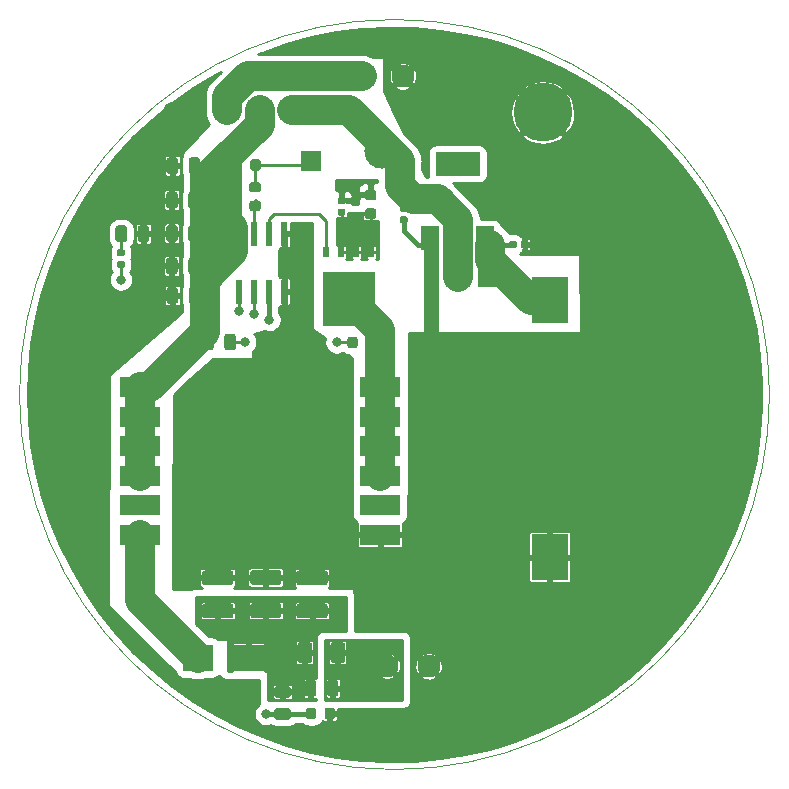
<source format=gbr>
G04 #@! TF.GenerationSoftware,KiCad,Pcbnew,(5.1.5)-3*
G04 #@! TF.CreationDate,2021-11-18T20:40:18-08:00*
G04 #@! TF.ProjectId,nixie_supply_v1,6e697869-655f-4737-9570-706c795f7631,rev?*
G04 #@! TF.SameCoordinates,Original*
G04 #@! TF.FileFunction,Copper,L1,Top*
G04 #@! TF.FilePolarity,Positive*
%FSLAX46Y46*%
G04 Gerber Fmt 4.6, Leading zero omitted, Abs format (unit mm)*
G04 Created by KiCad (PCBNEW (5.1.5)-3) date 2021-11-18 20:40:18*
%MOMM*%
%LPD*%
G04 APERTURE LIST*
%ADD10C,0.120000*%
%ADD11C,5.000000*%
%ADD12C,0.150000*%
%ADD13R,1.500000X2.000000*%
%ADD14R,3.800000X2.000000*%
%ADD15O,1.700000X1.700000*%
%ADD16R,1.700000X1.700000*%
%ADD17C,1.950000*%
%ADD18R,2.500000X2.300000*%
%ADD19R,0.500000X0.850000*%
%ADD20R,4.410000X4.550000*%
%ADD21C,3.000000*%
%ADD22R,0.600000X2.000000*%
%ADD23R,3.430000X1.790000*%
%ADD24R,3.170000X3.960000*%
%ADD25C,0.800000*%
%ADD26C,1.600200*%
%ADD27C,2.540000*%
%ADD28C,0.250000*%
%ADD29C,1.270000*%
%ADD30C,0.381000*%
%ADD31C,0.254000*%
G04 APERTURE END LIST*
D10*
X159664400Y-69088000D02*
G75*
G03X159664400Y-69088000I-31750000J0D01*
G01*
D11*
X140462000Y-45212000D03*
G04 #@! TA.AperFunction,SMDPad,CuDef*
D12*
G36*
X128883678Y-54005690D02*
G01*
X128897996Y-54007814D01*
X128912037Y-54011331D01*
X128925666Y-54016208D01*
X128938751Y-54022397D01*
X128951167Y-54029838D01*
X128962793Y-54038461D01*
X128973518Y-54048182D01*
X128983239Y-54058907D01*
X128991862Y-54070533D01*
X128999303Y-54082949D01*
X129005492Y-54096034D01*
X129010369Y-54109663D01*
X129013886Y-54123704D01*
X129016010Y-54138022D01*
X129016720Y-54152480D01*
X129016720Y-54447480D01*
X129016010Y-54461938D01*
X129013886Y-54476256D01*
X129010369Y-54490297D01*
X129005492Y-54503926D01*
X128999303Y-54517011D01*
X128991862Y-54529427D01*
X128983239Y-54541053D01*
X128973518Y-54551778D01*
X128962793Y-54561499D01*
X128951167Y-54570122D01*
X128938751Y-54577563D01*
X128925666Y-54583752D01*
X128912037Y-54588629D01*
X128897996Y-54592146D01*
X128883678Y-54594270D01*
X128869220Y-54594980D01*
X128524220Y-54594980D01*
X128509762Y-54594270D01*
X128495444Y-54592146D01*
X128481403Y-54588629D01*
X128467774Y-54583752D01*
X128454689Y-54577563D01*
X128442273Y-54570122D01*
X128430647Y-54561499D01*
X128419922Y-54551778D01*
X128410201Y-54541053D01*
X128401578Y-54529427D01*
X128394137Y-54517011D01*
X128387948Y-54503926D01*
X128383071Y-54490297D01*
X128379554Y-54476256D01*
X128377430Y-54461938D01*
X128376720Y-54447480D01*
X128376720Y-54152480D01*
X128377430Y-54138022D01*
X128379554Y-54123704D01*
X128383071Y-54109663D01*
X128387948Y-54096034D01*
X128394137Y-54082949D01*
X128401578Y-54070533D01*
X128410201Y-54058907D01*
X128419922Y-54048182D01*
X128430647Y-54038461D01*
X128442273Y-54029838D01*
X128454689Y-54022397D01*
X128467774Y-54016208D01*
X128481403Y-54011331D01*
X128495444Y-54007814D01*
X128509762Y-54005690D01*
X128524220Y-54004980D01*
X128869220Y-54004980D01*
X128883678Y-54005690D01*
G37*
G04 #@! TD.AperFunction*
G04 #@! TA.AperFunction,SMDPad,CuDef*
G36*
X128883678Y-53035690D02*
G01*
X128897996Y-53037814D01*
X128912037Y-53041331D01*
X128925666Y-53046208D01*
X128938751Y-53052397D01*
X128951167Y-53059838D01*
X128962793Y-53068461D01*
X128973518Y-53078182D01*
X128983239Y-53088907D01*
X128991862Y-53100533D01*
X128999303Y-53112949D01*
X129005492Y-53126034D01*
X129010369Y-53139663D01*
X129013886Y-53153704D01*
X129016010Y-53168022D01*
X129016720Y-53182480D01*
X129016720Y-53477480D01*
X129016010Y-53491938D01*
X129013886Y-53506256D01*
X129010369Y-53520297D01*
X129005492Y-53533926D01*
X128999303Y-53547011D01*
X128991862Y-53559427D01*
X128983239Y-53571053D01*
X128973518Y-53581778D01*
X128962793Y-53591499D01*
X128951167Y-53600122D01*
X128938751Y-53607563D01*
X128925666Y-53613752D01*
X128912037Y-53618629D01*
X128897996Y-53622146D01*
X128883678Y-53624270D01*
X128869220Y-53624980D01*
X128524220Y-53624980D01*
X128509762Y-53624270D01*
X128495444Y-53622146D01*
X128481403Y-53618629D01*
X128467774Y-53613752D01*
X128454689Y-53607563D01*
X128442273Y-53600122D01*
X128430647Y-53591499D01*
X128419922Y-53581778D01*
X128410201Y-53571053D01*
X128401578Y-53559427D01*
X128394137Y-53547011D01*
X128387948Y-53533926D01*
X128383071Y-53520297D01*
X128379554Y-53506256D01*
X128377430Y-53491938D01*
X128376720Y-53477480D01*
X128376720Y-53182480D01*
X128377430Y-53168022D01*
X128379554Y-53153704D01*
X128383071Y-53139663D01*
X128387948Y-53126034D01*
X128394137Y-53112949D01*
X128401578Y-53100533D01*
X128410201Y-53088907D01*
X128419922Y-53078182D01*
X128430647Y-53068461D01*
X128442273Y-53059838D01*
X128454689Y-53052397D01*
X128467774Y-53046208D01*
X128481403Y-53041331D01*
X128495444Y-53037814D01*
X128509762Y-53035690D01*
X128524220Y-53034980D01*
X128869220Y-53034980D01*
X128883678Y-53035690D01*
G37*
G04 #@! TD.AperFunction*
D13*
X130958560Y-55849920D03*
X135558560Y-55849920D03*
X133258560Y-55849920D03*
D14*
X133258560Y-49549920D03*
G04 #@! TA.AperFunction,SMDPad,CuDef*
D12*
G36*
X139084578Y-56068710D02*
G01*
X139098896Y-56070834D01*
X139112937Y-56074351D01*
X139126566Y-56079228D01*
X139139651Y-56085417D01*
X139152067Y-56092858D01*
X139163693Y-56101481D01*
X139174418Y-56111202D01*
X139184139Y-56121927D01*
X139192762Y-56133553D01*
X139200203Y-56145969D01*
X139206392Y-56159054D01*
X139211269Y-56172683D01*
X139214786Y-56186724D01*
X139216910Y-56201042D01*
X139217620Y-56215500D01*
X139217620Y-56560500D01*
X139216910Y-56574958D01*
X139214786Y-56589276D01*
X139211269Y-56603317D01*
X139206392Y-56616946D01*
X139200203Y-56630031D01*
X139192762Y-56642447D01*
X139184139Y-56654073D01*
X139174418Y-56664798D01*
X139163693Y-56674519D01*
X139152067Y-56683142D01*
X139139651Y-56690583D01*
X139126566Y-56696772D01*
X139112937Y-56701649D01*
X139098896Y-56705166D01*
X139084578Y-56707290D01*
X139070120Y-56708000D01*
X138775120Y-56708000D01*
X138760662Y-56707290D01*
X138746344Y-56705166D01*
X138732303Y-56701649D01*
X138718674Y-56696772D01*
X138705589Y-56690583D01*
X138693173Y-56683142D01*
X138681547Y-56674519D01*
X138670822Y-56664798D01*
X138661101Y-56654073D01*
X138652478Y-56642447D01*
X138645037Y-56630031D01*
X138638848Y-56616946D01*
X138633971Y-56603317D01*
X138630454Y-56589276D01*
X138628330Y-56574958D01*
X138627620Y-56560500D01*
X138627620Y-56215500D01*
X138628330Y-56201042D01*
X138630454Y-56186724D01*
X138633971Y-56172683D01*
X138638848Y-56159054D01*
X138645037Y-56145969D01*
X138652478Y-56133553D01*
X138661101Y-56121927D01*
X138670822Y-56111202D01*
X138681547Y-56101481D01*
X138693173Y-56092858D01*
X138705589Y-56085417D01*
X138718674Y-56079228D01*
X138732303Y-56074351D01*
X138746344Y-56070834D01*
X138760662Y-56068710D01*
X138775120Y-56068000D01*
X139070120Y-56068000D01*
X139084578Y-56068710D01*
G37*
G04 #@! TD.AperFunction*
G04 #@! TA.AperFunction,SMDPad,CuDef*
G36*
X138114578Y-56068710D02*
G01*
X138128896Y-56070834D01*
X138142937Y-56074351D01*
X138156566Y-56079228D01*
X138169651Y-56085417D01*
X138182067Y-56092858D01*
X138193693Y-56101481D01*
X138204418Y-56111202D01*
X138214139Y-56121927D01*
X138222762Y-56133553D01*
X138230203Y-56145969D01*
X138236392Y-56159054D01*
X138241269Y-56172683D01*
X138244786Y-56186724D01*
X138246910Y-56201042D01*
X138247620Y-56215500D01*
X138247620Y-56560500D01*
X138246910Y-56574958D01*
X138244786Y-56589276D01*
X138241269Y-56603317D01*
X138236392Y-56616946D01*
X138230203Y-56630031D01*
X138222762Y-56642447D01*
X138214139Y-56654073D01*
X138204418Y-56664798D01*
X138193693Y-56674519D01*
X138182067Y-56683142D01*
X138169651Y-56690583D01*
X138156566Y-56696772D01*
X138142937Y-56701649D01*
X138128896Y-56705166D01*
X138114578Y-56707290D01*
X138100120Y-56708000D01*
X137805120Y-56708000D01*
X137790662Y-56707290D01*
X137776344Y-56705166D01*
X137762303Y-56701649D01*
X137748674Y-56696772D01*
X137735589Y-56690583D01*
X137723173Y-56683142D01*
X137711547Y-56674519D01*
X137700822Y-56664798D01*
X137691101Y-56654073D01*
X137682478Y-56642447D01*
X137675037Y-56630031D01*
X137668848Y-56616946D01*
X137663971Y-56603317D01*
X137660454Y-56589276D01*
X137658330Y-56574958D01*
X137657620Y-56560500D01*
X137657620Y-56215500D01*
X137658330Y-56201042D01*
X137660454Y-56186724D01*
X137663971Y-56172683D01*
X137668848Y-56159054D01*
X137675037Y-56145969D01*
X137682478Y-56133553D01*
X137691101Y-56121927D01*
X137700822Y-56111202D01*
X137711547Y-56101481D01*
X137723173Y-56092858D01*
X137735589Y-56085417D01*
X137748674Y-56079228D01*
X137762303Y-56074351D01*
X137776344Y-56070834D01*
X137790662Y-56068710D01*
X137805120Y-56068000D01*
X138100120Y-56068000D01*
X138114578Y-56068710D01*
G37*
G04 #@! TD.AperFunction*
D15*
X133324600Y-59131200D03*
D16*
X135864600Y-59131200D03*
D17*
X127307400Y-92100400D03*
X130807400Y-92100400D03*
X125123000Y-42164000D03*
X128623000Y-42164000D03*
D18*
X115561000Y-91363800D03*
X111261000Y-91363800D03*
D19*
X125958600Y-57044000D03*
X124688600Y-57044000D03*
X123418600Y-57044000D03*
X122148600Y-57044000D03*
D20*
X124053600Y-60994000D03*
D21*
X126822200Y-48463200D03*
D22*
X114782600Y-60387400D03*
X116052600Y-60387400D03*
X118592600Y-60387400D03*
X118592600Y-55487400D03*
X117322600Y-55487400D03*
X116052600Y-55487400D03*
X114782600Y-55487400D03*
X117322600Y-60387400D03*
D23*
X126695200Y-80976800D03*
X126695200Y-78476800D03*
X126695200Y-75976800D03*
X126695200Y-73476800D03*
X126695200Y-70976800D03*
X126695200Y-68476800D03*
X106375200Y-80976800D03*
X106375200Y-78476800D03*
X106375200Y-75976800D03*
X106375200Y-73476800D03*
X106375200Y-70976800D03*
X106375200Y-68476800D03*
G04 #@! TA.AperFunction,SMDPad,CuDef*
D12*
G36*
X111237942Y-49008974D02*
G01*
X111261603Y-49012484D01*
X111284807Y-49018296D01*
X111307329Y-49026354D01*
X111328953Y-49036582D01*
X111349470Y-49048879D01*
X111368683Y-49063129D01*
X111386407Y-49079193D01*
X111402471Y-49096917D01*
X111416721Y-49116130D01*
X111429018Y-49136647D01*
X111439246Y-49158271D01*
X111447304Y-49180793D01*
X111453116Y-49203997D01*
X111456626Y-49227658D01*
X111457800Y-49251550D01*
X111457800Y-50164050D01*
X111456626Y-50187942D01*
X111453116Y-50211603D01*
X111447304Y-50234807D01*
X111439246Y-50257329D01*
X111429018Y-50278953D01*
X111416721Y-50299470D01*
X111402471Y-50318683D01*
X111386407Y-50336407D01*
X111368683Y-50352471D01*
X111349470Y-50366721D01*
X111328953Y-50379018D01*
X111307329Y-50389246D01*
X111284807Y-50397304D01*
X111261603Y-50403116D01*
X111237942Y-50406626D01*
X111214050Y-50407800D01*
X110726550Y-50407800D01*
X110702658Y-50406626D01*
X110678997Y-50403116D01*
X110655793Y-50397304D01*
X110633271Y-50389246D01*
X110611647Y-50379018D01*
X110591130Y-50366721D01*
X110571917Y-50352471D01*
X110554193Y-50336407D01*
X110538129Y-50318683D01*
X110523879Y-50299470D01*
X110511582Y-50278953D01*
X110501354Y-50257329D01*
X110493296Y-50234807D01*
X110487484Y-50211603D01*
X110483974Y-50187942D01*
X110482800Y-50164050D01*
X110482800Y-49251550D01*
X110483974Y-49227658D01*
X110487484Y-49203997D01*
X110493296Y-49180793D01*
X110501354Y-49158271D01*
X110511582Y-49136647D01*
X110523879Y-49116130D01*
X110538129Y-49096917D01*
X110554193Y-49079193D01*
X110571917Y-49063129D01*
X110591130Y-49048879D01*
X110611647Y-49036582D01*
X110633271Y-49026354D01*
X110655793Y-49018296D01*
X110678997Y-49012484D01*
X110702658Y-49008974D01*
X110726550Y-49007800D01*
X111214050Y-49007800D01*
X111237942Y-49008974D01*
G37*
G04 #@! TD.AperFunction*
G04 #@! TA.AperFunction,SMDPad,CuDef*
G36*
X109362942Y-49008974D02*
G01*
X109386603Y-49012484D01*
X109409807Y-49018296D01*
X109432329Y-49026354D01*
X109453953Y-49036582D01*
X109474470Y-49048879D01*
X109493683Y-49063129D01*
X109511407Y-49079193D01*
X109527471Y-49096917D01*
X109541721Y-49116130D01*
X109554018Y-49136647D01*
X109564246Y-49158271D01*
X109572304Y-49180793D01*
X109578116Y-49203997D01*
X109581626Y-49227658D01*
X109582800Y-49251550D01*
X109582800Y-50164050D01*
X109581626Y-50187942D01*
X109578116Y-50211603D01*
X109572304Y-50234807D01*
X109564246Y-50257329D01*
X109554018Y-50278953D01*
X109541721Y-50299470D01*
X109527471Y-50318683D01*
X109511407Y-50336407D01*
X109493683Y-50352471D01*
X109474470Y-50366721D01*
X109453953Y-50379018D01*
X109432329Y-50389246D01*
X109409807Y-50397304D01*
X109386603Y-50403116D01*
X109362942Y-50406626D01*
X109339050Y-50407800D01*
X108851550Y-50407800D01*
X108827658Y-50406626D01*
X108803997Y-50403116D01*
X108780793Y-50397304D01*
X108758271Y-50389246D01*
X108736647Y-50379018D01*
X108716130Y-50366721D01*
X108696917Y-50352471D01*
X108679193Y-50336407D01*
X108663129Y-50318683D01*
X108648879Y-50299470D01*
X108636582Y-50278953D01*
X108626354Y-50257329D01*
X108618296Y-50234807D01*
X108612484Y-50211603D01*
X108608974Y-50187942D01*
X108607800Y-50164050D01*
X108607800Y-49251550D01*
X108608974Y-49227658D01*
X108612484Y-49203997D01*
X108618296Y-49180793D01*
X108626354Y-49158271D01*
X108636582Y-49136647D01*
X108648879Y-49116130D01*
X108663129Y-49096917D01*
X108679193Y-49079193D01*
X108696917Y-49063129D01*
X108716130Y-49048879D01*
X108736647Y-49036582D01*
X108758271Y-49026354D01*
X108780793Y-49018296D01*
X108803997Y-49012484D01*
X108827658Y-49008974D01*
X108851550Y-49007800D01*
X109339050Y-49007800D01*
X109362942Y-49008974D01*
G37*
G04 #@! TD.AperFunction*
G04 #@! TA.AperFunction,SMDPad,CuDef*
G36*
X109337542Y-51929974D02*
G01*
X109361203Y-51933484D01*
X109384407Y-51939296D01*
X109406929Y-51947354D01*
X109428553Y-51957582D01*
X109449070Y-51969879D01*
X109468283Y-51984129D01*
X109486007Y-52000193D01*
X109502071Y-52017917D01*
X109516321Y-52037130D01*
X109528618Y-52057647D01*
X109538846Y-52079271D01*
X109546904Y-52101793D01*
X109552716Y-52124997D01*
X109556226Y-52148658D01*
X109557400Y-52172550D01*
X109557400Y-53085050D01*
X109556226Y-53108942D01*
X109552716Y-53132603D01*
X109546904Y-53155807D01*
X109538846Y-53178329D01*
X109528618Y-53199953D01*
X109516321Y-53220470D01*
X109502071Y-53239683D01*
X109486007Y-53257407D01*
X109468283Y-53273471D01*
X109449070Y-53287721D01*
X109428553Y-53300018D01*
X109406929Y-53310246D01*
X109384407Y-53318304D01*
X109361203Y-53324116D01*
X109337542Y-53327626D01*
X109313650Y-53328800D01*
X108826150Y-53328800D01*
X108802258Y-53327626D01*
X108778597Y-53324116D01*
X108755393Y-53318304D01*
X108732871Y-53310246D01*
X108711247Y-53300018D01*
X108690730Y-53287721D01*
X108671517Y-53273471D01*
X108653793Y-53257407D01*
X108637729Y-53239683D01*
X108623479Y-53220470D01*
X108611182Y-53199953D01*
X108600954Y-53178329D01*
X108592896Y-53155807D01*
X108587084Y-53132603D01*
X108583574Y-53108942D01*
X108582400Y-53085050D01*
X108582400Y-52172550D01*
X108583574Y-52148658D01*
X108587084Y-52124997D01*
X108592896Y-52101793D01*
X108600954Y-52079271D01*
X108611182Y-52057647D01*
X108623479Y-52037130D01*
X108637729Y-52017917D01*
X108653793Y-52000193D01*
X108671517Y-51984129D01*
X108690730Y-51969879D01*
X108711247Y-51957582D01*
X108732871Y-51947354D01*
X108755393Y-51939296D01*
X108778597Y-51933484D01*
X108802258Y-51929974D01*
X108826150Y-51928800D01*
X109313650Y-51928800D01*
X109337542Y-51929974D01*
G37*
G04 #@! TD.AperFunction*
G04 #@! TA.AperFunction,SMDPad,CuDef*
G36*
X111212542Y-51929974D02*
G01*
X111236203Y-51933484D01*
X111259407Y-51939296D01*
X111281929Y-51947354D01*
X111303553Y-51957582D01*
X111324070Y-51969879D01*
X111343283Y-51984129D01*
X111361007Y-52000193D01*
X111377071Y-52017917D01*
X111391321Y-52037130D01*
X111403618Y-52057647D01*
X111413846Y-52079271D01*
X111421904Y-52101793D01*
X111427716Y-52124997D01*
X111431226Y-52148658D01*
X111432400Y-52172550D01*
X111432400Y-53085050D01*
X111431226Y-53108942D01*
X111427716Y-53132603D01*
X111421904Y-53155807D01*
X111413846Y-53178329D01*
X111403618Y-53199953D01*
X111391321Y-53220470D01*
X111377071Y-53239683D01*
X111361007Y-53257407D01*
X111343283Y-53273471D01*
X111324070Y-53287721D01*
X111303553Y-53300018D01*
X111281929Y-53310246D01*
X111259407Y-53318304D01*
X111236203Y-53324116D01*
X111212542Y-53327626D01*
X111188650Y-53328800D01*
X110701150Y-53328800D01*
X110677258Y-53327626D01*
X110653597Y-53324116D01*
X110630393Y-53318304D01*
X110607871Y-53310246D01*
X110586247Y-53300018D01*
X110565730Y-53287721D01*
X110546517Y-53273471D01*
X110528793Y-53257407D01*
X110512729Y-53239683D01*
X110498479Y-53220470D01*
X110486182Y-53199953D01*
X110475954Y-53178329D01*
X110467896Y-53155807D01*
X110462084Y-53132603D01*
X110458574Y-53108942D01*
X110457400Y-53085050D01*
X110457400Y-52172550D01*
X110458574Y-52148658D01*
X110462084Y-52124997D01*
X110467896Y-52101793D01*
X110475954Y-52079271D01*
X110486182Y-52057647D01*
X110498479Y-52037130D01*
X110512729Y-52017917D01*
X110528793Y-52000193D01*
X110546517Y-51984129D01*
X110565730Y-51969879D01*
X110586247Y-51957582D01*
X110607871Y-51947354D01*
X110630393Y-51939296D01*
X110653597Y-51933484D01*
X110677258Y-51929974D01*
X110701150Y-51928800D01*
X111188650Y-51928800D01*
X111212542Y-51929974D01*
G37*
G04 #@! TD.AperFunction*
G04 #@! TA.AperFunction,SMDPad,CuDef*
G36*
X111212542Y-54749374D02*
G01*
X111236203Y-54752884D01*
X111259407Y-54758696D01*
X111281929Y-54766754D01*
X111303553Y-54776982D01*
X111324070Y-54789279D01*
X111343283Y-54803529D01*
X111361007Y-54819593D01*
X111377071Y-54837317D01*
X111391321Y-54856530D01*
X111403618Y-54877047D01*
X111413846Y-54898671D01*
X111421904Y-54921193D01*
X111427716Y-54944397D01*
X111431226Y-54968058D01*
X111432400Y-54991950D01*
X111432400Y-55904450D01*
X111431226Y-55928342D01*
X111427716Y-55952003D01*
X111421904Y-55975207D01*
X111413846Y-55997729D01*
X111403618Y-56019353D01*
X111391321Y-56039870D01*
X111377071Y-56059083D01*
X111361007Y-56076807D01*
X111343283Y-56092871D01*
X111324070Y-56107121D01*
X111303553Y-56119418D01*
X111281929Y-56129646D01*
X111259407Y-56137704D01*
X111236203Y-56143516D01*
X111212542Y-56147026D01*
X111188650Y-56148200D01*
X110701150Y-56148200D01*
X110677258Y-56147026D01*
X110653597Y-56143516D01*
X110630393Y-56137704D01*
X110607871Y-56129646D01*
X110586247Y-56119418D01*
X110565730Y-56107121D01*
X110546517Y-56092871D01*
X110528793Y-56076807D01*
X110512729Y-56059083D01*
X110498479Y-56039870D01*
X110486182Y-56019353D01*
X110475954Y-55997729D01*
X110467896Y-55975207D01*
X110462084Y-55952003D01*
X110458574Y-55928342D01*
X110457400Y-55904450D01*
X110457400Y-54991950D01*
X110458574Y-54968058D01*
X110462084Y-54944397D01*
X110467896Y-54921193D01*
X110475954Y-54898671D01*
X110486182Y-54877047D01*
X110498479Y-54856530D01*
X110512729Y-54837317D01*
X110528793Y-54819593D01*
X110546517Y-54803529D01*
X110565730Y-54789279D01*
X110586247Y-54776982D01*
X110607871Y-54766754D01*
X110630393Y-54758696D01*
X110653597Y-54752884D01*
X110677258Y-54749374D01*
X110701150Y-54748200D01*
X111188650Y-54748200D01*
X111212542Y-54749374D01*
G37*
G04 #@! TD.AperFunction*
G04 #@! TA.AperFunction,SMDPad,CuDef*
G36*
X109337542Y-54749374D02*
G01*
X109361203Y-54752884D01*
X109384407Y-54758696D01*
X109406929Y-54766754D01*
X109428553Y-54776982D01*
X109449070Y-54789279D01*
X109468283Y-54803529D01*
X109486007Y-54819593D01*
X109502071Y-54837317D01*
X109516321Y-54856530D01*
X109528618Y-54877047D01*
X109538846Y-54898671D01*
X109546904Y-54921193D01*
X109552716Y-54944397D01*
X109556226Y-54968058D01*
X109557400Y-54991950D01*
X109557400Y-55904450D01*
X109556226Y-55928342D01*
X109552716Y-55952003D01*
X109546904Y-55975207D01*
X109538846Y-55997729D01*
X109528618Y-56019353D01*
X109516321Y-56039870D01*
X109502071Y-56059083D01*
X109486007Y-56076807D01*
X109468283Y-56092871D01*
X109449070Y-56107121D01*
X109428553Y-56119418D01*
X109406929Y-56129646D01*
X109384407Y-56137704D01*
X109361203Y-56143516D01*
X109337542Y-56147026D01*
X109313650Y-56148200D01*
X108826150Y-56148200D01*
X108802258Y-56147026D01*
X108778597Y-56143516D01*
X108755393Y-56137704D01*
X108732871Y-56129646D01*
X108711247Y-56119418D01*
X108690730Y-56107121D01*
X108671517Y-56092871D01*
X108653793Y-56076807D01*
X108637729Y-56059083D01*
X108623479Y-56039870D01*
X108611182Y-56019353D01*
X108600954Y-55997729D01*
X108592896Y-55975207D01*
X108587084Y-55952003D01*
X108583574Y-55928342D01*
X108582400Y-55904450D01*
X108582400Y-54991950D01*
X108583574Y-54968058D01*
X108587084Y-54944397D01*
X108592896Y-54921193D01*
X108600954Y-54898671D01*
X108611182Y-54877047D01*
X108623479Y-54856530D01*
X108637729Y-54837317D01*
X108653793Y-54819593D01*
X108671517Y-54803529D01*
X108690730Y-54789279D01*
X108711247Y-54776982D01*
X108732871Y-54766754D01*
X108755393Y-54758696D01*
X108778597Y-54752884D01*
X108802258Y-54749374D01*
X108826150Y-54748200D01*
X109313650Y-54748200D01*
X109337542Y-54749374D01*
G37*
G04 #@! TD.AperFunction*
G04 #@! TA.AperFunction,SMDPad,CuDef*
G36*
X109337542Y-57492574D02*
G01*
X109361203Y-57496084D01*
X109384407Y-57501896D01*
X109406929Y-57509954D01*
X109428553Y-57520182D01*
X109449070Y-57532479D01*
X109468283Y-57546729D01*
X109486007Y-57562793D01*
X109502071Y-57580517D01*
X109516321Y-57599730D01*
X109528618Y-57620247D01*
X109538846Y-57641871D01*
X109546904Y-57664393D01*
X109552716Y-57687597D01*
X109556226Y-57711258D01*
X109557400Y-57735150D01*
X109557400Y-58647650D01*
X109556226Y-58671542D01*
X109552716Y-58695203D01*
X109546904Y-58718407D01*
X109538846Y-58740929D01*
X109528618Y-58762553D01*
X109516321Y-58783070D01*
X109502071Y-58802283D01*
X109486007Y-58820007D01*
X109468283Y-58836071D01*
X109449070Y-58850321D01*
X109428553Y-58862618D01*
X109406929Y-58872846D01*
X109384407Y-58880904D01*
X109361203Y-58886716D01*
X109337542Y-58890226D01*
X109313650Y-58891400D01*
X108826150Y-58891400D01*
X108802258Y-58890226D01*
X108778597Y-58886716D01*
X108755393Y-58880904D01*
X108732871Y-58872846D01*
X108711247Y-58862618D01*
X108690730Y-58850321D01*
X108671517Y-58836071D01*
X108653793Y-58820007D01*
X108637729Y-58802283D01*
X108623479Y-58783070D01*
X108611182Y-58762553D01*
X108600954Y-58740929D01*
X108592896Y-58718407D01*
X108587084Y-58695203D01*
X108583574Y-58671542D01*
X108582400Y-58647650D01*
X108582400Y-57735150D01*
X108583574Y-57711258D01*
X108587084Y-57687597D01*
X108592896Y-57664393D01*
X108600954Y-57641871D01*
X108611182Y-57620247D01*
X108623479Y-57599730D01*
X108637729Y-57580517D01*
X108653793Y-57562793D01*
X108671517Y-57546729D01*
X108690730Y-57532479D01*
X108711247Y-57520182D01*
X108732871Y-57509954D01*
X108755393Y-57501896D01*
X108778597Y-57496084D01*
X108802258Y-57492574D01*
X108826150Y-57491400D01*
X109313650Y-57491400D01*
X109337542Y-57492574D01*
G37*
G04 #@! TD.AperFunction*
G04 #@! TA.AperFunction,SMDPad,CuDef*
G36*
X111212542Y-57492574D02*
G01*
X111236203Y-57496084D01*
X111259407Y-57501896D01*
X111281929Y-57509954D01*
X111303553Y-57520182D01*
X111324070Y-57532479D01*
X111343283Y-57546729D01*
X111361007Y-57562793D01*
X111377071Y-57580517D01*
X111391321Y-57599730D01*
X111403618Y-57620247D01*
X111413846Y-57641871D01*
X111421904Y-57664393D01*
X111427716Y-57687597D01*
X111431226Y-57711258D01*
X111432400Y-57735150D01*
X111432400Y-58647650D01*
X111431226Y-58671542D01*
X111427716Y-58695203D01*
X111421904Y-58718407D01*
X111413846Y-58740929D01*
X111403618Y-58762553D01*
X111391321Y-58783070D01*
X111377071Y-58802283D01*
X111361007Y-58820007D01*
X111343283Y-58836071D01*
X111324070Y-58850321D01*
X111303553Y-58862618D01*
X111281929Y-58872846D01*
X111259407Y-58880904D01*
X111236203Y-58886716D01*
X111212542Y-58890226D01*
X111188650Y-58891400D01*
X110701150Y-58891400D01*
X110677258Y-58890226D01*
X110653597Y-58886716D01*
X110630393Y-58880904D01*
X110607871Y-58872846D01*
X110586247Y-58862618D01*
X110565730Y-58850321D01*
X110546517Y-58836071D01*
X110528793Y-58820007D01*
X110512729Y-58802283D01*
X110498479Y-58783070D01*
X110486182Y-58762553D01*
X110475954Y-58740929D01*
X110467896Y-58718407D01*
X110462084Y-58695203D01*
X110458574Y-58671542D01*
X110457400Y-58647650D01*
X110457400Y-57735150D01*
X110458574Y-57711258D01*
X110462084Y-57687597D01*
X110467896Y-57664393D01*
X110475954Y-57641871D01*
X110486182Y-57620247D01*
X110498479Y-57599730D01*
X110512729Y-57580517D01*
X110528793Y-57562793D01*
X110546517Y-57546729D01*
X110565730Y-57532479D01*
X110586247Y-57520182D01*
X110607871Y-57509954D01*
X110630393Y-57501896D01*
X110653597Y-57496084D01*
X110677258Y-57492574D01*
X110701150Y-57491400D01*
X111188650Y-57491400D01*
X111212542Y-57492574D01*
G37*
G04 #@! TD.AperFunction*
G04 #@! TA.AperFunction,SMDPad,CuDef*
G36*
X104936558Y-57772510D02*
G01*
X104950876Y-57774634D01*
X104964917Y-57778151D01*
X104978546Y-57783028D01*
X104991631Y-57789217D01*
X105004047Y-57796658D01*
X105015673Y-57805281D01*
X105026398Y-57815002D01*
X105036119Y-57825727D01*
X105044742Y-57837353D01*
X105052183Y-57849769D01*
X105058372Y-57862854D01*
X105063249Y-57876483D01*
X105066766Y-57890524D01*
X105068890Y-57904842D01*
X105069600Y-57919300D01*
X105069600Y-58214300D01*
X105068890Y-58228758D01*
X105066766Y-58243076D01*
X105063249Y-58257117D01*
X105058372Y-58270746D01*
X105052183Y-58283831D01*
X105044742Y-58296247D01*
X105036119Y-58307873D01*
X105026398Y-58318598D01*
X105015673Y-58328319D01*
X105004047Y-58336942D01*
X104991631Y-58344383D01*
X104978546Y-58350572D01*
X104964917Y-58355449D01*
X104950876Y-58358966D01*
X104936558Y-58361090D01*
X104922100Y-58361800D01*
X104577100Y-58361800D01*
X104562642Y-58361090D01*
X104548324Y-58358966D01*
X104534283Y-58355449D01*
X104520654Y-58350572D01*
X104507569Y-58344383D01*
X104495153Y-58336942D01*
X104483527Y-58328319D01*
X104472802Y-58318598D01*
X104463081Y-58307873D01*
X104454458Y-58296247D01*
X104447017Y-58283831D01*
X104440828Y-58270746D01*
X104435951Y-58257117D01*
X104432434Y-58243076D01*
X104430310Y-58228758D01*
X104429600Y-58214300D01*
X104429600Y-57919300D01*
X104430310Y-57904842D01*
X104432434Y-57890524D01*
X104435951Y-57876483D01*
X104440828Y-57862854D01*
X104447017Y-57849769D01*
X104454458Y-57837353D01*
X104463081Y-57825727D01*
X104472802Y-57815002D01*
X104483527Y-57805281D01*
X104495153Y-57796658D01*
X104507569Y-57789217D01*
X104520654Y-57783028D01*
X104534283Y-57778151D01*
X104548324Y-57774634D01*
X104562642Y-57772510D01*
X104577100Y-57771800D01*
X104922100Y-57771800D01*
X104936558Y-57772510D01*
G37*
G04 #@! TD.AperFunction*
G04 #@! TA.AperFunction,SMDPad,CuDef*
G36*
X104936558Y-56802510D02*
G01*
X104950876Y-56804634D01*
X104964917Y-56808151D01*
X104978546Y-56813028D01*
X104991631Y-56819217D01*
X105004047Y-56826658D01*
X105015673Y-56835281D01*
X105026398Y-56845002D01*
X105036119Y-56855727D01*
X105044742Y-56867353D01*
X105052183Y-56879769D01*
X105058372Y-56892854D01*
X105063249Y-56906483D01*
X105066766Y-56920524D01*
X105068890Y-56934842D01*
X105069600Y-56949300D01*
X105069600Y-57244300D01*
X105068890Y-57258758D01*
X105066766Y-57273076D01*
X105063249Y-57287117D01*
X105058372Y-57300746D01*
X105052183Y-57313831D01*
X105044742Y-57326247D01*
X105036119Y-57337873D01*
X105026398Y-57348598D01*
X105015673Y-57358319D01*
X105004047Y-57366942D01*
X104991631Y-57374383D01*
X104978546Y-57380572D01*
X104964917Y-57385449D01*
X104950876Y-57388966D01*
X104936558Y-57391090D01*
X104922100Y-57391800D01*
X104577100Y-57391800D01*
X104562642Y-57391090D01*
X104548324Y-57388966D01*
X104534283Y-57385449D01*
X104520654Y-57380572D01*
X104507569Y-57374383D01*
X104495153Y-57366942D01*
X104483527Y-57358319D01*
X104472802Y-57348598D01*
X104463081Y-57337873D01*
X104454458Y-57326247D01*
X104447017Y-57313831D01*
X104440828Y-57300746D01*
X104435951Y-57287117D01*
X104432434Y-57273076D01*
X104430310Y-57258758D01*
X104429600Y-57244300D01*
X104429600Y-56949300D01*
X104430310Y-56934842D01*
X104432434Y-56920524D01*
X104435951Y-56906483D01*
X104440828Y-56892854D01*
X104447017Y-56879769D01*
X104454458Y-56867353D01*
X104463081Y-56855727D01*
X104472802Y-56845002D01*
X104483527Y-56835281D01*
X104495153Y-56826658D01*
X104507569Y-56819217D01*
X104520654Y-56813028D01*
X104534283Y-56808151D01*
X104548324Y-56804634D01*
X104562642Y-56802510D01*
X104577100Y-56801800D01*
X104922100Y-56801800D01*
X104936558Y-56802510D01*
G37*
G04 #@! TD.AperFunction*
G04 #@! TA.AperFunction,SMDPad,CuDef*
G36*
X111237942Y-60007174D02*
G01*
X111261603Y-60010684D01*
X111284807Y-60016496D01*
X111307329Y-60024554D01*
X111328953Y-60034782D01*
X111349470Y-60047079D01*
X111368683Y-60061329D01*
X111386407Y-60077393D01*
X111402471Y-60095117D01*
X111416721Y-60114330D01*
X111429018Y-60134847D01*
X111439246Y-60156471D01*
X111447304Y-60178993D01*
X111453116Y-60202197D01*
X111456626Y-60225858D01*
X111457800Y-60249750D01*
X111457800Y-61162250D01*
X111456626Y-61186142D01*
X111453116Y-61209803D01*
X111447304Y-61233007D01*
X111439246Y-61255529D01*
X111429018Y-61277153D01*
X111416721Y-61297670D01*
X111402471Y-61316883D01*
X111386407Y-61334607D01*
X111368683Y-61350671D01*
X111349470Y-61364921D01*
X111328953Y-61377218D01*
X111307329Y-61387446D01*
X111284807Y-61395504D01*
X111261603Y-61401316D01*
X111237942Y-61404826D01*
X111214050Y-61406000D01*
X110726550Y-61406000D01*
X110702658Y-61404826D01*
X110678997Y-61401316D01*
X110655793Y-61395504D01*
X110633271Y-61387446D01*
X110611647Y-61377218D01*
X110591130Y-61364921D01*
X110571917Y-61350671D01*
X110554193Y-61334607D01*
X110538129Y-61316883D01*
X110523879Y-61297670D01*
X110511582Y-61277153D01*
X110501354Y-61255529D01*
X110493296Y-61233007D01*
X110487484Y-61209803D01*
X110483974Y-61186142D01*
X110482800Y-61162250D01*
X110482800Y-60249750D01*
X110483974Y-60225858D01*
X110487484Y-60202197D01*
X110493296Y-60178993D01*
X110501354Y-60156471D01*
X110511582Y-60134847D01*
X110523879Y-60114330D01*
X110538129Y-60095117D01*
X110554193Y-60077393D01*
X110571917Y-60061329D01*
X110591130Y-60047079D01*
X110611647Y-60034782D01*
X110633271Y-60024554D01*
X110655793Y-60016496D01*
X110678997Y-60010684D01*
X110702658Y-60007174D01*
X110726550Y-60006000D01*
X111214050Y-60006000D01*
X111237942Y-60007174D01*
G37*
G04 #@! TD.AperFunction*
G04 #@! TA.AperFunction,SMDPad,CuDef*
G36*
X109362942Y-60007174D02*
G01*
X109386603Y-60010684D01*
X109409807Y-60016496D01*
X109432329Y-60024554D01*
X109453953Y-60034782D01*
X109474470Y-60047079D01*
X109493683Y-60061329D01*
X109511407Y-60077393D01*
X109527471Y-60095117D01*
X109541721Y-60114330D01*
X109554018Y-60134847D01*
X109564246Y-60156471D01*
X109572304Y-60178993D01*
X109578116Y-60202197D01*
X109581626Y-60225858D01*
X109582800Y-60249750D01*
X109582800Y-61162250D01*
X109581626Y-61186142D01*
X109578116Y-61209803D01*
X109572304Y-61233007D01*
X109564246Y-61255529D01*
X109554018Y-61277153D01*
X109541721Y-61297670D01*
X109527471Y-61316883D01*
X109511407Y-61334607D01*
X109493683Y-61350671D01*
X109474470Y-61364921D01*
X109453953Y-61377218D01*
X109432329Y-61387446D01*
X109409807Y-61395504D01*
X109386603Y-61401316D01*
X109362942Y-61404826D01*
X109339050Y-61406000D01*
X108851550Y-61406000D01*
X108827658Y-61404826D01*
X108803997Y-61401316D01*
X108780793Y-61395504D01*
X108758271Y-61387446D01*
X108736647Y-61377218D01*
X108716130Y-61364921D01*
X108696917Y-61350671D01*
X108679193Y-61334607D01*
X108663129Y-61316883D01*
X108648879Y-61297670D01*
X108636582Y-61277153D01*
X108626354Y-61255529D01*
X108618296Y-61233007D01*
X108612484Y-61209803D01*
X108608974Y-61186142D01*
X108607800Y-61162250D01*
X108607800Y-60249750D01*
X108608974Y-60225858D01*
X108612484Y-60202197D01*
X108618296Y-60178993D01*
X108626354Y-60156471D01*
X108636582Y-60134847D01*
X108648879Y-60114330D01*
X108663129Y-60095117D01*
X108679193Y-60077393D01*
X108696917Y-60061329D01*
X108716130Y-60047079D01*
X108736647Y-60034782D01*
X108758271Y-60024554D01*
X108780793Y-60016496D01*
X108803997Y-60010684D01*
X108827658Y-60007174D01*
X108851550Y-60006000D01*
X109339050Y-60006000D01*
X109362942Y-60007174D01*
G37*
G04 #@! TD.AperFunction*
G04 #@! TA.AperFunction,SMDPad,CuDef*
G36*
X126173491Y-64194453D02*
G01*
X126194726Y-64197603D01*
X126215550Y-64202819D01*
X126235762Y-64210051D01*
X126255168Y-64219230D01*
X126273581Y-64230266D01*
X126290824Y-64243054D01*
X126306730Y-64257470D01*
X126321146Y-64273376D01*
X126333934Y-64290619D01*
X126344970Y-64309032D01*
X126354149Y-64328438D01*
X126361381Y-64348650D01*
X126366597Y-64369474D01*
X126369747Y-64390709D01*
X126370800Y-64412150D01*
X126370800Y-64924650D01*
X126369747Y-64946091D01*
X126366597Y-64967326D01*
X126361381Y-64988150D01*
X126354149Y-65008362D01*
X126344970Y-65027768D01*
X126333934Y-65046181D01*
X126321146Y-65063424D01*
X126306730Y-65079330D01*
X126290824Y-65093746D01*
X126273581Y-65106534D01*
X126255168Y-65117570D01*
X126235762Y-65126749D01*
X126215550Y-65133981D01*
X126194726Y-65139197D01*
X126173491Y-65142347D01*
X126152050Y-65143400D01*
X125714550Y-65143400D01*
X125693109Y-65142347D01*
X125671874Y-65139197D01*
X125651050Y-65133981D01*
X125630838Y-65126749D01*
X125611432Y-65117570D01*
X125593019Y-65106534D01*
X125575776Y-65093746D01*
X125559870Y-65079330D01*
X125545454Y-65063424D01*
X125532666Y-65046181D01*
X125521630Y-65027768D01*
X125512451Y-65008362D01*
X125505219Y-64988150D01*
X125500003Y-64967326D01*
X125496853Y-64946091D01*
X125495800Y-64924650D01*
X125495800Y-64412150D01*
X125496853Y-64390709D01*
X125500003Y-64369474D01*
X125505219Y-64348650D01*
X125512451Y-64328438D01*
X125521630Y-64309032D01*
X125532666Y-64290619D01*
X125545454Y-64273376D01*
X125559870Y-64257470D01*
X125575776Y-64243054D01*
X125593019Y-64230266D01*
X125611432Y-64219230D01*
X125630838Y-64210051D01*
X125651050Y-64202819D01*
X125671874Y-64197603D01*
X125693109Y-64194453D01*
X125714550Y-64193400D01*
X126152050Y-64193400D01*
X126173491Y-64194453D01*
G37*
G04 #@! TD.AperFunction*
G04 #@! TA.AperFunction,SMDPad,CuDef*
G36*
X124598491Y-64194453D02*
G01*
X124619726Y-64197603D01*
X124640550Y-64202819D01*
X124660762Y-64210051D01*
X124680168Y-64219230D01*
X124698581Y-64230266D01*
X124715824Y-64243054D01*
X124731730Y-64257470D01*
X124746146Y-64273376D01*
X124758934Y-64290619D01*
X124769970Y-64309032D01*
X124779149Y-64328438D01*
X124786381Y-64348650D01*
X124791597Y-64369474D01*
X124794747Y-64390709D01*
X124795800Y-64412150D01*
X124795800Y-64924650D01*
X124794747Y-64946091D01*
X124791597Y-64967326D01*
X124786381Y-64988150D01*
X124779149Y-65008362D01*
X124769970Y-65027768D01*
X124758934Y-65046181D01*
X124746146Y-65063424D01*
X124731730Y-65079330D01*
X124715824Y-65093746D01*
X124698581Y-65106534D01*
X124680168Y-65117570D01*
X124660762Y-65126749D01*
X124640550Y-65133981D01*
X124619726Y-65139197D01*
X124598491Y-65142347D01*
X124577050Y-65143400D01*
X124139550Y-65143400D01*
X124118109Y-65142347D01*
X124096874Y-65139197D01*
X124076050Y-65133981D01*
X124055838Y-65126749D01*
X124036432Y-65117570D01*
X124018019Y-65106534D01*
X124000776Y-65093746D01*
X123984870Y-65079330D01*
X123970454Y-65063424D01*
X123957666Y-65046181D01*
X123946630Y-65027768D01*
X123937451Y-65008362D01*
X123930219Y-64988150D01*
X123925003Y-64967326D01*
X123921853Y-64946091D01*
X123920800Y-64924650D01*
X123920800Y-64412150D01*
X123921853Y-64390709D01*
X123925003Y-64369474D01*
X123930219Y-64348650D01*
X123937451Y-64328438D01*
X123946630Y-64309032D01*
X123957666Y-64290619D01*
X123970454Y-64273376D01*
X123984870Y-64257470D01*
X124000776Y-64243054D01*
X124018019Y-64230266D01*
X124036432Y-64219230D01*
X124055838Y-64210051D01*
X124076050Y-64202819D01*
X124096874Y-64197603D01*
X124118109Y-64194453D01*
X124139550Y-64193400D01*
X124577050Y-64193400D01*
X124598491Y-64194453D01*
G37*
G04 #@! TD.AperFunction*
G04 #@! TA.AperFunction,SMDPad,CuDef*
G36*
X126172791Y-53332913D02*
G01*
X126194026Y-53336063D01*
X126214850Y-53341279D01*
X126235062Y-53348511D01*
X126254468Y-53357690D01*
X126272881Y-53368726D01*
X126290124Y-53381514D01*
X126306030Y-53395930D01*
X126320446Y-53411836D01*
X126333234Y-53429079D01*
X126344270Y-53447492D01*
X126353449Y-53466898D01*
X126360681Y-53487110D01*
X126365897Y-53507934D01*
X126369047Y-53529169D01*
X126370100Y-53550610D01*
X126370100Y-53988110D01*
X126369047Y-54009551D01*
X126365897Y-54030786D01*
X126360681Y-54051610D01*
X126353449Y-54071822D01*
X126344270Y-54091228D01*
X126333234Y-54109641D01*
X126320446Y-54126884D01*
X126306030Y-54142790D01*
X126290124Y-54157206D01*
X126272881Y-54169994D01*
X126254468Y-54181030D01*
X126235062Y-54190209D01*
X126214850Y-54197441D01*
X126194026Y-54202657D01*
X126172791Y-54205807D01*
X126151350Y-54206860D01*
X125638850Y-54206860D01*
X125617409Y-54205807D01*
X125596174Y-54202657D01*
X125575350Y-54197441D01*
X125555138Y-54190209D01*
X125535732Y-54181030D01*
X125517319Y-54169994D01*
X125500076Y-54157206D01*
X125484170Y-54142790D01*
X125469754Y-54126884D01*
X125456966Y-54109641D01*
X125445930Y-54091228D01*
X125436751Y-54071822D01*
X125429519Y-54051610D01*
X125424303Y-54030786D01*
X125421153Y-54009551D01*
X125420100Y-53988110D01*
X125420100Y-53550610D01*
X125421153Y-53529169D01*
X125424303Y-53507934D01*
X125429519Y-53487110D01*
X125436751Y-53466898D01*
X125445930Y-53447492D01*
X125456966Y-53429079D01*
X125469754Y-53411836D01*
X125484170Y-53395930D01*
X125500076Y-53381514D01*
X125517319Y-53368726D01*
X125535732Y-53357690D01*
X125555138Y-53348511D01*
X125575350Y-53341279D01*
X125596174Y-53336063D01*
X125617409Y-53332913D01*
X125638850Y-53331860D01*
X126151350Y-53331860D01*
X126172791Y-53332913D01*
G37*
G04 #@! TD.AperFunction*
G04 #@! TA.AperFunction,SMDPad,CuDef*
G36*
X126172791Y-51757913D02*
G01*
X126194026Y-51761063D01*
X126214850Y-51766279D01*
X126235062Y-51773511D01*
X126254468Y-51782690D01*
X126272881Y-51793726D01*
X126290124Y-51806514D01*
X126306030Y-51820930D01*
X126320446Y-51836836D01*
X126333234Y-51854079D01*
X126344270Y-51872492D01*
X126353449Y-51891898D01*
X126360681Y-51912110D01*
X126365897Y-51932934D01*
X126369047Y-51954169D01*
X126370100Y-51975610D01*
X126370100Y-52413110D01*
X126369047Y-52434551D01*
X126365897Y-52455786D01*
X126360681Y-52476610D01*
X126353449Y-52496822D01*
X126344270Y-52516228D01*
X126333234Y-52534641D01*
X126320446Y-52551884D01*
X126306030Y-52567790D01*
X126290124Y-52582206D01*
X126272881Y-52594994D01*
X126254468Y-52606030D01*
X126235062Y-52615209D01*
X126214850Y-52622441D01*
X126194026Y-52627657D01*
X126172791Y-52630807D01*
X126151350Y-52631860D01*
X125638850Y-52631860D01*
X125617409Y-52630807D01*
X125596174Y-52627657D01*
X125575350Y-52622441D01*
X125555138Y-52615209D01*
X125535732Y-52606030D01*
X125517319Y-52594994D01*
X125500076Y-52582206D01*
X125484170Y-52567790D01*
X125469754Y-52551884D01*
X125456966Y-52534641D01*
X125445930Y-52516228D01*
X125436751Y-52496822D01*
X125429519Y-52476610D01*
X125424303Y-52455786D01*
X125421153Y-52434551D01*
X125420100Y-52413110D01*
X125420100Y-51975610D01*
X125421153Y-51954169D01*
X125424303Y-51932934D01*
X125429519Y-51912110D01*
X125436751Y-51891898D01*
X125445930Y-51872492D01*
X125456966Y-51854079D01*
X125469754Y-51836836D01*
X125484170Y-51820930D01*
X125500076Y-51806514D01*
X125517319Y-51793726D01*
X125535732Y-51782690D01*
X125555138Y-51773511D01*
X125575350Y-51766279D01*
X125596174Y-51761063D01*
X125617409Y-51757913D01*
X125638850Y-51756860D01*
X126151350Y-51756860D01*
X126172791Y-51757913D01*
G37*
G04 #@! TD.AperFunction*
G04 #@! TA.AperFunction,SMDPad,CuDef*
G36*
X114053304Y-86780604D02*
G01*
X114077573Y-86784204D01*
X114101371Y-86790165D01*
X114124471Y-86798430D01*
X114146649Y-86808920D01*
X114167693Y-86821533D01*
X114187398Y-86836147D01*
X114205577Y-86852623D01*
X114222053Y-86870802D01*
X114236667Y-86890507D01*
X114249280Y-86911551D01*
X114259770Y-86933729D01*
X114268035Y-86956829D01*
X114273996Y-86980627D01*
X114277596Y-87004896D01*
X114278800Y-87029400D01*
X114278800Y-87779400D01*
X114277596Y-87803904D01*
X114273996Y-87828173D01*
X114268035Y-87851971D01*
X114259770Y-87875071D01*
X114249280Y-87897249D01*
X114236667Y-87918293D01*
X114222053Y-87937998D01*
X114205577Y-87956177D01*
X114187398Y-87972653D01*
X114167693Y-87987267D01*
X114146649Y-87999880D01*
X114124471Y-88010370D01*
X114101371Y-88018635D01*
X114077573Y-88024596D01*
X114053304Y-88028196D01*
X114028800Y-88029400D01*
X111878800Y-88029400D01*
X111854296Y-88028196D01*
X111830027Y-88024596D01*
X111806229Y-88018635D01*
X111783129Y-88010370D01*
X111760951Y-87999880D01*
X111739907Y-87987267D01*
X111720202Y-87972653D01*
X111702023Y-87956177D01*
X111685547Y-87937998D01*
X111670933Y-87918293D01*
X111658320Y-87897249D01*
X111647830Y-87875071D01*
X111639565Y-87851971D01*
X111633604Y-87828173D01*
X111630004Y-87803904D01*
X111628800Y-87779400D01*
X111628800Y-87029400D01*
X111630004Y-87004896D01*
X111633604Y-86980627D01*
X111639565Y-86956829D01*
X111647830Y-86933729D01*
X111658320Y-86911551D01*
X111670933Y-86890507D01*
X111685547Y-86870802D01*
X111702023Y-86852623D01*
X111720202Y-86836147D01*
X111739907Y-86821533D01*
X111760951Y-86808920D01*
X111783129Y-86798430D01*
X111806229Y-86790165D01*
X111830027Y-86784204D01*
X111854296Y-86780604D01*
X111878800Y-86779400D01*
X114028800Y-86779400D01*
X114053304Y-86780604D01*
G37*
G04 #@! TD.AperFunction*
G04 #@! TA.AperFunction,SMDPad,CuDef*
G36*
X114053304Y-83980604D02*
G01*
X114077573Y-83984204D01*
X114101371Y-83990165D01*
X114124471Y-83998430D01*
X114146649Y-84008920D01*
X114167693Y-84021533D01*
X114187398Y-84036147D01*
X114205577Y-84052623D01*
X114222053Y-84070802D01*
X114236667Y-84090507D01*
X114249280Y-84111551D01*
X114259770Y-84133729D01*
X114268035Y-84156829D01*
X114273996Y-84180627D01*
X114277596Y-84204896D01*
X114278800Y-84229400D01*
X114278800Y-84979400D01*
X114277596Y-85003904D01*
X114273996Y-85028173D01*
X114268035Y-85051971D01*
X114259770Y-85075071D01*
X114249280Y-85097249D01*
X114236667Y-85118293D01*
X114222053Y-85137998D01*
X114205577Y-85156177D01*
X114187398Y-85172653D01*
X114167693Y-85187267D01*
X114146649Y-85199880D01*
X114124471Y-85210370D01*
X114101371Y-85218635D01*
X114077573Y-85224596D01*
X114053304Y-85228196D01*
X114028800Y-85229400D01*
X111878800Y-85229400D01*
X111854296Y-85228196D01*
X111830027Y-85224596D01*
X111806229Y-85218635D01*
X111783129Y-85210370D01*
X111760951Y-85199880D01*
X111739907Y-85187267D01*
X111720202Y-85172653D01*
X111702023Y-85156177D01*
X111685547Y-85137998D01*
X111670933Y-85118293D01*
X111658320Y-85097249D01*
X111647830Y-85075071D01*
X111639565Y-85051971D01*
X111633604Y-85028173D01*
X111630004Y-85003904D01*
X111628800Y-84979400D01*
X111628800Y-84229400D01*
X111630004Y-84204896D01*
X111633604Y-84180627D01*
X111639565Y-84156829D01*
X111647830Y-84133729D01*
X111658320Y-84111551D01*
X111670933Y-84090507D01*
X111685547Y-84070802D01*
X111702023Y-84052623D01*
X111720202Y-84036147D01*
X111739907Y-84021533D01*
X111760951Y-84008920D01*
X111783129Y-83998430D01*
X111806229Y-83990165D01*
X111830027Y-83984204D01*
X111854296Y-83980604D01*
X111878800Y-83979400D01*
X114028800Y-83979400D01*
X114053304Y-83980604D01*
G37*
G04 #@! TD.AperFunction*
G04 #@! TA.AperFunction,SMDPad,CuDef*
G36*
X118117304Y-86755204D02*
G01*
X118141573Y-86758804D01*
X118165371Y-86764765D01*
X118188471Y-86773030D01*
X118210649Y-86783520D01*
X118231693Y-86796133D01*
X118251398Y-86810747D01*
X118269577Y-86827223D01*
X118286053Y-86845402D01*
X118300667Y-86865107D01*
X118313280Y-86886151D01*
X118323770Y-86908329D01*
X118332035Y-86931429D01*
X118337996Y-86955227D01*
X118341596Y-86979496D01*
X118342800Y-87004000D01*
X118342800Y-87754000D01*
X118341596Y-87778504D01*
X118337996Y-87802773D01*
X118332035Y-87826571D01*
X118323770Y-87849671D01*
X118313280Y-87871849D01*
X118300667Y-87892893D01*
X118286053Y-87912598D01*
X118269577Y-87930777D01*
X118251398Y-87947253D01*
X118231693Y-87961867D01*
X118210649Y-87974480D01*
X118188471Y-87984970D01*
X118165371Y-87993235D01*
X118141573Y-87999196D01*
X118117304Y-88002796D01*
X118092800Y-88004000D01*
X115942800Y-88004000D01*
X115918296Y-88002796D01*
X115894027Y-87999196D01*
X115870229Y-87993235D01*
X115847129Y-87984970D01*
X115824951Y-87974480D01*
X115803907Y-87961867D01*
X115784202Y-87947253D01*
X115766023Y-87930777D01*
X115749547Y-87912598D01*
X115734933Y-87892893D01*
X115722320Y-87871849D01*
X115711830Y-87849671D01*
X115703565Y-87826571D01*
X115697604Y-87802773D01*
X115694004Y-87778504D01*
X115692800Y-87754000D01*
X115692800Y-87004000D01*
X115694004Y-86979496D01*
X115697604Y-86955227D01*
X115703565Y-86931429D01*
X115711830Y-86908329D01*
X115722320Y-86886151D01*
X115734933Y-86865107D01*
X115749547Y-86845402D01*
X115766023Y-86827223D01*
X115784202Y-86810747D01*
X115803907Y-86796133D01*
X115824951Y-86783520D01*
X115847129Y-86773030D01*
X115870229Y-86764765D01*
X115894027Y-86758804D01*
X115918296Y-86755204D01*
X115942800Y-86754000D01*
X118092800Y-86754000D01*
X118117304Y-86755204D01*
G37*
G04 #@! TD.AperFunction*
G04 #@! TA.AperFunction,SMDPad,CuDef*
G36*
X118117304Y-83955204D02*
G01*
X118141573Y-83958804D01*
X118165371Y-83964765D01*
X118188471Y-83973030D01*
X118210649Y-83983520D01*
X118231693Y-83996133D01*
X118251398Y-84010747D01*
X118269577Y-84027223D01*
X118286053Y-84045402D01*
X118300667Y-84065107D01*
X118313280Y-84086151D01*
X118323770Y-84108329D01*
X118332035Y-84131429D01*
X118337996Y-84155227D01*
X118341596Y-84179496D01*
X118342800Y-84204000D01*
X118342800Y-84954000D01*
X118341596Y-84978504D01*
X118337996Y-85002773D01*
X118332035Y-85026571D01*
X118323770Y-85049671D01*
X118313280Y-85071849D01*
X118300667Y-85092893D01*
X118286053Y-85112598D01*
X118269577Y-85130777D01*
X118251398Y-85147253D01*
X118231693Y-85161867D01*
X118210649Y-85174480D01*
X118188471Y-85184970D01*
X118165371Y-85193235D01*
X118141573Y-85199196D01*
X118117304Y-85202796D01*
X118092800Y-85204000D01*
X115942800Y-85204000D01*
X115918296Y-85202796D01*
X115894027Y-85199196D01*
X115870229Y-85193235D01*
X115847129Y-85184970D01*
X115824951Y-85174480D01*
X115803907Y-85161867D01*
X115784202Y-85147253D01*
X115766023Y-85130777D01*
X115749547Y-85112598D01*
X115734933Y-85092893D01*
X115722320Y-85071849D01*
X115711830Y-85049671D01*
X115703565Y-85026571D01*
X115697604Y-85002773D01*
X115694004Y-84978504D01*
X115692800Y-84954000D01*
X115692800Y-84204000D01*
X115694004Y-84179496D01*
X115697604Y-84155227D01*
X115703565Y-84131429D01*
X115711830Y-84108329D01*
X115722320Y-84086151D01*
X115734933Y-84065107D01*
X115749547Y-84045402D01*
X115766023Y-84027223D01*
X115784202Y-84010747D01*
X115803907Y-83996133D01*
X115824951Y-83983520D01*
X115847129Y-83973030D01*
X115870229Y-83964765D01*
X115894027Y-83958804D01*
X115918296Y-83955204D01*
X115942800Y-83954000D01*
X118092800Y-83954000D01*
X118117304Y-83955204D01*
G37*
G04 #@! TD.AperFunction*
G04 #@! TA.AperFunction,SMDPad,CuDef*
G36*
X122028904Y-83980604D02*
G01*
X122053173Y-83984204D01*
X122076971Y-83990165D01*
X122100071Y-83998430D01*
X122122249Y-84008920D01*
X122143293Y-84021533D01*
X122162998Y-84036147D01*
X122181177Y-84052623D01*
X122197653Y-84070802D01*
X122212267Y-84090507D01*
X122224880Y-84111551D01*
X122235370Y-84133729D01*
X122243635Y-84156829D01*
X122249596Y-84180627D01*
X122253196Y-84204896D01*
X122254400Y-84229400D01*
X122254400Y-84979400D01*
X122253196Y-85003904D01*
X122249596Y-85028173D01*
X122243635Y-85051971D01*
X122235370Y-85075071D01*
X122224880Y-85097249D01*
X122212267Y-85118293D01*
X122197653Y-85137998D01*
X122181177Y-85156177D01*
X122162998Y-85172653D01*
X122143293Y-85187267D01*
X122122249Y-85199880D01*
X122100071Y-85210370D01*
X122076971Y-85218635D01*
X122053173Y-85224596D01*
X122028904Y-85228196D01*
X122004400Y-85229400D01*
X119854400Y-85229400D01*
X119829896Y-85228196D01*
X119805627Y-85224596D01*
X119781829Y-85218635D01*
X119758729Y-85210370D01*
X119736551Y-85199880D01*
X119715507Y-85187267D01*
X119695802Y-85172653D01*
X119677623Y-85156177D01*
X119661147Y-85137998D01*
X119646533Y-85118293D01*
X119633920Y-85097249D01*
X119623430Y-85075071D01*
X119615165Y-85051971D01*
X119609204Y-85028173D01*
X119605604Y-85003904D01*
X119604400Y-84979400D01*
X119604400Y-84229400D01*
X119605604Y-84204896D01*
X119609204Y-84180627D01*
X119615165Y-84156829D01*
X119623430Y-84133729D01*
X119633920Y-84111551D01*
X119646533Y-84090507D01*
X119661147Y-84070802D01*
X119677623Y-84052623D01*
X119695802Y-84036147D01*
X119715507Y-84021533D01*
X119736551Y-84008920D01*
X119758729Y-83998430D01*
X119781829Y-83990165D01*
X119805627Y-83984204D01*
X119829896Y-83980604D01*
X119854400Y-83979400D01*
X122004400Y-83979400D01*
X122028904Y-83980604D01*
G37*
G04 #@! TD.AperFunction*
G04 #@! TA.AperFunction,SMDPad,CuDef*
G36*
X122028904Y-86780604D02*
G01*
X122053173Y-86784204D01*
X122076971Y-86790165D01*
X122100071Y-86798430D01*
X122122249Y-86808920D01*
X122143293Y-86821533D01*
X122162998Y-86836147D01*
X122181177Y-86852623D01*
X122197653Y-86870802D01*
X122212267Y-86890507D01*
X122224880Y-86911551D01*
X122235370Y-86933729D01*
X122243635Y-86956829D01*
X122249596Y-86980627D01*
X122253196Y-87004896D01*
X122254400Y-87029400D01*
X122254400Y-87779400D01*
X122253196Y-87803904D01*
X122249596Y-87828173D01*
X122243635Y-87851971D01*
X122235370Y-87875071D01*
X122224880Y-87897249D01*
X122212267Y-87918293D01*
X122197653Y-87937998D01*
X122181177Y-87956177D01*
X122162998Y-87972653D01*
X122143293Y-87987267D01*
X122122249Y-87999880D01*
X122100071Y-88010370D01*
X122076971Y-88018635D01*
X122053173Y-88024596D01*
X122028904Y-88028196D01*
X122004400Y-88029400D01*
X119854400Y-88029400D01*
X119829896Y-88028196D01*
X119805627Y-88024596D01*
X119781829Y-88018635D01*
X119758729Y-88010370D01*
X119736551Y-87999880D01*
X119715507Y-87987267D01*
X119695802Y-87972653D01*
X119677623Y-87956177D01*
X119661147Y-87937998D01*
X119646533Y-87918293D01*
X119633920Y-87897249D01*
X119623430Y-87875071D01*
X119615165Y-87851971D01*
X119609204Y-87828173D01*
X119605604Y-87803904D01*
X119604400Y-87779400D01*
X119604400Y-87029400D01*
X119605604Y-87004896D01*
X119609204Y-86980627D01*
X119615165Y-86956829D01*
X119623430Y-86933729D01*
X119633920Y-86911551D01*
X119646533Y-86890507D01*
X119661147Y-86870802D01*
X119677623Y-86852623D01*
X119695802Y-86836147D01*
X119715507Y-86821533D01*
X119736551Y-86808920D01*
X119758729Y-86798430D01*
X119781829Y-86790165D01*
X119805627Y-86784204D01*
X119829896Y-86780604D01*
X119854400Y-86779400D01*
X122004400Y-86779400D01*
X122028904Y-86780604D01*
G37*
G04 #@! TD.AperFunction*
D16*
X119024400Y-45034200D03*
D15*
X116484400Y-45034200D03*
X113944400Y-45034200D03*
D16*
X120853200Y-49326800D03*
G04 #@! TA.AperFunction,SMDPad,CuDef*
D12*
G36*
X122947342Y-93255774D02*
G01*
X122971003Y-93259284D01*
X122994207Y-93265096D01*
X123016729Y-93273154D01*
X123038353Y-93283382D01*
X123058870Y-93295679D01*
X123078083Y-93309929D01*
X123095807Y-93325993D01*
X123111871Y-93343717D01*
X123126121Y-93362930D01*
X123138418Y-93383447D01*
X123148646Y-93405071D01*
X123156704Y-93427593D01*
X123162516Y-93450797D01*
X123166026Y-93474458D01*
X123167200Y-93498350D01*
X123167200Y-94410850D01*
X123166026Y-94434742D01*
X123162516Y-94458403D01*
X123156704Y-94481607D01*
X123148646Y-94504129D01*
X123138418Y-94525753D01*
X123126121Y-94546270D01*
X123111871Y-94565483D01*
X123095807Y-94583207D01*
X123078083Y-94599271D01*
X123058870Y-94613521D01*
X123038353Y-94625818D01*
X123016729Y-94636046D01*
X122994207Y-94644104D01*
X122971003Y-94649916D01*
X122947342Y-94653426D01*
X122923450Y-94654600D01*
X122435950Y-94654600D01*
X122412058Y-94653426D01*
X122388397Y-94649916D01*
X122365193Y-94644104D01*
X122342671Y-94636046D01*
X122321047Y-94625818D01*
X122300530Y-94613521D01*
X122281317Y-94599271D01*
X122263593Y-94583207D01*
X122247529Y-94565483D01*
X122233279Y-94546270D01*
X122220982Y-94525753D01*
X122210754Y-94504129D01*
X122202696Y-94481607D01*
X122196884Y-94458403D01*
X122193374Y-94434742D01*
X122192200Y-94410850D01*
X122192200Y-93498350D01*
X122193374Y-93474458D01*
X122196884Y-93450797D01*
X122202696Y-93427593D01*
X122210754Y-93405071D01*
X122220982Y-93383447D01*
X122233279Y-93362930D01*
X122247529Y-93343717D01*
X122263593Y-93325993D01*
X122281317Y-93309929D01*
X122300530Y-93295679D01*
X122321047Y-93283382D01*
X122342671Y-93273154D01*
X122365193Y-93265096D01*
X122388397Y-93259284D01*
X122412058Y-93255774D01*
X122435950Y-93254600D01*
X122923450Y-93254600D01*
X122947342Y-93255774D01*
G37*
G04 #@! TD.AperFunction*
G04 #@! TA.AperFunction,SMDPad,CuDef*
G36*
X121072342Y-93255774D02*
G01*
X121096003Y-93259284D01*
X121119207Y-93265096D01*
X121141729Y-93273154D01*
X121163353Y-93283382D01*
X121183870Y-93295679D01*
X121203083Y-93309929D01*
X121220807Y-93325993D01*
X121236871Y-93343717D01*
X121251121Y-93362930D01*
X121263418Y-93383447D01*
X121273646Y-93405071D01*
X121281704Y-93427593D01*
X121287516Y-93450797D01*
X121291026Y-93474458D01*
X121292200Y-93498350D01*
X121292200Y-94410850D01*
X121291026Y-94434742D01*
X121287516Y-94458403D01*
X121281704Y-94481607D01*
X121273646Y-94504129D01*
X121263418Y-94525753D01*
X121251121Y-94546270D01*
X121236871Y-94565483D01*
X121220807Y-94583207D01*
X121203083Y-94599271D01*
X121183870Y-94613521D01*
X121163353Y-94625818D01*
X121141729Y-94636046D01*
X121119207Y-94644104D01*
X121096003Y-94649916D01*
X121072342Y-94653426D01*
X121048450Y-94654600D01*
X120560950Y-94654600D01*
X120537058Y-94653426D01*
X120513397Y-94649916D01*
X120490193Y-94644104D01*
X120467671Y-94636046D01*
X120446047Y-94625818D01*
X120425530Y-94613521D01*
X120406317Y-94599271D01*
X120388593Y-94583207D01*
X120372529Y-94565483D01*
X120358279Y-94546270D01*
X120345982Y-94525753D01*
X120335754Y-94504129D01*
X120327696Y-94481607D01*
X120321884Y-94458403D01*
X120318374Y-94434742D01*
X120317200Y-94410850D01*
X120317200Y-93498350D01*
X120318374Y-93474458D01*
X120321884Y-93450797D01*
X120327696Y-93427593D01*
X120335754Y-93405071D01*
X120345982Y-93383447D01*
X120358279Y-93362930D01*
X120372529Y-93343717D01*
X120388593Y-93325993D01*
X120406317Y-93309929D01*
X120425530Y-93295679D01*
X120446047Y-93283382D01*
X120467671Y-93273154D01*
X120490193Y-93265096D01*
X120513397Y-93259284D01*
X120537058Y-93255774D01*
X120560950Y-93254600D01*
X121048450Y-93254600D01*
X121072342Y-93255774D01*
G37*
G04 #@! TD.AperFunction*
G04 #@! TA.AperFunction,SMDPad,CuDef*
G36*
X105044942Y-54774774D02*
G01*
X105068603Y-54778284D01*
X105091807Y-54784096D01*
X105114329Y-54792154D01*
X105135953Y-54802382D01*
X105156470Y-54814679D01*
X105175683Y-54828929D01*
X105193407Y-54844993D01*
X105209471Y-54862717D01*
X105223721Y-54881930D01*
X105236018Y-54902447D01*
X105246246Y-54924071D01*
X105254304Y-54946593D01*
X105260116Y-54969797D01*
X105263626Y-54993458D01*
X105264800Y-55017350D01*
X105264800Y-55929850D01*
X105263626Y-55953742D01*
X105260116Y-55977403D01*
X105254304Y-56000607D01*
X105246246Y-56023129D01*
X105236018Y-56044753D01*
X105223721Y-56065270D01*
X105209471Y-56084483D01*
X105193407Y-56102207D01*
X105175683Y-56118271D01*
X105156470Y-56132521D01*
X105135953Y-56144818D01*
X105114329Y-56155046D01*
X105091807Y-56163104D01*
X105068603Y-56168916D01*
X105044942Y-56172426D01*
X105021050Y-56173600D01*
X104533550Y-56173600D01*
X104509658Y-56172426D01*
X104485997Y-56168916D01*
X104462793Y-56163104D01*
X104440271Y-56155046D01*
X104418647Y-56144818D01*
X104398130Y-56132521D01*
X104378917Y-56118271D01*
X104361193Y-56102207D01*
X104345129Y-56084483D01*
X104330879Y-56065270D01*
X104318582Y-56044753D01*
X104308354Y-56023129D01*
X104300296Y-56000607D01*
X104294484Y-55977403D01*
X104290974Y-55953742D01*
X104289800Y-55929850D01*
X104289800Y-55017350D01*
X104290974Y-54993458D01*
X104294484Y-54969797D01*
X104300296Y-54946593D01*
X104308354Y-54924071D01*
X104318582Y-54902447D01*
X104330879Y-54881930D01*
X104345129Y-54862717D01*
X104361193Y-54844993D01*
X104378917Y-54828929D01*
X104398130Y-54814679D01*
X104418647Y-54802382D01*
X104440271Y-54792154D01*
X104462793Y-54784096D01*
X104485997Y-54778284D01*
X104509658Y-54774774D01*
X104533550Y-54773600D01*
X105021050Y-54773600D01*
X105044942Y-54774774D01*
G37*
G04 #@! TD.AperFunction*
G04 #@! TA.AperFunction,SMDPad,CuDef*
G36*
X106919942Y-54774774D02*
G01*
X106943603Y-54778284D01*
X106966807Y-54784096D01*
X106989329Y-54792154D01*
X107010953Y-54802382D01*
X107031470Y-54814679D01*
X107050683Y-54828929D01*
X107068407Y-54844993D01*
X107084471Y-54862717D01*
X107098721Y-54881930D01*
X107111018Y-54902447D01*
X107121246Y-54924071D01*
X107129304Y-54946593D01*
X107135116Y-54969797D01*
X107138626Y-54993458D01*
X107139800Y-55017350D01*
X107139800Y-55929850D01*
X107138626Y-55953742D01*
X107135116Y-55977403D01*
X107129304Y-56000607D01*
X107121246Y-56023129D01*
X107111018Y-56044753D01*
X107098721Y-56065270D01*
X107084471Y-56084483D01*
X107068407Y-56102207D01*
X107050683Y-56118271D01*
X107031470Y-56132521D01*
X107010953Y-56144818D01*
X106989329Y-56155046D01*
X106966807Y-56163104D01*
X106943603Y-56168916D01*
X106919942Y-56172426D01*
X106896050Y-56173600D01*
X106408550Y-56173600D01*
X106384658Y-56172426D01*
X106360997Y-56168916D01*
X106337793Y-56163104D01*
X106315271Y-56155046D01*
X106293647Y-56144818D01*
X106273130Y-56132521D01*
X106253917Y-56118271D01*
X106236193Y-56102207D01*
X106220129Y-56084483D01*
X106205879Y-56065270D01*
X106193582Y-56044753D01*
X106183354Y-56023129D01*
X106175296Y-56000607D01*
X106169484Y-55977403D01*
X106165974Y-55953742D01*
X106164800Y-55929850D01*
X106164800Y-55017350D01*
X106165974Y-54993458D01*
X106169484Y-54969797D01*
X106175296Y-54946593D01*
X106183354Y-54924071D01*
X106193582Y-54902447D01*
X106205879Y-54881930D01*
X106220129Y-54862717D01*
X106236193Y-54844993D01*
X106253917Y-54828929D01*
X106273130Y-54814679D01*
X106293647Y-54802382D01*
X106315271Y-54792154D01*
X106337793Y-54784096D01*
X106360997Y-54778284D01*
X106384658Y-54774774D01*
X106408550Y-54773600D01*
X106896050Y-54773600D01*
X106919942Y-54774774D01*
G37*
G04 #@! TD.AperFunction*
G04 #@! TA.AperFunction,SMDPad,CuDef*
G36*
X116381091Y-52675053D02*
G01*
X116402326Y-52678203D01*
X116423150Y-52683419D01*
X116443362Y-52690651D01*
X116462768Y-52699830D01*
X116481181Y-52710866D01*
X116498424Y-52723654D01*
X116514330Y-52738070D01*
X116528746Y-52753976D01*
X116541534Y-52771219D01*
X116552570Y-52789632D01*
X116561749Y-52809038D01*
X116568981Y-52829250D01*
X116574197Y-52850074D01*
X116577347Y-52871309D01*
X116578400Y-52892750D01*
X116578400Y-53330250D01*
X116577347Y-53351691D01*
X116574197Y-53372926D01*
X116568981Y-53393750D01*
X116561749Y-53413962D01*
X116552570Y-53433368D01*
X116541534Y-53451781D01*
X116528746Y-53469024D01*
X116514330Y-53484930D01*
X116498424Y-53499346D01*
X116481181Y-53512134D01*
X116462768Y-53523170D01*
X116443362Y-53532349D01*
X116423150Y-53539581D01*
X116402326Y-53544797D01*
X116381091Y-53547947D01*
X116359650Y-53549000D01*
X115847150Y-53549000D01*
X115825709Y-53547947D01*
X115804474Y-53544797D01*
X115783650Y-53539581D01*
X115763438Y-53532349D01*
X115744032Y-53523170D01*
X115725619Y-53512134D01*
X115708376Y-53499346D01*
X115692470Y-53484930D01*
X115678054Y-53469024D01*
X115665266Y-53451781D01*
X115654230Y-53433368D01*
X115645051Y-53413962D01*
X115637819Y-53393750D01*
X115632603Y-53372926D01*
X115629453Y-53351691D01*
X115628400Y-53330250D01*
X115628400Y-52892750D01*
X115629453Y-52871309D01*
X115632603Y-52850074D01*
X115637819Y-52829250D01*
X115645051Y-52809038D01*
X115654230Y-52789632D01*
X115665266Y-52771219D01*
X115678054Y-52753976D01*
X115692470Y-52738070D01*
X115708376Y-52723654D01*
X115725619Y-52710866D01*
X115744032Y-52699830D01*
X115763438Y-52690651D01*
X115783650Y-52683419D01*
X115804474Y-52678203D01*
X115825709Y-52675053D01*
X115847150Y-52674000D01*
X116359650Y-52674000D01*
X116381091Y-52675053D01*
G37*
G04 #@! TD.AperFunction*
G04 #@! TA.AperFunction,SMDPad,CuDef*
G36*
X116381091Y-51100053D02*
G01*
X116402326Y-51103203D01*
X116423150Y-51108419D01*
X116443362Y-51115651D01*
X116462768Y-51124830D01*
X116481181Y-51135866D01*
X116498424Y-51148654D01*
X116514330Y-51163070D01*
X116528746Y-51178976D01*
X116541534Y-51196219D01*
X116552570Y-51214632D01*
X116561749Y-51234038D01*
X116568981Y-51254250D01*
X116574197Y-51275074D01*
X116577347Y-51296309D01*
X116578400Y-51317750D01*
X116578400Y-51755250D01*
X116577347Y-51776691D01*
X116574197Y-51797926D01*
X116568981Y-51818750D01*
X116561749Y-51838962D01*
X116552570Y-51858368D01*
X116541534Y-51876781D01*
X116528746Y-51894024D01*
X116514330Y-51909930D01*
X116498424Y-51924346D01*
X116481181Y-51937134D01*
X116462768Y-51948170D01*
X116443362Y-51957349D01*
X116423150Y-51964581D01*
X116402326Y-51969797D01*
X116381091Y-51972947D01*
X116359650Y-51974000D01*
X115847150Y-51974000D01*
X115825709Y-51972947D01*
X115804474Y-51969797D01*
X115783650Y-51964581D01*
X115763438Y-51957349D01*
X115744032Y-51948170D01*
X115725619Y-51937134D01*
X115708376Y-51924346D01*
X115692470Y-51909930D01*
X115678054Y-51894024D01*
X115665266Y-51876781D01*
X115654230Y-51858368D01*
X115645051Y-51838962D01*
X115637819Y-51818750D01*
X115632603Y-51797926D01*
X115629453Y-51776691D01*
X115628400Y-51755250D01*
X115628400Y-51317750D01*
X115629453Y-51296309D01*
X115632603Y-51275074D01*
X115637819Y-51254250D01*
X115645051Y-51234038D01*
X115654230Y-51214632D01*
X115665266Y-51196219D01*
X115678054Y-51178976D01*
X115692470Y-51163070D01*
X115708376Y-51148654D01*
X115725619Y-51135866D01*
X115744032Y-51124830D01*
X115763438Y-51115651D01*
X115783650Y-51108419D01*
X115804474Y-51103203D01*
X115825709Y-51100053D01*
X115847150Y-51099000D01*
X116359650Y-51099000D01*
X116381091Y-51100053D01*
G37*
G04 #@! TD.AperFunction*
G04 #@! TA.AperFunction,SMDPad,CuDef*
G36*
X114819491Y-49183053D02*
G01*
X114840726Y-49186203D01*
X114861550Y-49191419D01*
X114881762Y-49198651D01*
X114901168Y-49207830D01*
X114919581Y-49218866D01*
X114936824Y-49231654D01*
X114952730Y-49246070D01*
X114967146Y-49261976D01*
X114979934Y-49279219D01*
X114990970Y-49297632D01*
X115000149Y-49317038D01*
X115007381Y-49337250D01*
X115012597Y-49358074D01*
X115015747Y-49379309D01*
X115016800Y-49400750D01*
X115016800Y-49913250D01*
X115015747Y-49934691D01*
X115012597Y-49955926D01*
X115007381Y-49976750D01*
X115000149Y-49996962D01*
X114990970Y-50016368D01*
X114979934Y-50034781D01*
X114967146Y-50052024D01*
X114952730Y-50067930D01*
X114936824Y-50082346D01*
X114919581Y-50095134D01*
X114901168Y-50106170D01*
X114881762Y-50115349D01*
X114861550Y-50122581D01*
X114840726Y-50127797D01*
X114819491Y-50130947D01*
X114798050Y-50132000D01*
X114360550Y-50132000D01*
X114339109Y-50130947D01*
X114317874Y-50127797D01*
X114297050Y-50122581D01*
X114276838Y-50115349D01*
X114257432Y-50106170D01*
X114239019Y-50095134D01*
X114221776Y-50082346D01*
X114205870Y-50067930D01*
X114191454Y-50052024D01*
X114178666Y-50034781D01*
X114167630Y-50016368D01*
X114158451Y-49996962D01*
X114151219Y-49976750D01*
X114146003Y-49955926D01*
X114142853Y-49934691D01*
X114141800Y-49913250D01*
X114141800Y-49400750D01*
X114142853Y-49379309D01*
X114146003Y-49358074D01*
X114151219Y-49337250D01*
X114158451Y-49317038D01*
X114167630Y-49297632D01*
X114178666Y-49279219D01*
X114191454Y-49261976D01*
X114205870Y-49246070D01*
X114221776Y-49231654D01*
X114239019Y-49218866D01*
X114257432Y-49207830D01*
X114276838Y-49198651D01*
X114297050Y-49191419D01*
X114317874Y-49186203D01*
X114339109Y-49183053D01*
X114360550Y-49182000D01*
X114798050Y-49182000D01*
X114819491Y-49183053D01*
G37*
G04 #@! TD.AperFunction*
G04 #@! TA.AperFunction,SMDPad,CuDef*
G36*
X116394491Y-49183053D02*
G01*
X116415726Y-49186203D01*
X116436550Y-49191419D01*
X116456762Y-49198651D01*
X116476168Y-49207830D01*
X116494581Y-49218866D01*
X116511824Y-49231654D01*
X116527730Y-49246070D01*
X116542146Y-49261976D01*
X116554934Y-49279219D01*
X116565970Y-49297632D01*
X116575149Y-49317038D01*
X116582381Y-49337250D01*
X116587597Y-49358074D01*
X116590747Y-49379309D01*
X116591800Y-49400750D01*
X116591800Y-49913250D01*
X116590747Y-49934691D01*
X116587597Y-49955926D01*
X116582381Y-49976750D01*
X116575149Y-49996962D01*
X116565970Y-50016368D01*
X116554934Y-50034781D01*
X116542146Y-50052024D01*
X116527730Y-50067930D01*
X116511824Y-50082346D01*
X116494581Y-50095134D01*
X116476168Y-50106170D01*
X116456762Y-50115349D01*
X116436550Y-50122581D01*
X116415726Y-50127797D01*
X116394491Y-50130947D01*
X116373050Y-50132000D01*
X115935550Y-50132000D01*
X115914109Y-50130947D01*
X115892874Y-50127797D01*
X115872050Y-50122581D01*
X115851838Y-50115349D01*
X115832432Y-50106170D01*
X115814019Y-50095134D01*
X115796776Y-50082346D01*
X115780870Y-50067930D01*
X115766454Y-50052024D01*
X115753666Y-50034781D01*
X115742630Y-50016368D01*
X115733451Y-49996962D01*
X115726219Y-49976750D01*
X115721003Y-49955926D01*
X115717853Y-49934691D01*
X115716800Y-49913250D01*
X115716800Y-49400750D01*
X115717853Y-49379309D01*
X115721003Y-49358074D01*
X115726219Y-49337250D01*
X115733451Y-49317038D01*
X115742630Y-49297632D01*
X115753666Y-49279219D01*
X115766454Y-49261976D01*
X115780870Y-49246070D01*
X115796776Y-49231654D01*
X115814019Y-49218866D01*
X115832432Y-49207830D01*
X115851838Y-49198651D01*
X115872050Y-49191419D01*
X115892874Y-49186203D01*
X115914109Y-49183053D01*
X115935550Y-49182000D01*
X116373050Y-49182000D01*
X116394491Y-49183053D01*
G37*
G04 #@! TD.AperFunction*
G04 #@! TA.AperFunction,SMDPad,CuDef*
G36*
X112385542Y-63944174D02*
G01*
X112409203Y-63947684D01*
X112432407Y-63953496D01*
X112454929Y-63961554D01*
X112476553Y-63971782D01*
X112497070Y-63984079D01*
X112516283Y-63998329D01*
X112534007Y-64014393D01*
X112550071Y-64032117D01*
X112564321Y-64051330D01*
X112576618Y-64071847D01*
X112586846Y-64093471D01*
X112594904Y-64115993D01*
X112600716Y-64139197D01*
X112604226Y-64162858D01*
X112605400Y-64186750D01*
X112605400Y-65099250D01*
X112604226Y-65123142D01*
X112600716Y-65146803D01*
X112594904Y-65170007D01*
X112586846Y-65192529D01*
X112576618Y-65214153D01*
X112564321Y-65234670D01*
X112550071Y-65253883D01*
X112534007Y-65271607D01*
X112516283Y-65287671D01*
X112497070Y-65301921D01*
X112476553Y-65314218D01*
X112454929Y-65324446D01*
X112432407Y-65332504D01*
X112409203Y-65338316D01*
X112385542Y-65341826D01*
X112361650Y-65343000D01*
X111874150Y-65343000D01*
X111850258Y-65341826D01*
X111826597Y-65338316D01*
X111803393Y-65332504D01*
X111780871Y-65324446D01*
X111759247Y-65314218D01*
X111738730Y-65301921D01*
X111719517Y-65287671D01*
X111701793Y-65271607D01*
X111685729Y-65253883D01*
X111671479Y-65234670D01*
X111659182Y-65214153D01*
X111648954Y-65192529D01*
X111640896Y-65170007D01*
X111635084Y-65146803D01*
X111631574Y-65123142D01*
X111630400Y-65099250D01*
X111630400Y-64186750D01*
X111631574Y-64162858D01*
X111635084Y-64139197D01*
X111640896Y-64115993D01*
X111648954Y-64093471D01*
X111659182Y-64071847D01*
X111671479Y-64051330D01*
X111685729Y-64032117D01*
X111701793Y-64014393D01*
X111719517Y-63998329D01*
X111738730Y-63984079D01*
X111759247Y-63971782D01*
X111780871Y-63961554D01*
X111803393Y-63953496D01*
X111826597Y-63947684D01*
X111850258Y-63944174D01*
X111874150Y-63943000D01*
X112361650Y-63943000D01*
X112385542Y-63944174D01*
G37*
G04 #@! TD.AperFunction*
G04 #@! TA.AperFunction,SMDPad,CuDef*
G36*
X114260542Y-63944174D02*
G01*
X114284203Y-63947684D01*
X114307407Y-63953496D01*
X114329929Y-63961554D01*
X114351553Y-63971782D01*
X114372070Y-63984079D01*
X114391283Y-63998329D01*
X114409007Y-64014393D01*
X114425071Y-64032117D01*
X114439321Y-64051330D01*
X114451618Y-64071847D01*
X114461846Y-64093471D01*
X114469904Y-64115993D01*
X114475716Y-64139197D01*
X114479226Y-64162858D01*
X114480400Y-64186750D01*
X114480400Y-65099250D01*
X114479226Y-65123142D01*
X114475716Y-65146803D01*
X114469904Y-65170007D01*
X114461846Y-65192529D01*
X114451618Y-65214153D01*
X114439321Y-65234670D01*
X114425071Y-65253883D01*
X114409007Y-65271607D01*
X114391283Y-65287671D01*
X114372070Y-65301921D01*
X114351553Y-65314218D01*
X114329929Y-65324446D01*
X114307407Y-65332504D01*
X114284203Y-65338316D01*
X114260542Y-65341826D01*
X114236650Y-65343000D01*
X113749150Y-65343000D01*
X113725258Y-65341826D01*
X113701597Y-65338316D01*
X113678393Y-65332504D01*
X113655871Y-65324446D01*
X113634247Y-65314218D01*
X113613730Y-65301921D01*
X113594517Y-65287671D01*
X113576793Y-65271607D01*
X113560729Y-65253883D01*
X113546479Y-65234670D01*
X113534182Y-65214153D01*
X113523954Y-65192529D01*
X113515896Y-65170007D01*
X113510084Y-65146803D01*
X113506574Y-65123142D01*
X113505400Y-65099250D01*
X113505400Y-64186750D01*
X113506574Y-64162858D01*
X113510084Y-64139197D01*
X113515896Y-64115993D01*
X113523954Y-64093471D01*
X113534182Y-64071847D01*
X113546479Y-64051330D01*
X113560729Y-64032117D01*
X113576793Y-64014393D01*
X113594517Y-63998329D01*
X113613730Y-63984079D01*
X113634247Y-63971782D01*
X113655871Y-63961554D01*
X113678393Y-63953496D01*
X113701597Y-63947684D01*
X113725258Y-63944174D01*
X113749150Y-63943000D01*
X114236650Y-63943000D01*
X114260542Y-63944174D01*
G37*
G04 #@! TD.AperFunction*
G04 #@! TA.AperFunction,SMDPad,CuDef*
G36*
X123630958Y-53352910D02*
G01*
X123645276Y-53355034D01*
X123659317Y-53358551D01*
X123672946Y-53363428D01*
X123686031Y-53369617D01*
X123698447Y-53377058D01*
X123710073Y-53385681D01*
X123720798Y-53395402D01*
X123730519Y-53406127D01*
X123739142Y-53417753D01*
X123746583Y-53430169D01*
X123752772Y-53443254D01*
X123757649Y-53456883D01*
X123761166Y-53470924D01*
X123763290Y-53485242D01*
X123764000Y-53499700D01*
X123764000Y-53794700D01*
X123763290Y-53809158D01*
X123761166Y-53823476D01*
X123757649Y-53837517D01*
X123752772Y-53851146D01*
X123746583Y-53864231D01*
X123739142Y-53876647D01*
X123730519Y-53888273D01*
X123720798Y-53898998D01*
X123710073Y-53908719D01*
X123698447Y-53917342D01*
X123686031Y-53924783D01*
X123672946Y-53930972D01*
X123659317Y-53935849D01*
X123645276Y-53939366D01*
X123630958Y-53941490D01*
X123616500Y-53942200D01*
X123271500Y-53942200D01*
X123257042Y-53941490D01*
X123242724Y-53939366D01*
X123228683Y-53935849D01*
X123215054Y-53930972D01*
X123201969Y-53924783D01*
X123189553Y-53917342D01*
X123177927Y-53908719D01*
X123167202Y-53898998D01*
X123157481Y-53888273D01*
X123148858Y-53876647D01*
X123141417Y-53864231D01*
X123135228Y-53851146D01*
X123130351Y-53837517D01*
X123126834Y-53823476D01*
X123124710Y-53809158D01*
X123124000Y-53794700D01*
X123124000Y-53499700D01*
X123124710Y-53485242D01*
X123126834Y-53470924D01*
X123130351Y-53456883D01*
X123135228Y-53443254D01*
X123141417Y-53430169D01*
X123148858Y-53417753D01*
X123157481Y-53406127D01*
X123167202Y-53395402D01*
X123177927Y-53385681D01*
X123189553Y-53377058D01*
X123201969Y-53369617D01*
X123215054Y-53363428D01*
X123228683Y-53358551D01*
X123242724Y-53355034D01*
X123257042Y-53352910D01*
X123271500Y-53352200D01*
X123616500Y-53352200D01*
X123630958Y-53352910D01*
G37*
G04 #@! TD.AperFunction*
G04 #@! TA.AperFunction,SMDPad,CuDef*
G36*
X123630958Y-52382910D02*
G01*
X123645276Y-52385034D01*
X123659317Y-52388551D01*
X123672946Y-52393428D01*
X123686031Y-52399617D01*
X123698447Y-52407058D01*
X123710073Y-52415681D01*
X123720798Y-52425402D01*
X123730519Y-52436127D01*
X123739142Y-52447753D01*
X123746583Y-52460169D01*
X123752772Y-52473254D01*
X123757649Y-52486883D01*
X123761166Y-52500924D01*
X123763290Y-52515242D01*
X123764000Y-52529700D01*
X123764000Y-52824700D01*
X123763290Y-52839158D01*
X123761166Y-52853476D01*
X123757649Y-52867517D01*
X123752772Y-52881146D01*
X123746583Y-52894231D01*
X123739142Y-52906647D01*
X123730519Y-52918273D01*
X123720798Y-52928998D01*
X123710073Y-52938719D01*
X123698447Y-52947342D01*
X123686031Y-52954783D01*
X123672946Y-52960972D01*
X123659317Y-52965849D01*
X123645276Y-52969366D01*
X123630958Y-52971490D01*
X123616500Y-52972200D01*
X123271500Y-52972200D01*
X123257042Y-52971490D01*
X123242724Y-52969366D01*
X123228683Y-52965849D01*
X123215054Y-52960972D01*
X123201969Y-52954783D01*
X123189553Y-52947342D01*
X123177927Y-52938719D01*
X123167202Y-52928998D01*
X123157481Y-52918273D01*
X123148858Y-52906647D01*
X123141417Y-52894231D01*
X123135228Y-52881146D01*
X123130351Y-52867517D01*
X123126834Y-52853476D01*
X123124710Y-52839158D01*
X123124000Y-52824700D01*
X123124000Y-52529700D01*
X123124710Y-52515242D01*
X123126834Y-52500924D01*
X123130351Y-52486883D01*
X123135228Y-52473254D01*
X123141417Y-52460169D01*
X123148858Y-52447753D01*
X123157481Y-52436127D01*
X123167202Y-52425402D01*
X123177927Y-52415681D01*
X123189553Y-52407058D01*
X123201969Y-52399617D01*
X123215054Y-52393428D01*
X123228683Y-52388551D01*
X123242724Y-52385034D01*
X123257042Y-52382910D01*
X123271500Y-52382200D01*
X123616500Y-52382200D01*
X123630958Y-52382910D01*
G37*
G04 #@! TD.AperFunction*
G04 #@! TA.AperFunction,SMDPad,CuDef*
G36*
X118920342Y-95650374D02*
G01*
X118944003Y-95653884D01*
X118967207Y-95659696D01*
X118989729Y-95667754D01*
X119011353Y-95677982D01*
X119031870Y-95690279D01*
X119051083Y-95704529D01*
X119068807Y-95720593D01*
X119084871Y-95738317D01*
X119099121Y-95757530D01*
X119111418Y-95778047D01*
X119121646Y-95799671D01*
X119129704Y-95822193D01*
X119135516Y-95845397D01*
X119139026Y-95869058D01*
X119140200Y-95892950D01*
X119140200Y-96380450D01*
X119139026Y-96404342D01*
X119135516Y-96428003D01*
X119129704Y-96451207D01*
X119121646Y-96473729D01*
X119111418Y-96495353D01*
X119099121Y-96515870D01*
X119084871Y-96535083D01*
X119068807Y-96552807D01*
X119051083Y-96568871D01*
X119031870Y-96583121D01*
X119011353Y-96595418D01*
X118989729Y-96605646D01*
X118967207Y-96613704D01*
X118944003Y-96619516D01*
X118920342Y-96623026D01*
X118896450Y-96624200D01*
X117983950Y-96624200D01*
X117960058Y-96623026D01*
X117936397Y-96619516D01*
X117913193Y-96613704D01*
X117890671Y-96605646D01*
X117869047Y-96595418D01*
X117848530Y-96583121D01*
X117829317Y-96568871D01*
X117811593Y-96552807D01*
X117795529Y-96535083D01*
X117781279Y-96515870D01*
X117768982Y-96495353D01*
X117758754Y-96473729D01*
X117750696Y-96451207D01*
X117744884Y-96428003D01*
X117741374Y-96404342D01*
X117740200Y-96380450D01*
X117740200Y-95892950D01*
X117741374Y-95869058D01*
X117744884Y-95845397D01*
X117750696Y-95822193D01*
X117758754Y-95799671D01*
X117768982Y-95778047D01*
X117781279Y-95757530D01*
X117795529Y-95738317D01*
X117811593Y-95720593D01*
X117829317Y-95704529D01*
X117848530Y-95690279D01*
X117869047Y-95677982D01*
X117890671Y-95667754D01*
X117913193Y-95659696D01*
X117936397Y-95653884D01*
X117960058Y-95650374D01*
X117983950Y-95649200D01*
X118896450Y-95649200D01*
X118920342Y-95650374D01*
G37*
G04 #@! TD.AperFunction*
G04 #@! TA.AperFunction,SMDPad,CuDef*
G36*
X118920342Y-93775374D02*
G01*
X118944003Y-93778884D01*
X118967207Y-93784696D01*
X118989729Y-93792754D01*
X119011353Y-93802982D01*
X119031870Y-93815279D01*
X119051083Y-93829529D01*
X119068807Y-93845593D01*
X119084871Y-93863317D01*
X119099121Y-93882530D01*
X119111418Y-93903047D01*
X119121646Y-93924671D01*
X119129704Y-93947193D01*
X119135516Y-93970397D01*
X119139026Y-93994058D01*
X119140200Y-94017950D01*
X119140200Y-94505450D01*
X119139026Y-94529342D01*
X119135516Y-94553003D01*
X119129704Y-94576207D01*
X119121646Y-94598729D01*
X119111418Y-94620353D01*
X119099121Y-94640870D01*
X119084871Y-94660083D01*
X119068807Y-94677807D01*
X119051083Y-94693871D01*
X119031870Y-94708121D01*
X119011353Y-94720418D01*
X118989729Y-94730646D01*
X118967207Y-94738704D01*
X118944003Y-94744516D01*
X118920342Y-94748026D01*
X118896450Y-94749200D01*
X117983950Y-94749200D01*
X117960058Y-94748026D01*
X117936397Y-94744516D01*
X117913193Y-94738704D01*
X117890671Y-94730646D01*
X117869047Y-94720418D01*
X117848530Y-94708121D01*
X117829317Y-94693871D01*
X117811593Y-94677807D01*
X117795529Y-94660083D01*
X117781279Y-94640870D01*
X117768982Y-94620353D01*
X117758754Y-94598729D01*
X117750696Y-94576207D01*
X117744884Y-94553003D01*
X117741374Y-94529342D01*
X117740200Y-94505450D01*
X117740200Y-94017950D01*
X117741374Y-93994058D01*
X117744884Y-93970397D01*
X117750696Y-93947193D01*
X117758754Y-93924671D01*
X117768982Y-93903047D01*
X117781279Y-93882530D01*
X117795529Y-93863317D01*
X117811593Y-93845593D01*
X117829317Y-93829529D01*
X117848530Y-93815279D01*
X117869047Y-93802982D01*
X117890671Y-93792754D01*
X117913193Y-93784696D01*
X117936397Y-93778884D01*
X117960058Y-93775374D01*
X117983950Y-93774200D01*
X118896450Y-93774200D01*
X118920342Y-93775374D01*
G37*
G04 #@! TD.AperFunction*
G04 #@! TA.AperFunction,SMDPad,CuDef*
G36*
X121093291Y-95614253D02*
G01*
X121114526Y-95617403D01*
X121135350Y-95622619D01*
X121155562Y-95629851D01*
X121174968Y-95639030D01*
X121193381Y-95650066D01*
X121210624Y-95662854D01*
X121226530Y-95677270D01*
X121240946Y-95693176D01*
X121253734Y-95710419D01*
X121264770Y-95728832D01*
X121273949Y-95748238D01*
X121281181Y-95768450D01*
X121286397Y-95789274D01*
X121289547Y-95810509D01*
X121290600Y-95831950D01*
X121290600Y-96344450D01*
X121289547Y-96365891D01*
X121286397Y-96387126D01*
X121281181Y-96407950D01*
X121273949Y-96428162D01*
X121264770Y-96447568D01*
X121253734Y-96465981D01*
X121240946Y-96483224D01*
X121226530Y-96499130D01*
X121210624Y-96513546D01*
X121193381Y-96526334D01*
X121174968Y-96537370D01*
X121155562Y-96546549D01*
X121135350Y-96553781D01*
X121114526Y-96558997D01*
X121093291Y-96562147D01*
X121071850Y-96563200D01*
X120634350Y-96563200D01*
X120612909Y-96562147D01*
X120591674Y-96558997D01*
X120570850Y-96553781D01*
X120550638Y-96546549D01*
X120531232Y-96537370D01*
X120512819Y-96526334D01*
X120495576Y-96513546D01*
X120479670Y-96499130D01*
X120465254Y-96483224D01*
X120452466Y-96465981D01*
X120441430Y-96447568D01*
X120432251Y-96428162D01*
X120425019Y-96407950D01*
X120419803Y-96387126D01*
X120416653Y-96365891D01*
X120415600Y-96344450D01*
X120415600Y-95831950D01*
X120416653Y-95810509D01*
X120419803Y-95789274D01*
X120425019Y-95768450D01*
X120432251Y-95748238D01*
X120441430Y-95728832D01*
X120452466Y-95710419D01*
X120465254Y-95693176D01*
X120479670Y-95677270D01*
X120495576Y-95662854D01*
X120512819Y-95650066D01*
X120531232Y-95639030D01*
X120550638Y-95629851D01*
X120570850Y-95622619D01*
X120591674Y-95617403D01*
X120612909Y-95614253D01*
X120634350Y-95613200D01*
X121071850Y-95613200D01*
X121093291Y-95614253D01*
G37*
G04 #@! TD.AperFunction*
G04 #@! TA.AperFunction,SMDPad,CuDef*
G36*
X122668291Y-95614253D02*
G01*
X122689526Y-95617403D01*
X122710350Y-95622619D01*
X122730562Y-95629851D01*
X122749968Y-95639030D01*
X122768381Y-95650066D01*
X122785624Y-95662854D01*
X122801530Y-95677270D01*
X122815946Y-95693176D01*
X122828734Y-95710419D01*
X122839770Y-95728832D01*
X122848949Y-95748238D01*
X122856181Y-95768450D01*
X122861397Y-95789274D01*
X122864547Y-95810509D01*
X122865600Y-95831950D01*
X122865600Y-96344450D01*
X122864547Y-96365891D01*
X122861397Y-96387126D01*
X122856181Y-96407950D01*
X122848949Y-96428162D01*
X122839770Y-96447568D01*
X122828734Y-96465981D01*
X122815946Y-96483224D01*
X122801530Y-96499130D01*
X122785624Y-96513546D01*
X122768381Y-96526334D01*
X122749968Y-96537370D01*
X122730562Y-96546549D01*
X122710350Y-96553781D01*
X122689526Y-96558997D01*
X122668291Y-96562147D01*
X122646850Y-96563200D01*
X122209350Y-96563200D01*
X122187909Y-96562147D01*
X122166674Y-96558997D01*
X122145850Y-96553781D01*
X122125638Y-96546549D01*
X122106232Y-96537370D01*
X122087819Y-96526334D01*
X122070576Y-96513546D01*
X122054670Y-96499130D01*
X122040254Y-96483224D01*
X122027466Y-96465981D01*
X122016430Y-96447568D01*
X122007251Y-96428162D01*
X122000019Y-96407950D01*
X121994803Y-96387126D01*
X121991653Y-96365891D01*
X121990600Y-96344450D01*
X121990600Y-95831950D01*
X121991653Y-95810509D01*
X121994803Y-95789274D01*
X122000019Y-95768450D01*
X122007251Y-95748238D01*
X122016430Y-95728832D01*
X122027466Y-95710419D01*
X122040254Y-95693176D01*
X122054670Y-95677270D01*
X122070576Y-95662854D01*
X122087819Y-95650066D01*
X122106232Y-95639030D01*
X122125638Y-95629851D01*
X122145850Y-95622619D01*
X122166674Y-95617403D01*
X122187909Y-95614253D01*
X122209350Y-95613200D01*
X122646850Y-95613200D01*
X122668291Y-95614253D01*
G37*
G04 #@! TD.AperFunction*
G04 #@! TA.AperFunction,SMDPad,CuDef*
G36*
X123516304Y-90058204D02*
G01*
X123540573Y-90061804D01*
X123564371Y-90067765D01*
X123587471Y-90076030D01*
X123609649Y-90086520D01*
X123630693Y-90099133D01*
X123650398Y-90113747D01*
X123668577Y-90130223D01*
X123685053Y-90148402D01*
X123699667Y-90168107D01*
X123712280Y-90189151D01*
X123722770Y-90211329D01*
X123731035Y-90234429D01*
X123736996Y-90258227D01*
X123740596Y-90282496D01*
X123741800Y-90307000D01*
X123741800Y-91557000D01*
X123740596Y-91581504D01*
X123736996Y-91605773D01*
X123731035Y-91629571D01*
X123722770Y-91652671D01*
X123712280Y-91674849D01*
X123699667Y-91695893D01*
X123685053Y-91715598D01*
X123668577Y-91733777D01*
X123650398Y-91750253D01*
X123630693Y-91764867D01*
X123609649Y-91777480D01*
X123587471Y-91787970D01*
X123564371Y-91796235D01*
X123540573Y-91802196D01*
X123516304Y-91805796D01*
X123491800Y-91807000D01*
X122741800Y-91807000D01*
X122717296Y-91805796D01*
X122693027Y-91802196D01*
X122669229Y-91796235D01*
X122646129Y-91787970D01*
X122623951Y-91777480D01*
X122602907Y-91764867D01*
X122583202Y-91750253D01*
X122565023Y-91733777D01*
X122548547Y-91715598D01*
X122533933Y-91695893D01*
X122521320Y-91674849D01*
X122510830Y-91652671D01*
X122502565Y-91629571D01*
X122496604Y-91605773D01*
X122493004Y-91581504D01*
X122491800Y-91557000D01*
X122491800Y-90307000D01*
X122493004Y-90282496D01*
X122496604Y-90258227D01*
X122502565Y-90234429D01*
X122510830Y-90211329D01*
X122521320Y-90189151D01*
X122533933Y-90168107D01*
X122548547Y-90148402D01*
X122565023Y-90130223D01*
X122583202Y-90113747D01*
X122602907Y-90099133D01*
X122623951Y-90086520D01*
X122646129Y-90076030D01*
X122669229Y-90067765D01*
X122693027Y-90061804D01*
X122717296Y-90058204D01*
X122741800Y-90057000D01*
X123491800Y-90057000D01*
X123516304Y-90058204D01*
G37*
G04 #@! TD.AperFunction*
G04 #@! TA.AperFunction,SMDPad,CuDef*
G36*
X120716304Y-90058204D02*
G01*
X120740573Y-90061804D01*
X120764371Y-90067765D01*
X120787471Y-90076030D01*
X120809649Y-90086520D01*
X120830693Y-90099133D01*
X120850398Y-90113747D01*
X120868577Y-90130223D01*
X120885053Y-90148402D01*
X120899667Y-90168107D01*
X120912280Y-90189151D01*
X120922770Y-90211329D01*
X120931035Y-90234429D01*
X120936996Y-90258227D01*
X120940596Y-90282496D01*
X120941800Y-90307000D01*
X120941800Y-91557000D01*
X120940596Y-91581504D01*
X120936996Y-91605773D01*
X120931035Y-91629571D01*
X120922770Y-91652671D01*
X120912280Y-91674849D01*
X120899667Y-91695893D01*
X120885053Y-91715598D01*
X120868577Y-91733777D01*
X120850398Y-91750253D01*
X120830693Y-91764867D01*
X120809649Y-91777480D01*
X120787471Y-91787970D01*
X120764371Y-91796235D01*
X120740573Y-91802196D01*
X120716304Y-91805796D01*
X120691800Y-91807000D01*
X119941800Y-91807000D01*
X119917296Y-91805796D01*
X119893027Y-91802196D01*
X119869229Y-91796235D01*
X119846129Y-91787970D01*
X119823951Y-91777480D01*
X119802907Y-91764867D01*
X119783202Y-91750253D01*
X119765023Y-91733777D01*
X119748547Y-91715598D01*
X119733933Y-91695893D01*
X119721320Y-91674849D01*
X119710830Y-91652671D01*
X119702565Y-91629571D01*
X119696604Y-91605773D01*
X119693004Y-91581504D01*
X119691800Y-91557000D01*
X119691800Y-90307000D01*
X119693004Y-90282496D01*
X119696604Y-90258227D01*
X119702565Y-90234429D01*
X119710830Y-90211329D01*
X119721320Y-90189151D01*
X119733933Y-90168107D01*
X119748547Y-90148402D01*
X119765023Y-90130223D01*
X119783202Y-90113747D01*
X119802907Y-90099133D01*
X119823951Y-90086520D01*
X119846129Y-90076030D01*
X119869229Y-90067765D01*
X119893027Y-90061804D01*
X119917296Y-90058204D01*
X119941800Y-90057000D01*
X120691800Y-90057000D01*
X120716304Y-90058204D01*
G37*
G04 #@! TD.AperFunction*
D24*
X141071600Y-61112400D03*
X141071600Y-82872400D03*
D25*
X114782600Y-62026800D03*
X124587000Y-55880000D03*
D26*
X100421440Y-61526420D03*
X100421440Y-58986420D03*
X100421440Y-64066420D03*
X130886200Y-82397600D03*
X130886200Y-79857600D03*
D25*
X123398280Y-51440080D03*
X124668280Y-51440080D03*
D26*
X109169200Y-47599600D03*
X109169200Y-45059600D03*
X100365560Y-74693780D03*
X100365560Y-72153780D03*
X100365560Y-69613780D03*
X112115600Y-69189600D03*
X114655600Y-69189600D03*
X112115600Y-79349600D03*
X114655600Y-79349600D03*
X144322800Y-84455000D03*
X144322800Y-81915000D03*
X137795000Y-81915000D03*
X137795000Y-84455000D03*
X131671060Y-42006520D03*
X131671060Y-44546520D03*
X131671060Y-39466520D03*
X106606340Y-60612020D03*
X106606340Y-58072020D03*
X106832400Y-52603400D03*
X106832400Y-50063400D03*
D25*
X120294400Y-54889400D03*
X120294400Y-57429400D03*
X118719600Y-62458600D03*
X120269000Y-59944000D03*
X124663200Y-52578000D03*
X104749600Y-59359800D03*
X116052600Y-62280800D03*
X117322600Y-62763400D03*
X117043200Y-96139000D03*
X115265200Y-64643000D03*
X123017280Y-64678560D03*
D27*
X106375200Y-86478000D02*
X111261000Y-91363800D01*
X106375200Y-80976800D02*
X106375200Y-86478000D01*
D28*
X114782600Y-60387400D02*
X114782600Y-61637400D01*
X114782600Y-61637400D02*
X114782600Y-61874400D01*
X114782600Y-61874400D02*
X114782600Y-61874400D01*
X114782600Y-61874400D02*
X114782600Y-61976000D01*
X114782600Y-61976000D02*
X114782600Y-62026800D01*
X117322600Y-54237400D02*
X117322600Y-55487400D01*
X121539000Y-53822600D02*
X117737400Y-53822600D01*
X122148600Y-54432200D02*
X121539000Y-53822600D01*
X117737400Y-53822600D02*
X117322600Y-54237400D01*
X122148600Y-57044000D02*
X122148600Y-54432200D01*
D27*
X126695200Y-63635600D02*
X124053600Y-60994000D01*
X126695200Y-75976800D02*
X126695200Y-63635600D01*
X124079000Y-45034200D02*
X128371600Y-49326800D01*
X119224410Y-45034200D02*
X124079000Y-45034200D01*
X128371600Y-51448120D02*
X128371600Y-49326800D01*
X131565203Y-52558401D02*
X129481881Y-52558401D01*
X129481881Y-52558401D02*
X128371600Y-51448120D01*
X133299200Y-54292398D02*
X131565203Y-52558401D01*
X133299200Y-56388400D02*
X133299200Y-54292398D01*
X133299200Y-59105800D02*
X133324600Y-59131200D01*
X133299200Y-56388400D02*
X133299200Y-59105800D01*
D29*
X130999200Y-58658400D02*
X130997960Y-58659640D01*
X130999200Y-56388400D02*
X130999200Y-58658400D01*
X130997960Y-58659640D02*
X130997960Y-65544700D01*
D30*
X130999200Y-56388400D02*
X130907060Y-56388400D01*
X128696720Y-55216920D02*
X128696720Y-54299980D01*
X130999200Y-56388400D02*
X129868200Y-56388400D01*
X129868200Y-56388400D02*
X128696720Y-55216920D01*
D28*
X116052600Y-60387400D02*
X116052600Y-62026800D01*
X116052600Y-62026800D02*
X116052600Y-62026800D01*
X104749600Y-59359800D02*
X104749600Y-58066800D01*
X116052600Y-62026800D02*
X116052600Y-62280800D01*
X116052600Y-62280800D02*
X116052600Y-62280800D01*
X116052600Y-52806700D02*
X116205000Y-52654300D01*
X116052600Y-53162300D02*
X116103400Y-53111500D01*
X116052600Y-55487400D02*
X116052600Y-53162300D01*
D27*
X107195200Y-68476800D02*
X111836200Y-63835800D01*
X106375200Y-68476800D02*
X107195200Y-68476800D01*
X111836200Y-63835800D02*
X111836200Y-50576002D01*
X106375200Y-75976800D02*
X106375200Y-68476800D01*
X114282599Y-56941399D02*
X114282599Y-55487400D01*
X111836200Y-63835800D02*
X111836200Y-59387798D01*
X111836200Y-59387798D02*
X114282599Y-56941399D01*
X114282599Y-54987399D02*
X114282599Y-56941399D01*
X113768901Y-54473701D02*
X114282599Y-54987399D01*
X111836200Y-50576002D02*
X112144679Y-50576002D01*
X113768901Y-54473701D02*
X113768901Y-49532301D01*
X112144679Y-50576002D02*
X113487200Y-49250600D01*
X113768901Y-49532301D02*
X113487200Y-49250600D01*
X113487200Y-49250600D02*
X116484400Y-46236281D01*
X116484400Y-46236281D02*
X116484400Y-45034200D01*
D30*
X117322600Y-60387400D02*
X117322600Y-61768400D01*
X117322600Y-61768400D02*
X117322600Y-62763400D01*
X117322600Y-62763400D02*
X117322600Y-62763400D01*
X118437900Y-96139000D02*
X118440200Y-96136700D01*
X120804600Y-96136700D02*
X120853100Y-96088200D01*
X118440200Y-96136700D02*
X120804600Y-96136700D01*
X117740200Y-96136700D02*
X117737900Y-96139000D01*
X118440200Y-96136700D02*
X117740200Y-96136700D01*
X117737900Y-96139000D02*
X117043200Y-96139000D01*
X117043200Y-96139000D02*
X117043200Y-96139000D01*
D28*
X104749600Y-55501300D02*
X104777300Y-55473600D01*
X104749600Y-57096800D02*
X104749600Y-55501300D01*
X114935000Y-64643000D02*
X114935000Y-64643000D01*
X114480400Y-64643000D02*
X113992900Y-64643000D01*
X115265200Y-64643000D02*
X114480400Y-64643000D01*
X123027440Y-64668400D02*
X123017280Y-64678560D01*
X124358300Y-64668400D02*
X123027440Y-64668400D01*
D27*
X113744390Y-43899251D02*
X113744390Y-45034200D01*
X115479641Y-42164000D02*
X113744390Y-43899251D01*
X118160800Y-42164000D02*
X125123000Y-42164000D01*
X115479641Y-42164000D02*
X118160800Y-42164000D01*
D28*
X116205000Y-49250700D02*
X116255900Y-49199800D01*
X116281300Y-49225200D02*
X116255900Y-49199800D01*
X116103400Y-49707900D02*
X116154300Y-49657000D01*
X116103400Y-51536500D02*
X116103400Y-49707900D01*
X120802400Y-49657000D02*
X121107200Y-49352200D01*
X120523000Y-49657000D02*
X120853200Y-49326800D01*
X116154300Y-49657000D02*
X120523000Y-49657000D01*
D27*
X141071600Y-61112400D02*
X140919200Y-61112400D01*
X136039210Y-57685290D02*
X136039210Y-56388400D01*
X141071600Y-61112400D02*
X139466320Y-61112400D01*
X139466320Y-61112400D02*
X136039210Y-57685290D01*
D30*
X137657220Y-56388400D02*
X136039210Y-56388400D01*
X137657620Y-56388000D02*
X137657220Y-56388400D01*
X137952620Y-56388000D02*
X137657620Y-56388000D01*
D31*
G36*
X129557938Y-38076521D02*
G01*
X131741361Y-38269704D01*
X133905719Y-38616421D01*
X136040228Y-39114946D01*
X138134255Y-39762796D01*
X140177367Y-40556742D01*
X142159385Y-41492830D01*
X144070436Y-42566395D01*
X145900998Y-43772090D01*
X147641952Y-45103907D01*
X149284624Y-46555212D01*
X150820831Y-48118774D01*
X152242919Y-49786803D01*
X153543803Y-51550991D01*
X154717004Y-53402546D01*
X155756675Y-55332246D01*
X156657637Y-57330476D01*
X157415402Y-59387282D01*
X158026194Y-61492416D01*
X158486971Y-63635391D01*
X158795437Y-65805531D01*
X158950055Y-67992024D01*
X158950055Y-70183976D01*
X158795437Y-72370469D01*
X158486971Y-74540609D01*
X158026194Y-76683584D01*
X157415402Y-78788718D01*
X156657637Y-80845524D01*
X155756675Y-82843754D01*
X154717004Y-84773454D01*
X153543803Y-86625009D01*
X152242919Y-88389197D01*
X150820831Y-90057226D01*
X149284624Y-91620788D01*
X147641952Y-93072093D01*
X145900998Y-94403910D01*
X144070436Y-95609605D01*
X142159385Y-96683170D01*
X140177367Y-97619258D01*
X138134255Y-98413204D01*
X136040228Y-99061054D01*
X133905719Y-99559579D01*
X131741361Y-99906296D01*
X129557938Y-100099479D01*
X127366326Y-100138163D01*
X125177445Y-100022158D01*
X123002200Y-99752039D01*
X120851427Y-99329155D01*
X118735841Y-98755610D01*
X116665982Y-98034263D01*
X114652162Y-97168706D01*
X112704414Y-96163254D01*
X110832442Y-95022913D01*
X109045571Y-93753367D01*
X107352703Y-92360938D01*
X105762273Y-90852565D01*
X104282204Y-89235762D01*
X102919869Y-87518584D01*
X101682055Y-85709586D01*
X100574930Y-83817780D01*
X99604009Y-81852590D01*
X98774128Y-79823809D01*
X98089423Y-77741541D01*
X97553305Y-75616163D01*
X97168444Y-73458261D01*
X96936757Y-71278587D01*
X96859400Y-69088000D01*
X96936757Y-66897413D01*
X97168444Y-64717739D01*
X97553305Y-62559837D01*
X97844355Y-61406000D01*
X108378094Y-61406000D01*
X108382508Y-61450813D01*
X108395579Y-61493905D01*
X108416806Y-61533618D01*
X108445373Y-61568427D01*
X108480182Y-61596994D01*
X108519895Y-61618221D01*
X108562987Y-61631292D01*
X108607800Y-61635706D01*
X108911150Y-61634600D01*
X108968300Y-61577450D01*
X108968300Y-60833000D01*
X109222300Y-60833000D01*
X109222300Y-61577450D01*
X109279450Y-61634600D01*
X109582800Y-61635706D01*
X109627613Y-61631292D01*
X109670705Y-61618221D01*
X109710418Y-61596994D01*
X109745227Y-61568427D01*
X109773794Y-61533618D01*
X109795021Y-61493905D01*
X109808092Y-61450813D01*
X109812506Y-61406000D01*
X109811400Y-60890150D01*
X109754250Y-60833000D01*
X109222300Y-60833000D01*
X108968300Y-60833000D01*
X108436350Y-60833000D01*
X108379200Y-60890150D01*
X108378094Y-61406000D01*
X97844355Y-61406000D01*
X98089423Y-60434459D01*
X98774128Y-58352191D01*
X99604009Y-56323410D01*
X100249280Y-55017350D01*
X103651728Y-55017350D01*
X103651728Y-55929850D01*
X103668672Y-56101885D01*
X103718853Y-56267309D01*
X103800342Y-56419764D01*
X103905314Y-56547672D01*
X103851326Y-56648675D01*
X103806623Y-56796043D01*
X103791528Y-56949300D01*
X103791528Y-57244300D01*
X103806623Y-57397557D01*
X103851326Y-57544925D01*
X103871036Y-57581800D01*
X103851326Y-57618675D01*
X103806623Y-57766043D01*
X103791528Y-57919300D01*
X103791528Y-58214300D01*
X103806623Y-58367557D01*
X103851326Y-58514925D01*
X103923921Y-58650740D01*
X103955937Y-58689752D01*
X103945663Y-58700026D01*
X103832395Y-58869544D01*
X103754374Y-59057902D01*
X103714600Y-59257861D01*
X103714600Y-59461739D01*
X103754374Y-59661698D01*
X103832395Y-59850056D01*
X103945663Y-60019574D01*
X104089826Y-60163737D01*
X104259344Y-60277005D01*
X104447702Y-60355026D01*
X104647661Y-60394800D01*
X104851539Y-60394800D01*
X105051498Y-60355026D01*
X105239856Y-60277005D01*
X105409374Y-60163737D01*
X105553537Y-60019574D01*
X105562606Y-60006000D01*
X108378094Y-60006000D01*
X108379200Y-60521850D01*
X108436350Y-60579000D01*
X108968300Y-60579000D01*
X108968300Y-59834550D01*
X109222300Y-59834550D01*
X109222300Y-60579000D01*
X109754250Y-60579000D01*
X109811400Y-60521850D01*
X109812506Y-60006000D01*
X109808092Y-59961187D01*
X109795021Y-59918095D01*
X109773794Y-59878382D01*
X109745227Y-59843573D01*
X109710418Y-59815006D01*
X109670705Y-59793779D01*
X109627613Y-59780708D01*
X109582800Y-59776294D01*
X109279450Y-59777400D01*
X109222300Y-59834550D01*
X108968300Y-59834550D01*
X108911150Y-59777400D01*
X108607800Y-59776294D01*
X108562987Y-59780708D01*
X108519895Y-59793779D01*
X108480182Y-59815006D01*
X108445373Y-59843573D01*
X108416806Y-59878382D01*
X108395579Y-59918095D01*
X108382508Y-59961187D01*
X108378094Y-60006000D01*
X105562606Y-60006000D01*
X105666805Y-59850056D01*
X105744826Y-59661698D01*
X105784600Y-59461739D01*
X105784600Y-59257861D01*
X105744826Y-59057902D01*
X105675859Y-58891400D01*
X108352694Y-58891400D01*
X108357108Y-58936213D01*
X108370179Y-58979305D01*
X108391406Y-59019018D01*
X108419973Y-59053827D01*
X108454782Y-59082394D01*
X108494495Y-59103621D01*
X108537587Y-59116692D01*
X108582400Y-59121106D01*
X108885750Y-59120000D01*
X108942900Y-59062850D01*
X108942900Y-58318400D01*
X109196900Y-58318400D01*
X109196900Y-59062850D01*
X109254050Y-59120000D01*
X109557400Y-59121106D01*
X109602213Y-59116692D01*
X109645305Y-59103621D01*
X109685018Y-59082394D01*
X109719827Y-59053827D01*
X109748394Y-59019018D01*
X109769621Y-58979305D01*
X109782692Y-58936213D01*
X109787106Y-58891400D01*
X109786000Y-58375550D01*
X109728850Y-58318400D01*
X109196900Y-58318400D01*
X108942900Y-58318400D01*
X108410950Y-58318400D01*
X108353800Y-58375550D01*
X108352694Y-58891400D01*
X105675859Y-58891400D01*
X105666805Y-58869544D01*
X105553537Y-58700026D01*
X105543263Y-58689752D01*
X105575279Y-58650740D01*
X105647874Y-58514925D01*
X105692577Y-58367557D01*
X105707672Y-58214300D01*
X105707672Y-57919300D01*
X105692577Y-57766043D01*
X105647874Y-57618675D01*
X105628164Y-57581800D01*
X105647874Y-57544925D01*
X105664110Y-57491400D01*
X108352694Y-57491400D01*
X108353800Y-58007250D01*
X108410950Y-58064400D01*
X108942900Y-58064400D01*
X108942900Y-57319950D01*
X109196900Y-57319950D01*
X109196900Y-58064400D01*
X109728850Y-58064400D01*
X109786000Y-58007250D01*
X109787106Y-57491400D01*
X109782692Y-57446587D01*
X109769621Y-57403495D01*
X109748394Y-57363782D01*
X109719827Y-57328973D01*
X109685018Y-57300406D01*
X109645305Y-57279179D01*
X109602213Y-57266108D01*
X109557400Y-57261694D01*
X109254050Y-57262800D01*
X109196900Y-57319950D01*
X108942900Y-57319950D01*
X108885750Y-57262800D01*
X108582400Y-57261694D01*
X108537587Y-57266108D01*
X108494495Y-57279179D01*
X108454782Y-57300406D01*
X108419973Y-57328973D01*
X108391406Y-57363782D01*
X108370179Y-57403495D01*
X108357108Y-57446587D01*
X108352694Y-57491400D01*
X105664110Y-57491400D01*
X105692577Y-57397557D01*
X105707672Y-57244300D01*
X105707672Y-56949300D01*
X105692577Y-56796043D01*
X105647874Y-56648675D01*
X105611472Y-56580573D01*
X105644592Y-56553392D01*
X105754258Y-56419764D01*
X105835747Y-56267309D01*
X105864173Y-56173600D01*
X105935094Y-56173600D01*
X105939508Y-56218413D01*
X105952579Y-56261505D01*
X105973806Y-56301218D01*
X106002373Y-56336027D01*
X106037182Y-56364594D01*
X106076895Y-56385821D01*
X106119987Y-56398892D01*
X106164800Y-56403306D01*
X106468150Y-56402200D01*
X106525300Y-56345050D01*
X106525300Y-55600600D01*
X106779300Y-55600600D01*
X106779300Y-56345050D01*
X106836450Y-56402200D01*
X107139800Y-56403306D01*
X107184613Y-56398892D01*
X107227705Y-56385821D01*
X107267418Y-56364594D01*
X107302227Y-56336027D01*
X107330794Y-56301218D01*
X107352021Y-56261505D01*
X107365092Y-56218413D01*
X107369506Y-56173600D01*
X107369452Y-56148200D01*
X108352694Y-56148200D01*
X108357108Y-56193013D01*
X108370179Y-56236105D01*
X108391406Y-56275818D01*
X108419973Y-56310627D01*
X108454782Y-56339194D01*
X108494495Y-56360421D01*
X108537587Y-56373492D01*
X108582400Y-56377906D01*
X108885750Y-56376800D01*
X108942900Y-56319650D01*
X108942900Y-55575200D01*
X109196900Y-55575200D01*
X109196900Y-56319650D01*
X109254050Y-56376800D01*
X109557400Y-56377906D01*
X109602213Y-56373492D01*
X109645305Y-56360421D01*
X109685018Y-56339194D01*
X109719827Y-56310627D01*
X109748394Y-56275818D01*
X109769621Y-56236105D01*
X109782692Y-56193013D01*
X109787106Y-56148200D01*
X109786000Y-55632350D01*
X109728850Y-55575200D01*
X109196900Y-55575200D01*
X108942900Y-55575200D01*
X108410950Y-55575200D01*
X108353800Y-55632350D01*
X108352694Y-56148200D01*
X107369452Y-56148200D01*
X107368400Y-55657750D01*
X107311250Y-55600600D01*
X106779300Y-55600600D01*
X106525300Y-55600600D01*
X105993350Y-55600600D01*
X105936200Y-55657750D01*
X105935094Y-56173600D01*
X105864173Y-56173600D01*
X105885928Y-56101885D01*
X105902872Y-55929850D01*
X105902872Y-55017350D01*
X105885928Y-54845315D01*
X105864174Y-54773600D01*
X105935094Y-54773600D01*
X105936200Y-55289450D01*
X105993350Y-55346600D01*
X106525300Y-55346600D01*
X106525300Y-54602150D01*
X106779300Y-54602150D01*
X106779300Y-55346600D01*
X107311250Y-55346600D01*
X107368400Y-55289450D01*
X107369506Y-54773600D01*
X107367005Y-54748200D01*
X108352694Y-54748200D01*
X108353800Y-55264050D01*
X108410950Y-55321200D01*
X108942900Y-55321200D01*
X108942900Y-54576750D01*
X109196900Y-54576750D01*
X109196900Y-55321200D01*
X109728850Y-55321200D01*
X109786000Y-55264050D01*
X109787106Y-54748200D01*
X109782692Y-54703387D01*
X109769621Y-54660295D01*
X109748394Y-54620582D01*
X109719827Y-54585773D01*
X109685018Y-54557206D01*
X109645305Y-54535979D01*
X109602213Y-54522908D01*
X109557400Y-54518494D01*
X109254050Y-54519600D01*
X109196900Y-54576750D01*
X108942900Y-54576750D01*
X108885750Y-54519600D01*
X108582400Y-54518494D01*
X108537587Y-54522908D01*
X108494495Y-54535979D01*
X108454782Y-54557206D01*
X108419973Y-54585773D01*
X108391406Y-54620582D01*
X108370179Y-54660295D01*
X108357108Y-54703387D01*
X108352694Y-54748200D01*
X107367005Y-54748200D01*
X107365092Y-54728787D01*
X107352021Y-54685695D01*
X107330794Y-54645982D01*
X107302227Y-54611173D01*
X107267418Y-54582606D01*
X107227705Y-54561379D01*
X107184613Y-54548308D01*
X107139800Y-54543894D01*
X106836450Y-54545000D01*
X106779300Y-54602150D01*
X106525300Y-54602150D01*
X106468150Y-54545000D01*
X106164800Y-54543894D01*
X106119987Y-54548308D01*
X106076895Y-54561379D01*
X106037182Y-54582606D01*
X106002373Y-54611173D01*
X105973806Y-54645982D01*
X105952579Y-54685695D01*
X105939508Y-54728787D01*
X105935094Y-54773600D01*
X105864174Y-54773600D01*
X105835747Y-54679891D01*
X105754258Y-54527436D01*
X105644592Y-54393808D01*
X105510964Y-54284142D01*
X105358509Y-54202653D01*
X105193085Y-54152472D01*
X105021050Y-54135528D01*
X104533550Y-54135528D01*
X104361515Y-54152472D01*
X104196091Y-54202653D01*
X104043636Y-54284142D01*
X103910008Y-54393808D01*
X103800342Y-54527436D01*
X103718853Y-54679891D01*
X103668672Y-54845315D01*
X103651728Y-55017350D01*
X100249280Y-55017350D01*
X100574930Y-54358220D01*
X101177368Y-53328800D01*
X108352694Y-53328800D01*
X108357108Y-53373613D01*
X108370179Y-53416705D01*
X108391406Y-53456418D01*
X108419973Y-53491227D01*
X108454782Y-53519794D01*
X108494495Y-53541021D01*
X108537587Y-53554092D01*
X108582400Y-53558506D01*
X108885750Y-53557400D01*
X108942900Y-53500250D01*
X108942900Y-52755800D01*
X109196900Y-52755800D01*
X109196900Y-53500250D01*
X109254050Y-53557400D01*
X109557400Y-53558506D01*
X109602213Y-53554092D01*
X109645305Y-53541021D01*
X109685018Y-53519794D01*
X109719827Y-53491227D01*
X109748394Y-53456418D01*
X109769621Y-53416705D01*
X109782692Y-53373613D01*
X109787106Y-53328800D01*
X109786000Y-52812950D01*
X109728850Y-52755800D01*
X109196900Y-52755800D01*
X108942900Y-52755800D01*
X108410950Y-52755800D01*
X108353800Y-52812950D01*
X108352694Y-53328800D01*
X101177368Y-53328800D01*
X101682055Y-52466414D01*
X102049919Y-51928800D01*
X108352694Y-51928800D01*
X108353800Y-52444650D01*
X108410950Y-52501800D01*
X108942900Y-52501800D01*
X108942900Y-51757350D01*
X109196900Y-51757350D01*
X109196900Y-52501800D01*
X109728850Y-52501800D01*
X109786000Y-52444650D01*
X109787106Y-51928800D01*
X109782692Y-51883987D01*
X109769621Y-51840895D01*
X109748394Y-51801182D01*
X109719827Y-51766373D01*
X109685018Y-51737806D01*
X109645305Y-51716579D01*
X109602213Y-51703508D01*
X109557400Y-51699094D01*
X109254050Y-51700200D01*
X109196900Y-51757350D01*
X108942900Y-51757350D01*
X108885750Y-51700200D01*
X108582400Y-51699094D01*
X108537587Y-51703508D01*
X108494495Y-51716579D01*
X108454782Y-51737806D01*
X108419973Y-51766373D01*
X108391406Y-51801182D01*
X108370179Y-51840895D01*
X108357108Y-51883987D01*
X108352694Y-51928800D01*
X102049919Y-51928800D01*
X102919869Y-50657416D01*
X103117903Y-50407800D01*
X108378094Y-50407800D01*
X108382508Y-50452613D01*
X108395579Y-50495705D01*
X108416806Y-50535418D01*
X108445373Y-50570227D01*
X108480182Y-50598794D01*
X108519895Y-50620021D01*
X108562987Y-50633092D01*
X108607800Y-50637506D01*
X108911150Y-50636400D01*
X108968300Y-50579250D01*
X108968300Y-49834800D01*
X109222300Y-49834800D01*
X109222300Y-50579250D01*
X109279450Y-50636400D01*
X109582800Y-50637506D01*
X109627613Y-50633092D01*
X109670705Y-50620021D01*
X109710418Y-50598794D01*
X109745227Y-50570227D01*
X109773794Y-50535418D01*
X109795021Y-50495705D01*
X109808092Y-50452613D01*
X109812506Y-50407800D01*
X109811400Y-49891950D01*
X109754250Y-49834800D01*
X109222300Y-49834800D01*
X108968300Y-49834800D01*
X108436350Y-49834800D01*
X108379200Y-49891950D01*
X108378094Y-50407800D01*
X103117903Y-50407800D01*
X104228603Y-49007800D01*
X108378094Y-49007800D01*
X108379200Y-49523650D01*
X108436350Y-49580800D01*
X108968300Y-49580800D01*
X108968300Y-48836350D01*
X109222300Y-48836350D01*
X109222300Y-49580800D01*
X109754250Y-49580800D01*
X109811400Y-49523650D01*
X109812506Y-49007800D01*
X109808092Y-48962987D01*
X109795021Y-48919895D01*
X109773794Y-48880182D01*
X109745227Y-48845373D01*
X109710418Y-48816806D01*
X109670705Y-48795579D01*
X109627613Y-48782508D01*
X109582800Y-48778094D01*
X109279450Y-48779200D01*
X109222300Y-48836350D01*
X108968300Y-48836350D01*
X108911150Y-48779200D01*
X108607800Y-48778094D01*
X108562987Y-48782508D01*
X108519895Y-48795579D01*
X108480182Y-48816806D01*
X108445373Y-48845373D01*
X108416806Y-48880182D01*
X108395579Y-48919895D01*
X108382508Y-48962987D01*
X108378094Y-49007800D01*
X104228603Y-49007800D01*
X104282204Y-48940238D01*
X105762273Y-47323435D01*
X107352703Y-45815062D01*
X109045571Y-44422633D01*
X110832442Y-43153087D01*
X112704414Y-42012746D01*
X113184801Y-41764764D01*
X112463534Y-42486032D01*
X112390834Y-42545695D01*
X112152777Y-42835769D01*
X111975884Y-43166713D01*
X111866954Y-43525807D01*
X111842509Y-43774000D01*
X111830173Y-43899251D01*
X111839390Y-43992831D01*
X111839390Y-45127782D01*
X111866954Y-45407645D01*
X111975884Y-45766739D01*
X112152778Y-46097682D01*
X112202412Y-46158162D01*
X109939108Y-48631463D01*
X109924182Y-48651389D01*
X109913430Y-48673844D01*
X109907265Y-48697965D01*
X109905806Y-48718407D01*
X109907793Y-48927474D01*
X109861672Y-49079515D01*
X109844728Y-49251550D01*
X109844728Y-50164050D01*
X109861672Y-50336085D01*
X109911853Y-50501509D01*
X109922953Y-50522276D01*
X109923333Y-50562290D01*
X109921983Y-50576002D01*
X109923622Y-50592643D01*
X109931201Y-51389958D01*
X109931201Y-51751374D01*
X109886453Y-51835091D01*
X109836272Y-52000515D01*
X109819328Y-52172550D01*
X109819328Y-53085050D01*
X109836272Y-53257085D01*
X109886453Y-53422509D01*
X109931201Y-53506226D01*
X109931201Y-54570774D01*
X109886453Y-54654491D01*
X109836272Y-54819915D01*
X109819328Y-54991950D01*
X109819328Y-55904450D01*
X109836272Y-56076485D01*
X109886453Y-56241909D01*
X109931201Y-56325626D01*
X109931200Y-57313974D01*
X109886453Y-57397691D01*
X109836272Y-57563115D01*
X109819328Y-57735150D01*
X109819328Y-58647650D01*
X109836272Y-58819685D01*
X109886453Y-58985109D01*
X109931200Y-59068825D01*
X109931200Y-59294215D01*
X109921983Y-59387798D01*
X109931200Y-59481381D01*
X109931200Y-59876095D01*
X109911853Y-59912291D01*
X109861672Y-60077715D01*
X109844728Y-60249750D01*
X109844728Y-61162250D01*
X109861672Y-61334285D01*
X109911853Y-61499709D01*
X109931200Y-61535905D01*
X109931200Y-62105259D01*
X103803737Y-67314843D01*
X103786442Y-67332751D01*
X103772972Y-67353689D01*
X103763846Y-67376853D01*
X103759002Y-67410938D01*
X103657402Y-86892738D01*
X103659713Y-86917527D01*
X103666815Y-86941388D01*
X103678437Y-86963406D01*
X103694597Y-86983203D01*
X109400651Y-92689257D01*
X109421498Y-92757980D01*
X109480463Y-92868294D01*
X109559815Y-92964985D01*
X109656506Y-93044337D01*
X109766820Y-93103302D01*
X109886518Y-93139612D01*
X110011000Y-93151872D01*
X110592961Y-93151872D01*
X110887555Y-93241235D01*
X111261000Y-93278017D01*
X111634445Y-93241235D01*
X111929038Y-93151872D01*
X112511000Y-93151872D01*
X112635482Y-93139612D01*
X112755180Y-93103302D01*
X112865494Y-93044337D01*
X112962185Y-92964985D01*
X112984284Y-92938058D01*
X113104533Y-92938038D01*
X113128159Y-92982438D01*
X113206949Y-93078811D01*
X113303027Y-93157961D01*
X113412701Y-93216847D01*
X113531755Y-93253204D01*
X113655614Y-93265637D01*
X116408200Y-93270778D01*
X116408200Y-95065850D01*
X116420069Y-95188050D01*
X116450724Y-95290096D01*
X116383426Y-95335063D01*
X116239263Y-95479226D01*
X116125995Y-95648744D01*
X116047974Y-95837102D01*
X116008200Y-96037061D01*
X116008200Y-96240939D01*
X116047974Y-96440898D01*
X116125995Y-96629256D01*
X116239263Y-96798774D01*
X116383426Y-96942937D01*
X116552944Y-97056205D01*
X116741302Y-97134226D01*
X116941261Y-97174000D01*
X117145139Y-97174000D01*
X117345098Y-97134226D01*
X117460734Y-97086328D01*
X117494036Y-97113658D01*
X117646491Y-97195147D01*
X117811915Y-97245328D01*
X117983950Y-97262272D01*
X118896450Y-97262272D01*
X119068485Y-97245328D01*
X119233909Y-97195147D01*
X119386364Y-97113658D01*
X119519992Y-97003992D01*
X119554290Y-96962200D01*
X120042967Y-96962200D01*
X120158325Y-97056871D01*
X120306458Y-97136050D01*
X120467192Y-97184808D01*
X120634350Y-97201272D01*
X121071850Y-97201272D01*
X121239008Y-97184808D01*
X121399742Y-97136050D01*
X121547875Y-97056871D01*
X121677715Y-96950315D01*
X121784271Y-96820475D01*
X121832896Y-96729503D01*
X121862982Y-96754194D01*
X121902695Y-96775421D01*
X121945787Y-96788492D01*
X121990600Y-96792906D01*
X122243950Y-96791800D01*
X122301100Y-96734650D01*
X122301100Y-96215200D01*
X122555100Y-96215200D01*
X122555100Y-96734650D01*
X122612250Y-96791800D01*
X122865600Y-96792906D01*
X122910413Y-96788492D01*
X122953505Y-96775421D01*
X122993218Y-96754194D01*
X123028027Y-96725627D01*
X123056594Y-96690818D01*
X123077821Y-96651105D01*
X123090892Y-96608013D01*
X123095306Y-96563200D01*
X123094200Y-96272350D01*
X123037050Y-96215200D01*
X122555100Y-96215200D01*
X122301100Y-96215200D01*
X122281100Y-96215200D01*
X122281100Y-95961200D01*
X122301100Y-95961200D01*
X122301100Y-95941200D01*
X122555100Y-95941200D01*
X122555100Y-95961200D01*
X123037050Y-95961200D01*
X123094200Y-95904050D01*
X123094949Y-95707200D01*
X128676400Y-95707200D01*
X128800282Y-95694999D01*
X128919404Y-95658864D01*
X129029187Y-95600183D01*
X129125413Y-95521213D01*
X129204383Y-95424987D01*
X129263064Y-95315204D01*
X129299199Y-95196082D01*
X129311400Y-95072200D01*
X129311400Y-93000019D01*
X130087386Y-93000019D01*
X130203194Y-93148083D01*
X130419197Y-93245827D01*
X130650118Y-93299552D01*
X130887082Y-93307195D01*
X131120986Y-93268462D01*
X131342838Y-93184841D01*
X131411606Y-93148083D01*
X131527414Y-93000019D01*
X130807400Y-92280005D01*
X130087386Y-93000019D01*
X129311400Y-93000019D01*
X129311400Y-92180082D01*
X129600605Y-92180082D01*
X129639338Y-92413986D01*
X129722959Y-92635838D01*
X129759717Y-92704606D01*
X129907781Y-92820414D01*
X130627795Y-92100400D01*
X130987005Y-92100400D01*
X131707019Y-92820414D01*
X131855083Y-92704606D01*
X131952827Y-92488603D01*
X132006552Y-92257682D01*
X132014195Y-92020718D01*
X131975462Y-91786814D01*
X131891841Y-91564962D01*
X131855083Y-91496194D01*
X131707019Y-91380386D01*
X130987005Y-92100400D01*
X130627795Y-92100400D01*
X129907781Y-91380386D01*
X129759717Y-91496194D01*
X129661973Y-91712197D01*
X129608248Y-91943118D01*
X129600605Y-92180082D01*
X129311400Y-92180082D01*
X129311400Y-91200781D01*
X130087386Y-91200781D01*
X130807400Y-91920795D01*
X131527414Y-91200781D01*
X131411606Y-91052717D01*
X131195603Y-90954973D01*
X130964682Y-90901248D01*
X130727718Y-90893605D01*
X130493814Y-90932338D01*
X130271962Y-91015959D01*
X130203194Y-91052717D01*
X130087386Y-91200781D01*
X129311400Y-91200781D01*
X129311400Y-89712800D01*
X129298732Y-89586595D01*
X129262153Y-89467609D01*
X129203063Y-89358045D01*
X129123734Y-89262115D01*
X129027215Y-89183504D01*
X128917213Y-89125234D01*
X128797958Y-89089543D01*
X128674031Y-89077804D01*
X124561600Y-89093149D01*
X124561600Y-86074250D01*
X124549215Y-85949448D01*
X124512904Y-85830380D01*
X124499958Y-85806246D01*
X124498094Y-85614472D01*
X124495413Y-85589721D01*
X124487955Y-85565968D01*
X124476006Y-85544126D01*
X124460025Y-85525036D01*
X124440628Y-85509429D01*
X124418558Y-85497907D01*
X124394664Y-85490912D01*
X124370615Y-85488708D01*
X124172935Y-85489464D01*
X124168738Y-85487228D01*
X124049563Y-85451269D01*
X123925663Y-85439251D01*
X122342366Y-85441589D01*
X122382018Y-85420394D01*
X122416827Y-85391827D01*
X122445394Y-85357018D01*
X122466621Y-85317305D01*
X122479692Y-85274213D01*
X122484106Y-85229400D01*
X122483161Y-84852400D01*
X139256894Y-84852400D01*
X139261308Y-84897213D01*
X139274379Y-84940305D01*
X139295606Y-84980018D01*
X139324173Y-85014827D01*
X139358982Y-85043394D01*
X139398695Y-85064621D01*
X139441787Y-85077692D01*
X139486600Y-85082106D01*
X140887450Y-85081000D01*
X140944600Y-85023850D01*
X140944600Y-82999400D01*
X141198600Y-82999400D01*
X141198600Y-85023850D01*
X141255750Y-85081000D01*
X142656600Y-85082106D01*
X142701413Y-85077692D01*
X142744505Y-85064621D01*
X142784218Y-85043394D01*
X142819027Y-85014827D01*
X142847594Y-84980018D01*
X142868821Y-84940305D01*
X142881892Y-84897213D01*
X142886306Y-84852400D01*
X142885200Y-83056550D01*
X142828050Y-82999400D01*
X141198600Y-82999400D01*
X140944600Y-82999400D01*
X139315150Y-82999400D01*
X139258000Y-83056550D01*
X139256894Y-84852400D01*
X122483161Y-84852400D01*
X122483000Y-84788550D01*
X122425850Y-84731400D01*
X121056400Y-84731400D01*
X121056400Y-84751400D01*
X120802400Y-84751400D01*
X120802400Y-84731400D01*
X119432950Y-84731400D01*
X119375800Y-84788550D01*
X119374694Y-85229400D01*
X119379108Y-85274213D01*
X119392179Y-85317305D01*
X119413406Y-85357018D01*
X119441973Y-85391827D01*
X119476782Y-85420394D01*
X119516495Y-85441621D01*
X119530076Y-85445741D01*
X114327803Y-85453421D01*
X114366705Y-85441621D01*
X114406418Y-85420394D01*
X114441227Y-85391827D01*
X114469794Y-85357018D01*
X114491021Y-85317305D01*
X114504092Y-85274213D01*
X114508506Y-85229400D01*
X114508443Y-85204000D01*
X115463094Y-85204000D01*
X115467508Y-85248813D01*
X115480579Y-85291905D01*
X115501806Y-85331618D01*
X115530373Y-85366427D01*
X115565182Y-85394994D01*
X115604895Y-85416221D01*
X115647987Y-85429292D01*
X115692800Y-85433706D01*
X116833650Y-85432600D01*
X116890800Y-85375450D01*
X116890800Y-84706000D01*
X117144800Y-84706000D01*
X117144800Y-85375450D01*
X117201950Y-85432600D01*
X118342800Y-85433706D01*
X118387613Y-85429292D01*
X118430705Y-85416221D01*
X118470418Y-85394994D01*
X118505227Y-85366427D01*
X118533794Y-85331618D01*
X118555021Y-85291905D01*
X118568092Y-85248813D01*
X118572506Y-85204000D01*
X118571400Y-84763150D01*
X118514250Y-84706000D01*
X117144800Y-84706000D01*
X116890800Y-84706000D01*
X115521350Y-84706000D01*
X115464200Y-84763150D01*
X115463094Y-85204000D01*
X114508443Y-85204000D01*
X114507400Y-84788550D01*
X114450250Y-84731400D01*
X113080800Y-84731400D01*
X113080800Y-84751400D01*
X112826800Y-84751400D01*
X112826800Y-84731400D01*
X111457350Y-84731400D01*
X111400200Y-84788550D01*
X111399094Y-85229400D01*
X111403508Y-85274213D01*
X111416579Y-85317305D01*
X111437806Y-85357018D01*
X111466373Y-85391827D01*
X111501182Y-85420394D01*
X111540895Y-85441621D01*
X111583987Y-85454692D01*
X111611794Y-85457431D01*
X111022463Y-85458301D01*
X110903631Y-85469697D01*
X110784274Y-85505045D01*
X110716120Y-85540898D01*
X109194794Y-85546713D01*
X109197172Y-83979400D01*
X111399094Y-83979400D01*
X111400200Y-84420250D01*
X111457350Y-84477400D01*
X112826800Y-84477400D01*
X112826800Y-83807950D01*
X113080800Y-83807950D01*
X113080800Y-84477400D01*
X114450250Y-84477400D01*
X114507400Y-84420250D01*
X114508506Y-83979400D01*
X114506005Y-83954000D01*
X115463094Y-83954000D01*
X115464200Y-84394850D01*
X115521350Y-84452000D01*
X116890800Y-84452000D01*
X116890800Y-83782550D01*
X117144800Y-83782550D01*
X117144800Y-84452000D01*
X118514250Y-84452000D01*
X118571400Y-84394850D01*
X118572442Y-83979400D01*
X119374694Y-83979400D01*
X119375800Y-84420250D01*
X119432950Y-84477400D01*
X120802400Y-84477400D01*
X120802400Y-83807950D01*
X121056400Y-83807950D01*
X121056400Y-84477400D01*
X122425850Y-84477400D01*
X122483000Y-84420250D01*
X122484106Y-83979400D01*
X122479692Y-83934587D01*
X122466621Y-83891495D01*
X122445394Y-83851782D01*
X122416827Y-83816973D01*
X122382018Y-83788406D01*
X122342305Y-83767179D01*
X122299213Y-83754108D01*
X122254400Y-83749694D01*
X121113550Y-83750800D01*
X121056400Y-83807950D01*
X120802400Y-83807950D01*
X120745250Y-83750800D01*
X119604400Y-83749694D01*
X119559587Y-83754108D01*
X119516495Y-83767179D01*
X119476782Y-83788406D01*
X119441973Y-83816973D01*
X119413406Y-83851782D01*
X119392179Y-83891495D01*
X119379108Y-83934587D01*
X119374694Y-83979400D01*
X118572442Y-83979400D01*
X118572506Y-83954000D01*
X118568092Y-83909187D01*
X118555021Y-83866095D01*
X118533794Y-83826382D01*
X118505227Y-83791573D01*
X118470418Y-83763006D01*
X118430705Y-83741779D01*
X118387613Y-83728708D01*
X118342800Y-83724294D01*
X117201950Y-83725400D01*
X117144800Y-83782550D01*
X116890800Y-83782550D01*
X116833650Y-83725400D01*
X115692800Y-83724294D01*
X115647987Y-83728708D01*
X115604895Y-83741779D01*
X115565182Y-83763006D01*
X115530373Y-83791573D01*
X115501806Y-83826382D01*
X115480579Y-83866095D01*
X115467508Y-83909187D01*
X115463094Y-83954000D01*
X114506005Y-83954000D01*
X114504092Y-83934587D01*
X114491021Y-83891495D01*
X114469794Y-83851782D01*
X114441227Y-83816973D01*
X114406418Y-83788406D01*
X114366705Y-83767179D01*
X114323613Y-83754108D01*
X114278800Y-83749694D01*
X113137950Y-83750800D01*
X113080800Y-83807950D01*
X112826800Y-83807950D01*
X112769650Y-83750800D01*
X111628800Y-83749694D01*
X111583987Y-83754108D01*
X111540895Y-83767179D01*
X111501182Y-83788406D01*
X111466373Y-83816973D01*
X111437806Y-83851782D01*
X111416579Y-83891495D01*
X111403508Y-83934587D01*
X111399094Y-83979400D01*
X109197172Y-83979400D01*
X109200370Y-81871800D01*
X124750494Y-81871800D01*
X124754908Y-81916613D01*
X124767979Y-81959705D01*
X124789206Y-81999418D01*
X124817773Y-82034227D01*
X124852582Y-82062794D01*
X124892295Y-82084021D01*
X124935387Y-82097092D01*
X124980200Y-82101506D01*
X126511050Y-82100400D01*
X126568200Y-82043250D01*
X126568200Y-81103800D01*
X126822200Y-81103800D01*
X126822200Y-82043250D01*
X126879350Y-82100400D01*
X128410200Y-82101506D01*
X128455013Y-82097092D01*
X128498105Y-82084021D01*
X128537818Y-82062794D01*
X128572627Y-82034227D01*
X128601194Y-81999418D01*
X128622421Y-81959705D01*
X128635492Y-81916613D01*
X128639906Y-81871800D01*
X128638800Y-81160950D01*
X128581650Y-81103800D01*
X126822200Y-81103800D01*
X126568200Y-81103800D01*
X124808750Y-81103800D01*
X124751600Y-81160950D01*
X124750494Y-81871800D01*
X109200370Y-81871800D01*
X109201856Y-80892400D01*
X139256894Y-80892400D01*
X139258000Y-82688250D01*
X139315150Y-82745400D01*
X140944600Y-82745400D01*
X140944600Y-80720950D01*
X141198600Y-80720950D01*
X141198600Y-82745400D01*
X142828050Y-82745400D01*
X142885200Y-82688250D01*
X142886306Y-80892400D01*
X142881892Y-80847587D01*
X142868821Y-80804495D01*
X142847594Y-80764782D01*
X142819027Y-80729973D01*
X142784218Y-80701406D01*
X142744505Y-80680179D01*
X142701413Y-80667108D01*
X142656600Y-80662694D01*
X141255750Y-80663800D01*
X141198600Y-80720950D01*
X140944600Y-80720950D01*
X140887450Y-80663800D01*
X139486600Y-80662694D01*
X139441787Y-80667108D01*
X139398695Y-80680179D01*
X139358982Y-80701406D01*
X139324173Y-80729973D01*
X139295606Y-80764782D01*
X139274379Y-80804495D01*
X139261308Y-80847587D01*
X139256894Y-80892400D01*
X109201856Y-80892400D01*
X109219681Y-69146394D01*
X110579899Y-67786177D01*
X112519418Y-66065400D01*
X115773200Y-66065400D01*
X115797976Y-66062960D01*
X115821801Y-66055733D01*
X115843757Y-66043997D01*
X115863003Y-66028203D01*
X115878797Y-66008957D01*
X115890533Y-65987001D01*
X115897760Y-65963176D01*
X115900190Y-65939987D01*
X115906196Y-65459484D01*
X115924974Y-65446937D01*
X116069137Y-65302774D01*
X116182405Y-65133256D01*
X116260426Y-64944898D01*
X116300200Y-64744939D01*
X116300200Y-64541061D01*
X116260426Y-64341102D01*
X116182405Y-64152744D01*
X116069137Y-63983226D01*
X116053131Y-63967220D01*
X116932102Y-63721926D01*
X117020702Y-63758626D01*
X117220661Y-63798400D01*
X117424539Y-63798400D01*
X117624498Y-63758626D01*
X117812856Y-63680605D01*
X117982374Y-63567337D01*
X118126537Y-63423174D01*
X118239805Y-63253656D01*
X118317826Y-63065298D01*
X118357600Y-62865339D01*
X118357600Y-62661461D01*
X118317826Y-62461502D01*
X118239805Y-62273144D01*
X118148100Y-62135897D01*
X118148100Y-61748032D01*
X118153137Y-61741894D01*
X118212102Y-61631580D01*
X118220356Y-61604371D01*
X118247787Y-61612692D01*
X118292600Y-61617106D01*
X118408450Y-61616000D01*
X118465600Y-61558850D01*
X118465600Y-60514400D01*
X118719600Y-60514400D01*
X118719600Y-61558850D01*
X118776750Y-61616000D01*
X118892600Y-61617106D01*
X118937413Y-61612692D01*
X118980505Y-61599621D01*
X119020218Y-61578394D01*
X119055027Y-61549827D01*
X119083594Y-61515018D01*
X119104821Y-61475305D01*
X119117892Y-61432213D01*
X119122306Y-61387400D01*
X119121200Y-60571550D01*
X119064050Y-60514400D01*
X118719600Y-60514400D01*
X118465600Y-60514400D01*
X118445600Y-60514400D01*
X118445600Y-60260400D01*
X118465600Y-60260400D01*
X118465600Y-59215950D01*
X118719600Y-59215950D01*
X118719600Y-60260400D01*
X119064050Y-60260400D01*
X119121200Y-60203250D01*
X119122306Y-59387400D01*
X119117892Y-59342587D01*
X119104821Y-59299495D01*
X119083594Y-59259782D01*
X119055027Y-59224973D01*
X119020218Y-59196406D01*
X118980505Y-59175179D01*
X118937413Y-59162108D01*
X118892600Y-59157694D01*
X118776750Y-59158800D01*
X118719600Y-59215950D01*
X118465600Y-59215950D01*
X118408450Y-59158800D01*
X118292600Y-59157694D01*
X118247787Y-59162108D01*
X118220356Y-59170429D01*
X118212102Y-59143220D01*
X118153137Y-59032906D01*
X118110000Y-58980343D01*
X118110000Y-56894457D01*
X118153137Y-56841894D01*
X118212102Y-56731580D01*
X118220356Y-56704371D01*
X118247787Y-56712692D01*
X118292600Y-56717106D01*
X118408450Y-56716000D01*
X118465600Y-56658850D01*
X118465600Y-55614400D01*
X118719600Y-55614400D01*
X118719600Y-56658850D01*
X118776750Y-56716000D01*
X118892600Y-56717106D01*
X118937413Y-56712692D01*
X118980505Y-56699621D01*
X119020218Y-56678394D01*
X119055027Y-56649827D01*
X119083594Y-56615018D01*
X119104821Y-56575305D01*
X119117892Y-56532213D01*
X119122306Y-56487400D01*
X119121200Y-55671550D01*
X119064050Y-55614400D01*
X118719600Y-55614400D01*
X118465600Y-55614400D01*
X118445600Y-55614400D01*
X118445600Y-55360400D01*
X118465600Y-55360400D01*
X118465600Y-55340400D01*
X118719600Y-55340400D01*
X118719600Y-55360400D01*
X119064050Y-55360400D01*
X119121200Y-55303250D01*
X119122177Y-54582600D01*
X120954800Y-54582600D01*
X120954800Y-63500000D01*
X120957240Y-63524776D01*
X120964467Y-63548601D01*
X120976203Y-63570557D01*
X120991997Y-63589803D01*
X121007471Y-63602977D01*
X122035241Y-64344826D01*
X122022054Y-64376662D01*
X121982280Y-64576621D01*
X121982280Y-64780499D01*
X122022054Y-64980458D01*
X122100075Y-65168816D01*
X122213343Y-65338334D01*
X122357506Y-65482497D01*
X122527024Y-65595765D01*
X122715382Y-65673786D01*
X122915341Y-65713560D01*
X123119219Y-65713560D01*
X123319178Y-65673786D01*
X123507536Y-65595765D01*
X123565775Y-65556851D01*
X123663525Y-65637071D01*
X123811658Y-65716250D01*
X123972392Y-65765008D01*
X124007587Y-65768474D01*
X124332928Y-66003307D01*
X124320300Y-77482560D01*
X124322713Y-77507339D01*
X124329914Y-77531172D01*
X124341626Y-77553141D01*
X124344594Y-77556765D01*
X124342128Y-77581800D01*
X124342128Y-79371800D01*
X124354388Y-79496282D01*
X124390698Y-79615980D01*
X124449663Y-79726294D01*
X124529015Y-79822985D01*
X124625706Y-79902337D01*
X124736020Y-79961302D01*
X124778511Y-79974191D01*
X124767979Y-79993895D01*
X124754908Y-80036987D01*
X124750494Y-80081800D01*
X124751600Y-80792650D01*
X124808750Y-80849800D01*
X126568200Y-80849800D01*
X126568200Y-80829800D01*
X126822200Y-80829800D01*
X126822200Y-80849800D01*
X128581650Y-80849800D01*
X128638800Y-80792650D01*
X128639906Y-80081800D01*
X128635492Y-80036987D01*
X128622421Y-79993895D01*
X128611889Y-79974191D01*
X128654380Y-79961302D01*
X128764694Y-79902337D01*
X128861385Y-79822985D01*
X128940737Y-79726294D01*
X128999702Y-79615980D01*
X129036012Y-79496282D01*
X129048272Y-79371800D01*
X129048272Y-77602135D01*
X129055201Y-77600033D01*
X129077157Y-77588297D01*
X129096403Y-77572503D01*
X129112197Y-77553257D01*
X129123933Y-77531301D01*
X129131160Y-77507476D01*
X129133600Y-77482700D01*
X129133600Y-63868411D01*
X143560689Y-63881000D01*
X143585468Y-63878581D01*
X143609298Y-63871375D01*
X143631265Y-63859658D01*
X143650524Y-63843881D01*
X143666335Y-63824650D01*
X143678090Y-63802703D01*
X143685338Y-63778885D01*
X143687799Y-63753424D01*
X143658589Y-57311984D01*
X143656036Y-57287219D01*
X143648701Y-57263428D01*
X143636866Y-57241524D01*
X143620984Y-57222351D01*
X143601668Y-57206644D01*
X143579658Y-57195008D01*
X143555801Y-57187889D01*
X143531590Y-57185560D01*
X138570823Y-57185560D01*
X138655603Y-57115983D01*
X138753299Y-56996940D01*
X138825894Y-56861125D01*
X138870597Y-56713757D01*
X138885692Y-56560500D01*
X138885692Y-56515000D01*
X139049620Y-56515000D01*
X139049620Y-56879450D01*
X139106770Y-56936600D01*
X139217620Y-56937706D01*
X139262433Y-56933292D01*
X139305525Y-56920221D01*
X139345238Y-56898994D01*
X139380047Y-56870427D01*
X139408614Y-56835618D01*
X139429841Y-56795905D01*
X139442912Y-56752813D01*
X139447326Y-56708000D01*
X139446220Y-56572150D01*
X139389070Y-56515000D01*
X139049620Y-56515000D01*
X138885692Y-56515000D01*
X138885692Y-56215500D01*
X138870597Y-56062243D01*
X138825894Y-55914875D01*
X138816100Y-55896550D01*
X139049620Y-55896550D01*
X139049620Y-56261000D01*
X139389070Y-56261000D01*
X139446220Y-56203850D01*
X139447326Y-56068000D01*
X139442912Y-56023187D01*
X139429841Y-55980095D01*
X139408614Y-55940382D01*
X139380047Y-55905573D01*
X139345238Y-55877006D01*
X139305525Y-55855779D01*
X139262433Y-55842708D01*
X139217620Y-55838294D01*
X139106770Y-55839400D01*
X139049620Y-55896550D01*
X138816100Y-55896550D01*
X138753299Y-55779060D01*
X138655603Y-55660017D01*
X138536560Y-55562321D01*
X138400745Y-55489726D01*
X138253377Y-55445023D01*
X138100120Y-55429928D01*
X137805120Y-55429928D01*
X137692862Y-55440985D01*
X137630823Y-55324918D01*
X137392766Y-55034844D01*
X137102692Y-54796787D01*
X136927631Y-54703215D01*
X136898062Y-54605740D01*
X136839097Y-54495426D01*
X136759745Y-54398735D01*
X136663054Y-54319383D01*
X136552740Y-54260418D01*
X136433042Y-54224108D01*
X136308560Y-54211848D01*
X135205483Y-54211848D01*
X135199911Y-54155268D01*
X135176636Y-53918953D01*
X135067706Y-53559859D01*
X134962128Y-53362337D01*
X134890813Y-53228915D01*
X134735555Y-53039733D01*
X134652756Y-52938842D01*
X134580065Y-52879186D01*
X132978422Y-51277545D01*
X132918759Y-51204845D01*
X132898224Y-51187992D01*
X135158560Y-51187992D01*
X135283042Y-51175732D01*
X135402740Y-51139422D01*
X135513054Y-51080457D01*
X135609745Y-51001105D01*
X135689097Y-50904414D01*
X135748062Y-50794100D01*
X135784372Y-50674402D01*
X135796632Y-50549920D01*
X135796632Y-48549920D01*
X135784372Y-48425438D01*
X135748062Y-48305740D01*
X135689097Y-48195426D01*
X135609745Y-48098735D01*
X135513054Y-48019383D01*
X135402740Y-47960418D01*
X135283042Y-47924108D01*
X135158560Y-47911848D01*
X131358560Y-47911848D01*
X131234078Y-47924108D01*
X131114380Y-47960418D01*
X131004066Y-48019383D01*
X130907375Y-48098735D01*
X130828023Y-48195426D01*
X130769058Y-48305740D01*
X130732748Y-48425438D01*
X130720488Y-48549920D01*
X130720488Y-50549920D01*
X130730680Y-50653401D01*
X130620175Y-50653401D01*
X130276600Y-49967799D01*
X130276600Y-49420379D01*
X130285817Y-49326799D01*
X130273645Y-49203215D01*
X130249036Y-48953355D01*
X130140106Y-48594261D01*
X130029147Y-48386672D01*
X129963213Y-48263317D01*
X129784810Y-48045933D01*
X129725156Y-47973244D01*
X129652466Y-47913589D01*
X128936890Y-47198013D01*
X138655592Y-47198013D01*
X138954884Y-47502433D01*
X139430684Y-47752447D01*
X139946117Y-47904833D01*
X140481375Y-47953734D01*
X141015888Y-47897273D01*
X141529116Y-47737619D01*
X141969116Y-47502433D01*
X142268408Y-47198013D01*
X140462000Y-45391605D01*
X138655592Y-47198013D01*
X128936890Y-47198013D01*
X128840054Y-47101177D01*
X127903043Y-45231375D01*
X137720266Y-45231375D01*
X137776727Y-45765888D01*
X137936381Y-46279116D01*
X138171567Y-46719116D01*
X138475987Y-47018408D01*
X140282395Y-45212000D01*
X140641605Y-45212000D01*
X142448013Y-47018408D01*
X142752433Y-46719116D01*
X143002447Y-46243316D01*
X143154833Y-45727883D01*
X143203734Y-45192625D01*
X143147273Y-44658112D01*
X142987619Y-44144884D01*
X142752433Y-43704884D01*
X142448013Y-43405592D01*
X140641605Y-45212000D01*
X140282395Y-45212000D01*
X138475987Y-43405592D01*
X138171567Y-43704884D01*
X137921553Y-44180684D01*
X137769167Y-44696117D01*
X137720266Y-45231375D01*
X127903043Y-45231375D01*
X127000000Y-43429358D01*
X127000000Y-43063619D01*
X127902986Y-43063619D01*
X128018794Y-43211683D01*
X128234797Y-43309427D01*
X128465718Y-43363152D01*
X128702682Y-43370795D01*
X128936586Y-43332062D01*
X129158438Y-43248441D01*
X129200445Y-43225987D01*
X138655592Y-43225987D01*
X140462000Y-45032395D01*
X142268408Y-43225987D01*
X141969116Y-42921567D01*
X141493316Y-42671553D01*
X140977883Y-42519167D01*
X140442625Y-42470266D01*
X139908112Y-42526727D01*
X139394884Y-42686381D01*
X138954884Y-42921567D01*
X138655592Y-43225987D01*
X129200445Y-43225987D01*
X129227206Y-43211683D01*
X129343014Y-43063619D01*
X128623000Y-42343605D01*
X127902986Y-43063619D01*
X127000000Y-43063619D01*
X127000000Y-42538882D01*
X127000436Y-42537445D01*
X127029369Y-42243682D01*
X127416205Y-42243682D01*
X127454938Y-42477586D01*
X127538559Y-42699438D01*
X127575317Y-42768206D01*
X127723381Y-42884014D01*
X128443395Y-42164000D01*
X128802605Y-42164000D01*
X129522619Y-42884014D01*
X129670683Y-42768206D01*
X129768427Y-42552203D01*
X129822152Y-42321282D01*
X129829795Y-42084318D01*
X129791062Y-41850414D01*
X129707441Y-41628562D01*
X129670683Y-41559794D01*
X129522619Y-41443986D01*
X128802605Y-42164000D01*
X128443395Y-42164000D01*
X127723381Y-41443986D01*
X127575317Y-41559794D01*
X127477573Y-41775797D01*
X127423848Y-42006718D01*
X127416205Y-42243682D01*
X127029369Y-42243682D01*
X127037217Y-42164000D01*
X127000436Y-41790555D01*
X127000000Y-41789118D01*
X127000000Y-41264381D01*
X127902986Y-41264381D01*
X128623000Y-41984395D01*
X129343014Y-41264381D01*
X129227206Y-41116317D01*
X129011203Y-41018573D01*
X128780282Y-40964848D01*
X128543318Y-40957205D01*
X128309414Y-40995938D01*
X128087562Y-41079559D01*
X128018794Y-41116317D01*
X127902986Y-41264381D01*
X127000000Y-41264381D01*
X127000000Y-40640000D01*
X126997560Y-40615224D01*
X126990333Y-40591399D01*
X126978597Y-40569443D01*
X126962803Y-40550197D01*
X126943557Y-40534403D01*
X126921601Y-40522667D01*
X126897776Y-40515440D01*
X126873000Y-40513000D01*
X126075377Y-40513000D01*
X125855539Y-40395494D01*
X125496445Y-40286564D01*
X125216582Y-40259000D01*
X116393156Y-40259000D01*
X116665982Y-40141737D01*
X118735841Y-39420390D01*
X120851427Y-38846845D01*
X123002200Y-38423961D01*
X125177445Y-38153842D01*
X127366326Y-38037837D01*
X129557938Y-38076521D01*
G37*
X129557938Y-38076521D02*
X131741361Y-38269704D01*
X133905719Y-38616421D01*
X136040228Y-39114946D01*
X138134255Y-39762796D01*
X140177367Y-40556742D01*
X142159385Y-41492830D01*
X144070436Y-42566395D01*
X145900998Y-43772090D01*
X147641952Y-45103907D01*
X149284624Y-46555212D01*
X150820831Y-48118774D01*
X152242919Y-49786803D01*
X153543803Y-51550991D01*
X154717004Y-53402546D01*
X155756675Y-55332246D01*
X156657637Y-57330476D01*
X157415402Y-59387282D01*
X158026194Y-61492416D01*
X158486971Y-63635391D01*
X158795437Y-65805531D01*
X158950055Y-67992024D01*
X158950055Y-70183976D01*
X158795437Y-72370469D01*
X158486971Y-74540609D01*
X158026194Y-76683584D01*
X157415402Y-78788718D01*
X156657637Y-80845524D01*
X155756675Y-82843754D01*
X154717004Y-84773454D01*
X153543803Y-86625009D01*
X152242919Y-88389197D01*
X150820831Y-90057226D01*
X149284624Y-91620788D01*
X147641952Y-93072093D01*
X145900998Y-94403910D01*
X144070436Y-95609605D01*
X142159385Y-96683170D01*
X140177367Y-97619258D01*
X138134255Y-98413204D01*
X136040228Y-99061054D01*
X133905719Y-99559579D01*
X131741361Y-99906296D01*
X129557938Y-100099479D01*
X127366326Y-100138163D01*
X125177445Y-100022158D01*
X123002200Y-99752039D01*
X120851427Y-99329155D01*
X118735841Y-98755610D01*
X116665982Y-98034263D01*
X114652162Y-97168706D01*
X112704414Y-96163254D01*
X110832442Y-95022913D01*
X109045571Y-93753367D01*
X107352703Y-92360938D01*
X105762273Y-90852565D01*
X104282204Y-89235762D01*
X102919869Y-87518584D01*
X101682055Y-85709586D01*
X100574930Y-83817780D01*
X99604009Y-81852590D01*
X98774128Y-79823809D01*
X98089423Y-77741541D01*
X97553305Y-75616163D01*
X97168444Y-73458261D01*
X96936757Y-71278587D01*
X96859400Y-69088000D01*
X96936757Y-66897413D01*
X97168444Y-64717739D01*
X97553305Y-62559837D01*
X97844355Y-61406000D01*
X108378094Y-61406000D01*
X108382508Y-61450813D01*
X108395579Y-61493905D01*
X108416806Y-61533618D01*
X108445373Y-61568427D01*
X108480182Y-61596994D01*
X108519895Y-61618221D01*
X108562987Y-61631292D01*
X108607800Y-61635706D01*
X108911150Y-61634600D01*
X108968300Y-61577450D01*
X108968300Y-60833000D01*
X109222300Y-60833000D01*
X109222300Y-61577450D01*
X109279450Y-61634600D01*
X109582800Y-61635706D01*
X109627613Y-61631292D01*
X109670705Y-61618221D01*
X109710418Y-61596994D01*
X109745227Y-61568427D01*
X109773794Y-61533618D01*
X109795021Y-61493905D01*
X109808092Y-61450813D01*
X109812506Y-61406000D01*
X109811400Y-60890150D01*
X109754250Y-60833000D01*
X109222300Y-60833000D01*
X108968300Y-60833000D01*
X108436350Y-60833000D01*
X108379200Y-60890150D01*
X108378094Y-61406000D01*
X97844355Y-61406000D01*
X98089423Y-60434459D01*
X98774128Y-58352191D01*
X99604009Y-56323410D01*
X100249280Y-55017350D01*
X103651728Y-55017350D01*
X103651728Y-55929850D01*
X103668672Y-56101885D01*
X103718853Y-56267309D01*
X103800342Y-56419764D01*
X103905314Y-56547672D01*
X103851326Y-56648675D01*
X103806623Y-56796043D01*
X103791528Y-56949300D01*
X103791528Y-57244300D01*
X103806623Y-57397557D01*
X103851326Y-57544925D01*
X103871036Y-57581800D01*
X103851326Y-57618675D01*
X103806623Y-57766043D01*
X103791528Y-57919300D01*
X103791528Y-58214300D01*
X103806623Y-58367557D01*
X103851326Y-58514925D01*
X103923921Y-58650740D01*
X103955937Y-58689752D01*
X103945663Y-58700026D01*
X103832395Y-58869544D01*
X103754374Y-59057902D01*
X103714600Y-59257861D01*
X103714600Y-59461739D01*
X103754374Y-59661698D01*
X103832395Y-59850056D01*
X103945663Y-60019574D01*
X104089826Y-60163737D01*
X104259344Y-60277005D01*
X104447702Y-60355026D01*
X104647661Y-60394800D01*
X104851539Y-60394800D01*
X105051498Y-60355026D01*
X105239856Y-60277005D01*
X105409374Y-60163737D01*
X105553537Y-60019574D01*
X105562606Y-60006000D01*
X108378094Y-60006000D01*
X108379200Y-60521850D01*
X108436350Y-60579000D01*
X108968300Y-60579000D01*
X108968300Y-59834550D01*
X109222300Y-59834550D01*
X109222300Y-60579000D01*
X109754250Y-60579000D01*
X109811400Y-60521850D01*
X109812506Y-60006000D01*
X109808092Y-59961187D01*
X109795021Y-59918095D01*
X109773794Y-59878382D01*
X109745227Y-59843573D01*
X109710418Y-59815006D01*
X109670705Y-59793779D01*
X109627613Y-59780708D01*
X109582800Y-59776294D01*
X109279450Y-59777400D01*
X109222300Y-59834550D01*
X108968300Y-59834550D01*
X108911150Y-59777400D01*
X108607800Y-59776294D01*
X108562987Y-59780708D01*
X108519895Y-59793779D01*
X108480182Y-59815006D01*
X108445373Y-59843573D01*
X108416806Y-59878382D01*
X108395579Y-59918095D01*
X108382508Y-59961187D01*
X108378094Y-60006000D01*
X105562606Y-60006000D01*
X105666805Y-59850056D01*
X105744826Y-59661698D01*
X105784600Y-59461739D01*
X105784600Y-59257861D01*
X105744826Y-59057902D01*
X105675859Y-58891400D01*
X108352694Y-58891400D01*
X108357108Y-58936213D01*
X108370179Y-58979305D01*
X108391406Y-59019018D01*
X108419973Y-59053827D01*
X108454782Y-59082394D01*
X108494495Y-59103621D01*
X108537587Y-59116692D01*
X108582400Y-59121106D01*
X108885750Y-59120000D01*
X108942900Y-59062850D01*
X108942900Y-58318400D01*
X109196900Y-58318400D01*
X109196900Y-59062850D01*
X109254050Y-59120000D01*
X109557400Y-59121106D01*
X109602213Y-59116692D01*
X109645305Y-59103621D01*
X109685018Y-59082394D01*
X109719827Y-59053827D01*
X109748394Y-59019018D01*
X109769621Y-58979305D01*
X109782692Y-58936213D01*
X109787106Y-58891400D01*
X109786000Y-58375550D01*
X109728850Y-58318400D01*
X109196900Y-58318400D01*
X108942900Y-58318400D01*
X108410950Y-58318400D01*
X108353800Y-58375550D01*
X108352694Y-58891400D01*
X105675859Y-58891400D01*
X105666805Y-58869544D01*
X105553537Y-58700026D01*
X105543263Y-58689752D01*
X105575279Y-58650740D01*
X105647874Y-58514925D01*
X105692577Y-58367557D01*
X105707672Y-58214300D01*
X105707672Y-57919300D01*
X105692577Y-57766043D01*
X105647874Y-57618675D01*
X105628164Y-57581800D01*
X105647874Y-57544925D01*
X105664110Y-57491400D01*
X108352694Y-57491400D01*
X108353800Y-58007250D01*
X108410950Y-58064400D01*
X108942900Y-58064400D01*
X108942900Y-57319950D01*
X109196900Y-57319950D01*
X109196900Y-58064400D01*
X109728850Y-58064400D01*
X109786000Y-58007250D01*
X109787106Y-57491400D01*
X109782692Y-57446587D01*
X109769621Y-57403495D01*
X109748394Y-57363782D01*
X109719827Y-57328973D01*
X109685018Y-57300406D01*
X109645305Y-57279179D01*
X109602213Y-57266108D01*
X109557400Y-57261694D01*
X109254050Y-57262800D01*
X109196900Y-57319950D01*
X108942900Y-57319950D01*
X108885750Y-57262800D01*
X108582400Y-57261694D01*
X108537587Y-57266108D01*
X108494495Y-57279179D01*
X108454782Y-57300406D01*
X108419973Y-57328973D01*
X108391406Y-57363782D01*
X108370179Y-57403495D01*
X108357108Y-57446587D01*
X108352694Y-57491400D01*
X105664110Y-57491400D01*
X105692577Y-57397557D01*
X105707672Y-57244300D01*
X105707672Y-56949300D01*
X105692577Y-56796043D01*
X105647874Y-56648675D01*
X105611472Y-56580573D01*
X105644592Y-56553392D01*
X105754258Y-56419764D01*
X105835747Y-56267309D01*
X105864173Y-56173600D01*
X105935094Y-56173600D01*
X105939508Y-56218413D01*
X105952579Y-56261505D01*
X105973806Y-56301218D01*
X106002373Y-56336027D01*
X106037182Y-56364594D01*
X106076895Y-56385821D01*
X106119987Y-56398892D01*
X106164800Y-56403306D01*
X106468150Y-56402200D01*
X106525300Y-56345050D01*
X106525300Y-55600600D01*
X106779300Y-55600600D01*
X106779300Y-56345050D01*
X106836450Y-56402200D01*
X107139800Y-56403306D01*
X107184613Y-56398892D01*
X107227705Y-56385821D01*
X107267418Y-56364594D01*
X107302227Y-56336027D01*
X107330794Y-56301218D01*
X107352021Y-56261505D01*
X107365092Y-56218413D01*
X107369506Y-56173600D01*
X107369452Y-56148200D01*
X108352694Y-56148200D01*
X108357108Y-56193013D01*
X108370179Y-56236105D01*
X108391406Y-56275818D01*
X108419973Y-56310627D01*
X108454782Y-56339194D01*
X108494495Y-56360421D01*
X108537587Y-56373492D01*
X108582400Y-56377906D01*
X108885750Y-56376800D01*
X108942900Y-56319650D01*
X108942900Y-55575200D01*
X109196900Y-55575200D01*
X109196900Y-56319650D01*
X109254050Y-56376800D01*
X109557400Y-56377906D01*
X109602213Y-56373492D01*
X109645305Y-56360421D01*
X109685018Y-56339194D01*
X109719827Y-56310627D01*
X109748394Y-56275818D01*
X109769621Y-56236105D01*
X109782692Y-56193013D01*
X109787106Y-56148200D01*
X109786000Y-55632350D01*
X109728850Y-55575200D01*
X109196900Y-55575200D01*
X108942900Y-55575200D01*
X108410950Y-55575200D01*
X108353800Y-55632350D01*
X108352694Y-56148200D01*
X107369452Y-56148200D01*
X107368400Y-55657750D01*
X107311250Y-55600600D01*
X106779300Y-55600600D01*
X106525300Y-55600600D01*
X105993350Y-55600600D01*
X105936200Y-55657750D01*
X105935094Y-56173600D01*
X105864173Y-56173600D01*
X105885928Y-56101885D01*
X105902872Y-55929850D01*
X105902872Y-55017350D01*
X105885928Y-54845315D01*
X105864174Y-54773600D01*
X105935094Y-54773600D01*
X105936200Y-55289450D01*
X105993350Y-55346600D01*
X106525300Y-55346600D01*
X106525300Y-54602150D01*
X106779300Y-54602150D01*
X106779300Y-55346600D01*
X107311250Y-55346600D01*
X107368400Y-55289450D01*
X107369506Y-54773600D01*
X107367005Y-54748200D01*
X108352694Y-54748200D01*
X108353800Y-55264050D01*
X108410950Y-55321200D01*
X108942900Y-55321200D01*
X108942900Y-54576750D01*
X109196900Y-54576750D01*
X109196900Y-55321200D01*
X109728850Y-55321200D01*
X109786000Y-55264050D01*
X109787106Y-54748200D01*
X109782692Y-54703387D01*
X109769621Y-54660295D01*
X109748394Y-54620582D01*
X109719827Y-54585773D01*
X109685018Y-54557206D01*
X109645305Y-54535979D01*
X109602213Y-54522908D01*
X109557400Y-54518494D01*
X109254050Y-54519600D01*
X109196900Y-54576750D01*
X108942900Y-54576750D01*
X108885750Y-54519600D01*
X108582400Y-54518494D01*
X108537587Y-54522908D01*
X108494495Y-54535979D01*
X108454782Y-54557206D01*
X108419973Y-54585773D01*
X108391406Y-54620582D01*
X108370179Y-54660295D01*
X108357108Y-54703387D01*
X108352694Y-54748200D01*
X107367005Y-54748200D01*
X107365092Y-54728787D01*
X107352021Y-54685695D01*
X107330794Y-54645982D01*
X107302227Y-54611173D01*
X107267418Y-54582606D01*
X107227705Y-54561379D01*
X107184613Y-54548308D01*
X107139800Y-54543894D01*
X106836450Y-54545000D01*
X106779300Y-54602150D01*
X106525300Y-54602150D01*
X106468150Y-54545000D01*
X106164800Y-54543894D01*
X106119987Y-54548308D01*
X106076895Y-54561379D01*
X106037182Y-54582606D01*
X106002373Y-54611173D01*
X105973806Y-54645982D01*
X105952579Y-54685695D01*
X105939508Y-54728787D01*
X105935094Y-54773600D01*
X105864174Y-54773600D01*
X105835747Y-54679891D01*
X105754258Y-54527436D01*
X105644592Y-54393808D01*
X105510964Y-54284142D01*
X105358509Y-54202653D01*
X105193085Y-54152472D01*
X105021050Y-54135528D01*
X104533550Y-54135528D01*
X104361515Y-54152472D01*
X104196091Y-54202653D01*
X104043636Y-54284142D01*
X103910008Y-54393808D01*
X103800342Y-54527436D01*
X103718853Y-54679891D01*
X103668672Y-54845315D01*
X103651728Y-55017350D01*
X100249280Y-55017350D01*
X100574930Y-54358220D01*
X101177368Y-53328800D01*
X108352694Y-53328800D01*
X108357108Y-53373613D01*
X108370179Y-53416705D01*
X108391406Y-53456418D01*
X108419973Y-53491227D01*
X108454782Y-53519794D01*
X108494495Y-53541021D01*
X108537587Y-53554092D01*
X108582400Y-53558506D01*
X108885750Y-53557400D01*
X108942900Y-53500250D01*
X108942900Y-52755800D01*
X109196900Y-52755800D01*
X109196900Y-53500250D01*
X109254050Y-53557400D01*
X109557400Y-53558506D01*
X109602213Y-53554092D01*
X109645305Y-53541021D01*
X109685018Y-53519794D01*
X109719827Y-53491227D01*
X109748394Y-53456418D01*
X109769621Y-53416705D01*
X109782692Y-53373613D01*
X109787106Y-53328800D01*
X109786000Y-52812950D01*
X109728850Y-52755800D01*
X109196900Y-52755800D01*
X108942900Y-52755800D01*
X108410950Y-52755800D01*
X108353800Y-52812950D01*
X108352694Y-53328800D01*
X101177368Y-53328800D01*
X101682055Y-52466414D01*
X102049919Y-51928800D01*
X108352694Y-51928800D01*
X108353800Y-52444650D01*
X108410950Y-52501800D01*
X108942900Y-52501800D01*
X108942900Y-51757350D01*
X109196900Y-51757350D01*
X109196900Y-52501800D01*
X109728850Y-52501800D01*
X109786000Y-52444650D01*
X109787106Y-51928800D01*
X109782692Y-51883987D01*
X109769621Y-51840895D01*
X109748394Y-51801182D01*
X109719827Y-51766373D01*
X109685018Y-51737806D01*
X109645305Y-51716579D01*
X109602213Y-51703508D01*
X109557400Y-51699094D01*
X109254050Y-51700200D01*
X109196900Y-51757350D01*
X108942900Y-51757350D01*
X108885750Y-51700200D01*
X108582400Y-51699094D01*
X108537587Y-51703508D01*
X108494495Y-51716579D01*
X108454782Y-51737806D01*
X108419973Y-51766373D01*
X108391406Y-51801182D01*
X108370179Y-51840895D01*
X108357108Y-51883987D01*
X108352694Y-51928800D01*
X102049919Y-51928800D01*
X102919869Y-50657416D01*
X103117903Y-50407800D01*
X108378094Y-50407800D01*
X108382508Y-50452613D01*
X108395579Y-50495705D01*
X108416806Y-50535418D01*
X108445373Y-50570227D01*
X108480182Y-50598794D01*
X108519895Y-50620021D01*
X108562987Y-50633092D01*
X108607800Y-50637506D01*
X108911150Y-50636400D01*
X108968300Y-50579250D01*
X108968300Y-49834800D01*
X109222300Y-49834800D01*
X109222300Y-50579250D01*
X109279450Y-50636400D01*
X109582800Y-50637506D01*
X109627613Y-50633092D01*
X109670705Y-50620021D01*
X109710418Y-50598794D01*
X109745227Y-50570227D01*
X109773794Y-50535418D01*
X109795021Y-50495705D01*
X109808092Y-50452613D01*
X109812506Y-50407800D01*
X109811400Y-49891950D01*
X109754250Y-49834800D01*
X109222300Y-49834800D01*
X108968300Y-49834800D01*
X108436350Y-49834800D01*
X108379200Y-49891950D01*
X108378094Y-50407800D01*
X103117903Y-50407800D01*
X104228603Y-49007800D01*
X108378094Y-49007800D01*
X108379200Y-49523650D01*
X108436350Y-49580800D01*
X108968300Y-49580800D01*
X108968300Y-48836350D01*
X109222300Y-48836350D01*
X109222300Y-49580800D01*
X109754250Y-49580800D01*
X109811400Y-49523650D01*
X109812506Y-49007800D01*
X109808092Y-48962987D01*
X109795021Y-48919895D01*
X109773794Y-48880182D01*
X109745227Y-48845373D01*
X109710418Y-48816806D01*
X109670705Y-48795579D01*
X109627613Y-48782508D01*
X109582800Y-48778094D01*
X109279450Y-48779200D01*
X109222300Y-48836350D01*
X108968300Y-48836350D01*
X108911150Y-48779200D01*
X108607800Y-48778094D01*
X108562987Y-48782508D01*
X108519895Y-48795579D01*
X108480182Y-48816806D01*
X108445373Y-48845373D01*
X108416806Y-48880182D01*
X108395579Y-48919895D01*
X108382508Y-48962987D01*
X108378094Y-49007800D01*
X104228603Y-49007800D01*
X104282204Y-48940238D01*
X105762273Y-47323435D01*
X107352703Y-45815062D01*
X109045571Y-44422633D01*
X110832442Y-43153087D01*
X112704414Y-42012746D01*
X113184801Y-41764764D01*
X112463534Y-42486032D01*
X112390834Y-42545695D01*
X112152777Y-42835769D01*
X111975884Y-43166713D01*
X111866954Y-43525807D01*
X111842509Y-43774000D01*
X111830173Y-43899251D01*
X111839390Y-43992831D01*
X111839390Y-45127782D01*
X111866954Y-45407645D01*
X111975884Y-45766739D01*
X112152778Y-46097682D01*
X112202412Y-46158162D01*
X109939108Y-48631463D01*
X109924182Y-48651389D01*
X109913430Y-48673844D01*
X109907265Y-48697965D01*
X109905806Y-48718407D01*
X109907793Y-48927474D01*
X109861672Y-49079515D01*
X109844728Y-49251550D01*
X109844728Y-50164050D01*
X109861672Y-50336085D01*
X109911853Y-50501509D01*
X109922953Y-50522276D01*
X109923333Y-50562290D01*
X109921983Y-50576002D01*
X109923622Y-50592643D01*
X109931201Y-51389958D01*
X109931201Y-51751374D01*
X109886453Y-51835091D01*
X109836272Y-52000515D01*
X109819328Y-52172550D01*
X109819328Y-53085050D01*
X109836272Y-53257085D01*
X109886453Y-53422509D01*
X109931201Y-53506226D01*
X109931201Y-54570774D01*
X109886453Y-54654491D01*
X109836272Y-54819915D01*
X109819328Y-54991950D01*
X109819328Y-55904450D01*
X109836272Y-56076485D01*
X109886453Y-56241909D01*
X109931201Y-56325626D01*
X109931200Y-57313974D01*
X109886453Y-57397691D01*
X109836272Y-57563115D01*
X109819328Y-57735150D01*
X109819328Y-58647650D01*
X109836272Y-58819685D01*
X109886453Y-58985109D01*
X109931200Y-59068825D01*
X109931200Y-59294215D01*
X109921983Y-59387798D01*
X109931200Y-59481381D01*
X109931200Y-59876095D01*
X109911853Y-59912291D01*
X109861672Y-60077715D01*
X109844728Y-60249750D01*
X109844728Y-61162250D01*
X109861672Y-61334285D01*
X109911853Y-61499709D01*
X109931200Y-61535905D01*
X109931200Y-62105259D01*
X103803737Y-67314843D01*
X103786442Y-67332751D01*
X103772972Y-67353689D01*
X103763846Y-67376853D01*
X103759002Y-67410938D01*
X103657402Y-86892738D01*
X103659713Y-86917527D01*
X103666815Y-86941388D01*
X103678437Y-86963406D01*
X103694597Y-86983203D01*
X109400651Y-92689257D01*
X109421498Y-92757980D01*
X109480463Y-92868294D01*
X109559815Y-92964985D01*
X109656506Y-93044337D01*
X109766820Y-93103302D01*
X109886518Y-93139612D01*
X110011000Y-93151872D01*
X110592961Y-93151872D01*
X110887555Y-93241235D01*
X111261000Y-93278017D01*
X111634445Y-93241235D01*
X111929038Y-93151872D01*
X112511000Y-93151872D01*
X112635482Y-93139612D01*
X112755180Y-93103302D01*
X112865494Y-93044337D01*
X112962185Y-92964985D01*
X112984284Y-92938058D01*
X113104533Y-92938038D01*
X113128159Y-92982438D01*
X113206949Y-93078811D01*
X113303027Y-93157961D01*
X113412701Y-93216847D01*
X113531755Y-93253204D01*
X113655614Y-93265637D01*
X116408200Y-93270778D01*
X116408200Y-95065850D01*
X116420069Y-95188050D01*
X116450724Y-95290096D01*
X116383426Y-95335063D01*
X116239263Y-95479226D01*
X116125995Y-95648744D01*
X116047974Y-95837102D01*
X116008200Y-96037061D01*
X116008200Y-96240939D01*
X116047974Y-96440898D01*
X116125995Y-96629256D01*
X116239263Y-96798774D01*
X116383426Y-96942937D01*
X116552944Y-97056205D01*
X116741302Y-97134226D01*
X116941261Y-97174000D01*
X117145139Y-97174000D01*
X117345098Y-97134226D01*
X117460734Y-97086328D01*
X117494036Y-97113658D01*
X117646491Y-97195147D01*
X117811915Y-97245328D01*
X117983950Y-97262272D01*
X118896450Y-97262272D01*
X119068485Y-97245328D01*
X119233909Y-97195147D01*
X119386364Y-97113658D01*
X119519992Y-97003992D01*
X119554290Y-96962200D01*
X120042967Y-96962200D01*
X120158325Y-97056871D01*
X120306458Y-97136050D01*
X120467192Y-97184808D01*
X120634350Y-97201272D01*
X121071850Y-97201272D01*
X121239008Y-97184808D01*
X121399742Y-97136050D01*
X121547875Y-97056871D01*
X121677715Y-96950315D01*
X121784271Y-96820475D01*
X121832896Y-96729503D01*
X121862982Y-96754194D01*
X121902695Y-96775421D01*
X121945787Y-96788492D01*
X121990600Y-96792906D01*
X122243950Y-96791800D01*
X122301100Y-96734650D01*
X122301100Y-96215200D01*
X122555100Y-96215200D01*
X122555100Y-96734650D01*
X122612250Y-96791800D01*
X122865600Y-96792906D01*
X122910413Y-96788492D01*
X122953505Y-96775421D01*
X122993218Y-96754194D01*
X123028027Y-96725627D01*
X123056594Y-96690818D01*
X123077821Y-96651105D01*
X123090892Y-96608013D01*
X123095306Y-96563200D01*
X123094200Y-96272350D01*
X123037050Y-96215200D01*
X122555100Y-96215200D01*
X122301100Y-96215200D01*
X122281100Y-96215200D01*
X122281100Y-95961200D01*
X122301100Y-95961200D01*
X122301100Y-95941200D01*
X122555100Y-95941200D01*
X122555100Y-95961200D01*
X123037050Y-95961200D01*
X123094200Y-95904050D01*
X123094949Y-95707200D01*
X128676400Y-95707200D01*
X128800282Y-95694999D01*
X128919404Y-95658864D01*
X129029187Y-95600183D01*
X129125413Y-95521213D01*
X129204383Y-95424987D01*
X129263064Y-95315204D01*
X129299199Y-95196082D01*
X129311400Y-95072200D01*
X129311400Y-93000019D01*
X130087386Y-93000019D01*
X130203194Y-93148083D01*
X130419197Y-93245827D01*
X130650118Y-93299552D01*
X130887082Y-93307195D01*
X131120986Y-93268462D01*
X131342838Y-93184841D01*
X131411606Y-93148083D01*
X131527414Y-93000019D01*
X130807400Y-92280005D01*
X130087386Y-93000019D01*
X129311400Y-93000019D01*
X129311400Y-92180082D01*
X129600605Y-92180082D01*
X129639338Y-92413986D01*
X129722959Y-92635838D01*
X129759717Y-92704606D01*
X129907781Y-92820414D01*
X130627795Y-92100400D01*
X130987005Y-92100400D01*
X131707019Y-92820414D01*
X131855083Y-92704606D01*
X131952827Y-92488603D01*
X132006552Y-92257682D01*
X132014195Y-92020718D01*
X131975462Y-91786814D01*
X131891841Y-91564962D01*
X131855083Y-91496194D01*
X131707019Y-91380386D01*
X130987005Y-92100400D01*
X130627795Y-92100400D01*
X129907781Y-91380386D01*
X129759717Y-91496194D01*
X129661973Y-91712197D01*
X129608248Y-91943118D01*
X129600605Y-92180082D01*
X129311400Y-92180082D01*
X129311400Y-91200781D01*
X130087386Y-91200781D01*
X130807400Y-91920795D01*
X131527414Y-91200781D01*
X131411606Y-91052717D01*
X131195603Y-90954973D01*
X130964682Y-90901248D01*
X130727718Y-90893605D01*
X130493814Y-90932338D01*
X130271962Y-91015959D01*
X130203194Y-91052717D01*
X130087386Y-91200781D01*
X129311400Y-91200781D01*
X129311400Y-89712800D01*
X129298732Y-89586595D01*
X129262153Y-89467609D01*
X129203063Y-89358045D01*
X129123734Y-89262115D01*
X129027215Y-89183504D01*
X128917213Y-89125234D01*
X128797958Y-89089543D01*
X128674031Y-89077804D01*
X124561600Y-89093149D01*
X124561600Y-86074250D01*
X124549215Y-85949448D01*
X124512904Y-85830380D01*
X124499958Y-85806246D01*
X124498094Y-85614472D01*
X124495413Y-85589721D01*
X124487955Y-85565968D01*
X124476006Y-85544126D01*
X124460025Y-85525036D01*
X124440628Y-85509429D01*
X124418558Y-85497907D01*
X124394664Y-85490912D01*
X124370615Y-85488708D01*
X124172935Y-85489464D01*
X124168738Y-85487228D01*
X124049563Y-85451269D01*
X123925663Y-85439251D01*
X122342366Y-85441589D01*
X122382018Y-85420394D01*
X122416827Y-85391827D01*
X122445394Y-85357018D01*
X122466621Y-85317305D01*
X122479692Y-85274213D01*
X122484106Y-85229400D01*
X122483161Y-84852400D01*
X139256894Y-84852400D01*
X139261308Y-84897213D01*
X139274379Y-84940305D01*
X139295606Y-84980018D01*
X139324173Y-85014827D01*
X139358982Y-85043394D01*
X139398695Y-85064621D01*
X139441787Y-85077692D01*
X139486600Y-85082106D01*
X140887450Y-85081000D01*
X140944600Y-85023850D01*
X140944600Y-82999400D01*
X141198600Y-82999400D01*
X141198600Y-85023850D01*
X141255750Y-85081000D01*
X142656600Y-85082106D01*
X142701413Y-85077692D01*
X142744505Y-85064621D01*
X142784218Y-85043394D01*
X142819027Y-85014827D01*
X142847594Y-84980018D01*
X142868821Y-84940305D01*
X142881892Y-84897213D01*
X142886306Y-84852400D01*
X142885200Y-83056550D01*
X142828050Y-82999400D01*
X141198600Y-82999400D01*
X140944600Y-82999400D01*
X139315150Y-82999400D01*
X139258000Y-83056550D01*
X139256894Y-84852400D01*
X122483161Y-84852400D01*
X122483000Y-84788550D01*
X122425850Y-84731400D01*
X121056400Y-84731400D01*
X121056400Y-84751400D01*
X120802400Y-84751400D01*
X120802400Y-84731400D01*
X119432950Y-84731400D01*
X119375800Y-84788550D01*
X119374694Y-85229400D01*
X119379108Y-85274213D01*
X119392179Y-85317305D01*
X119413406Y-85357018D01*
X119441973Y-85391827D01*
X119476782Y-85420394D01*
X119516495Y-85441621D01*
X119530076Y-85445741D01*
X114327803Y-85453421D01*
X114366705Y-85441621D01*
X114406418Y-85420394D01*
X114441227Y-85391827D01*
X114469794Y-85357018D01*
X114491021Y-85317305D01*
X114504092Y-85274213D01*
X114508506Y-85229400D01*
X114508443Y-85204000D01*
X115463094Y-85204000D01*
X115467508Y-85248813D01*
X115480579Y-85291905D01*
X115501806Y-85331618D01*
X115530373Y-85366427D01*
X115565182Y-85394994D01*
X115604895Y-85416221D01*
X115647987Y-85429292D01*
X115692800Y-85433706D01*
X116833650Y-85432600D01*
X116890800Y-85375450D01*
X116890800Y-84706000D01*
X117144800Y-84706000D01*
X117144800Y-85375450D01*
X117201950Y-85432600D01*
X118342800Y-85433706D01*
X118387613Y-85429292D01*
X118430705Y-85416221D01*
X118470418Y-85394994D01*
X118505227Y-85366427D01*
X118533794Y-85331618D01*
X118555021Y-85291905D01*
X118568092Y-85248813D01*
X118572506Y-85204000D01*
X118571400Y-84763150D01*
X118514250Y-84706000D01*
X117144800Y-84706000D01*
X116890800Y-84706000D01*
X115521350Y-84706000D01*
X115464200Y-84763150D01*
X115463094Y-85204000D01*
X114508443Y-85204000D01*
X114507400Y-84788550D01*
X114450250Y-84731400D01*
X113080800Y-84731400D01*
X113080800Y-84751400D01*
X112826800Y-84751400D01*
X112826800Y-84731400D01*
X111457350Y-84731400D01*
X111400200Y-84788550D01*
X111399094Y-85229400D01*
X111403508Y-85274213D01*
X111416579Y-85317305D01*
X111437806Y-85357018D01*
X111466373Y-85391827D01*
X111501182Y-85420394D01*
X111540895Y-85441621D01*
X111583987Y-85454692D01*
X111611794Y-85457431D01*
X111022463Y-85458301D01*
X110903631Y-85469697D01*
X110784274Y-85505045D01*
X110716120Y-85540898D01*
X109194794Y-85546713D01*
X109197172Y-83979400D01*
X111399094Y-83979400D01*
X111400200Y-84420250D01*
X111457350Y-84477400D01*
X112826800Y-84477400D01*
X112826800Y-83807950D01*
X113080800Y-83807950D01*
X113080800Y-84477400D01*
X114450250Y-84477400D01*
X114507400Y-84420250D01*
X114508506Y-83979400D01*
X114506005Y-83954000D01*
X115463094Y-83954000D01*
X115464200Y-84394850D01*
X115521350Y-84452000D01*
X116890800Y-84452000D01*
X116890800Y-83782550D01*
X117144800Y-83782550D01*
X117144800Y-84452000D01*
X118514250Y-84452000D01*
X118571400Y-84394850D01*
X118572442Y-83979400D01*
X119374694Y-83979400D01*
X119375800Y-84420250D01*
X119432950Y-84477400D01*
X120802400Y-84477400D01*
X120802400Y-83807950D01*
X121056400Y-83807950D01*
X121056400Y-84477400D01*
X122425850Y-84477400D01*
X122483000Y-84420250D01*
X122484106Y-83979400D01*
X122479692Y-83934587D01*
X122466621Y-83891495D01*
X122445394Y-83851782D01*
X122416827Y-83816973D01*
X122382018Y-83788406D01*
X122342305Y-83767179D01*
X122299213Y-83754108D01*
X122254400Y-83749694D01*
X121113550Y-83750800D01*
X121056400Y-83807950D01*
X120802400Y-83807950D01*
X120745250Y-83750800D01*
X119604400Y-83749694D01*
X119559587Y-83754108D01*
X119516495Y-83767179D01*
X119476782Y-83788406D01*
X119441973Y-83816973D01*
X119413406Y-83851782D01*
X119392179Y-83891495D01*
X119379108Y-83934587D01*
X119374694Y-83979400D01*
X118572442Y-83979400D01*
X118572506Y-83954000D01*
X118568092Y-83909187D01*
X118555021Y-83866095D01*
X118533794Y-83826382D01*
X118505227Y-83791573D01*
X118470418Y-83763006D01*
X118430705Y-83741779D01*
X118387613Y-83728708D01*
X118342800Y-83724294D01*
X117201950Y-83725400D01*
X117144800Y-83782550D01*
X116890800Y-83782550D01*
X116833650Y-83725400D01*
X115692800Y-83724294D01*
X115647987Y-83728708D01*
X115604895Y-83741779D01*
X115565182Y-83763006D01*
X115530373Y-83791573D01*
X115501806Y-83826382D01*
X115480579Y-83866095D01*
X115467508Y-83909187D01*
X115463094Y-83954000D01*
X114506005Y-83954000D01*
X114504092Y-83934587D01*
X114491021Y-83891495D01*
X114469794Y-83851782D01*
X114441227Y-83816973D01*
X114406418Y-83788406D01*
X114366705Y-83767179D01*
X114323613Y-83754108D01*
X114278800Y-83749694D01*
X113137950Y-83750800D01*
X113080800Y-83807950D01*
X112826800Y-83807950D01*
X112769650Y-83750800D01*
X111628800Y-83749694D01*
X111583987Y-83754108D01*
X111540895Y-83767179D01*
X111501182Y-83788406D01*
X111466373Y-83816973D01*
X111437806Y-83851782D01*
X111416579Y-83891495D01*
X111403508Y-83934587D01*
X111399094Y-83979400D01*
X109197172Y-83979400D01*
X109200370Y-81871800D01*
X124750494Y-81871800D01*
X124754908Y-81916613D01*
X124767979Y-81959705D01*
X124789206Y-81999418D01*
X124817773Y-82034227D01*
X124852582Y-82062794D01*
X124892295Y-82084021D01*
X124935387Y-82097092D01*
X124980200Y-82101506D01*
X126511050Y-82100400D01*
X126568200Y-82043250D01*
X126568200Y-81103800D01*
X126822200Y-81103800D01*
X126822200Y-82043250D01*
X126879350Y-82100400D01*
X128410200Y-82101506D01*
X128455013Y-82097092D01*
X128498105Y-82084021D01*
X128537818Y-82062794D01*
X128572627Y-82034227D01*
X128601194Y-81999418D01*
X128622421Y-81959705D01*
X128635492Y-81916613D01*
X128639906Y-81871800D01*
X128638800Y-81160950D01*
X128581650Y-81103800D01*
X126822200Y-81103800D01*
X126568200Y-81103800D01*
X124808750Y-81103800D01*
X124751600Y-81160950D01*
X124750494Y-81871800D01*
X109200370Y-81871800D01*
X109201856Y-80892400D01*
X139256894Y-80892400D01*
X139258000Y-82688250D01*
X139315150Y-82745400D01*
X140944600Y-82745400D01*
X140944600Y-80720950D01*
X141198600Y-80720950D01*
X141198600Y-82745400D01*
X142828050Y-82745400D01*
X142885200Y-82688250D01*
X142886306Y-80892400D01*
X142881892Y-80847587D01*
X142868821Y-80804495D01*
X142847594Y-80764782D01*
X142819027Y-80729973D01*
X142784218Y-80701406D01*
X142744505Y-80680179D01*
X142701413Y-80667108D01*
X142656600Y-80662694D01*
X141255750Y-80663800D01*
X141198600Y-80720950D01*
X140944600Y-80720950D01*
X140887450Y-80663800D01*
X139486600Y-80662694D01*
X139441787Y-80667108D01*
X139398695Y-80680179D01*
X139358982Y-80701406D01*
X139324173Y-80729973D01*
X139295606Y-80764782D01*
X139274379Y-80804495D01*
X139261308Y-80847587D01*
X139256894Y-80892400D01*
X109201856Y-80892400D01*
X109219681Y-69146394D01*
X110579899Y-67786177D01*
X112519418Y-66065400D01*
X115773200Y-66065400D01*
X115797976Y-66062960D01*
X115821801Y-66055733D01*
X115843757Y-66043997D01*
X115863003Y-66028203D01*
X115878797Y-66008957D01*
X115890533Y-65987001D01*
X115897760Y-65963176D01*
X115900190Y-65939987D01*
X115906196Y-65459484D01*
X115924974Y-65446937D01*
X116069137Y-65302774D01*
X116182405Y-65133256D01*
X116260426Y-64944898D01*
X116300200Y-64744939D01*
X116300200Y-64541061D01*
X116260426Y-64341102D01*
X116182405Y-64152744D01*
X116069137Y-63983226D01*
X116053131Y-63967220D01*
X116932102Y-63721926D01*
X117020702Y-63758626D01*
X117220661Y-63798400D01*
X117424539Y-63798400D01*
X117624498Y-63758626D01*
X117812856Y-63680605D01*
X117982374Y-63567337D01*
X118126537Y-63423174D01*
X118239805Y-63253656D01*
X118317826Y-63065298D01*
X118357600Y-62865339D01*
X118357600Y-62661461D01*
X118317826Y-62461502D01*
X118239805Y-62273144D01*
X118148100Y-62135897D01*
X118148100Y-61748032D01*
X118153137Y-61741894D01*
X118212102Y-61631580D01*
X118220356Y-61604371D01*
X118247787Y-61612692D01*
X118292600Y-61617106D01*
X118408450Y-61616000D01*
X118465600Y-61558850D01*
X118465600Y-60514400D01*
X118719600Y-60514400D01*
X118719600Y-61558850D01*
X118776750Y-61616000D01*
X118892600Y-61617106D01*
X118937413Y-61612692D01*
X118980505Y-61599621D01*
X119020218Y-61578394D01*
X119055027Y-61549827D01*
X119083594Y-61515018D01*
X119104821Y-61475305D01*
X119117892Y-61432213D01*
X119122306Y-61387400D01*
X119121200Y-60571550D01*
X119064050Y-60514400D01*
X118719600Y-60514400D01*
X118465600Y-60514400D01*
X118445600Y-60514400D01*
X118445600Y-60260400D01*
X118465600Y-60260400D01*
X118465600Y-59215950D01*
X118719600Y-59215950D01*
X118719600Y-60260400D01*
X119064050Y-60260400D01*
X119121200Y-60203250D01*
X119122306Y-59387400D01*
X119117892Y-59342587D01*
X119104821Y-59299495D01*
X119083594Y-59259782D01*
X119055027Y-59224973D01*
X119020218Y-59196406D01*
X118980505Y-59175179D01*
X118937413Y-59162108D01*
X118892600Y-59157694D01*
X118776750Y-59158800D01*
X118719600Y-59215950D01*
X118465600Y-59215950D01*
X118408450Y-59158800D01*
X118292600Y-59157694D01*
X118247787Y-59162108D01*
X118220356Y-59170429D01*
X118212102Y-59143220D01*
X118153137Y-59032906D01*
X118110000Y-58980343D01*
X118110000Y-56894457D01*
X118153137Y-56841894D01*
X118212102Y-56731580D01*
X118220356Y-56704371D01*
X118247787Y-56712692D01*
X118292600Y-56717106D01*
X118408450Y-56716000D01*
X118465600Y-56658850D01*
X118465600Y-55614400D01*
X118719600Y-55614400D01*
X118719600Y-56658850D01*
X118776750Y-56716000D01*
X118892600Y-56717106D01*
X118937413Y-56712692D01*
X118980505Y-56699621D01*
X119020218Y-56678394D01*
X119055027Y-56649827D01*
X119083594Y-56615018D01*
X119104821Y-56575305D01*
X119117892Y-56532213D01*
X119122306Y-56487400D01*
X119121200Y-55671550D01*
X119064050Y-55614400D01*
X118719600Y-55614400D01*
X118465600Y-55614400D01*
X118445600Y-55614400D01*
X118445600Y-55360400D01*
X118465600Y-55360400D01*
X118465600Y-55340400D01*
X118719600Y-55340400D01*
X118719600Y-55360400D01*
X119064050Y-55360400D01*
X119121200Y-55303250D01*
X119122177Y-54582600D01*
X120954800Y-54582600D01*
X120954800Y-63500000D01*
X120957240Y-63524776D01*
X120964467Y-63548601D01*
X120976203Y-63570557D01*
X120991997Y-63589803D01*
X121007471Y-63602977D01*
X122035241Y-64344826D01*
X122022054Y-64376662D01*
X121982280Y-64576621D01*
X121982280Y-64780499D01*
X122022054Y-64980458D01*
X122100075Y-65168816D01*
X122213343Y-65338334D01*
X122357506Y-65482497D01*
X122527024Y-65595765D01*
X122715382Y-65673786D01*
X122915341Y-65713560D01*
X123119219Y-65713560D01*
X123319178Y-65673786D01*
X123507536Y-65595765D01*
X123565775Y-65556851D01*
X123663525Y-65637071D01*
X123811658Y-65716250D01*
X123972392Y-65765008D01*
X124007587Y-65768474D01*
X124332928Y-66003307D01*
X124320300Y-77482560D01*
X124322713Y-77507339D01*
X124329914Y-77531172D01*
X124341626Y-77553141D01*
X124344594Y-77556765D01*
X124342128Y-77581800D01*
X124342128Y-79371800D01*
X124354388Y-79496282D01*
X124390698Y-79615980D01*
X124449663Y-79726294D01*
X124529015Y-79822985D01*
X124625706Y-79902337D01*
X124736020Y-79961302D01*
X124778511Y-79974191D01*
X124767979Y-79993895D01*
X124754908Y-80036987D01*
X124750494Y-80081800D01*
X124751600Y-80792650D01*
X124808750Y-80849800D01*
X126568200Y-80849800D01*
X126568200Y-80829800D01*
X126822200Y-80829800D01*
X126822200Y-80849800D01*
X128581650Y-80849800D01*
X128638800Y-80792650D01*
X128639906Y-80081800D01*
X128635492Y-80036987D01*
X128622421Y-79993895D01*
X128611889Y-79974191D01*
X128654380Y-79961302D01*
X128764694Y-79902337D01*
X128861385Y-79822985D01*
X128940737Y-79726294D01*
X128999702Y-79615980D01*
X129036012Y-79496282D01*
X129048272Y-79371800D01*
X129048272Y-77602135D01*
X129055201Y-77600033D01*
X129077157Y-77588297D01*
X129096403Y-77572503D01*
X129112197Y-77553257D01*
X129123933Y-77531301D01*
X129131160Y-77507476D01*
X129133600Y-77482700D01*
X129133600Y-63868411D01*
X143560689Y-63881000D01*
X143585468Y-63878581D01*
X143609298Y-63871375D01*
X143631265Y-63859658D01*
X143650524Y-63843881D01*
X143666335Y-63824650D01*
X143678090Y-63802703D01*
X143685338Y-63778885D01*
X143687799Y-63753424D01*
X143658589Y-57311984D01*
X143656036Y-57287219D01*
X143648701Y-57263428D01*
X143636866Y-57241524D01*
X143620984Y-57222351D01*
X143601668Y-57206644D01*
X143579658Y-57195008D01*
X143555801Y-57187889D01*
X143531590Y-57185560D01*
X138570823Y-57185560D01*
X138655603Y-57115983D01*
X138753299Y-56996940D01*
X138825894Y-56861125D01*
X138870597Y-56713757D01*
X138885692Y-56560500D01*
X138885692Y-56515000D01*
X139049620Y-56515000D01*
X139049620Y-56879450D01*
X139106770Y-56936600D01*
X139217620Y-56937706D01*
X139262433Y-56933292D01*
X139305525Y-56920221D01*
X139345238Y-56898994D01*
X139380047Y-56870427D01*
X139408614Y-56835618D01*
X139429841Y-56795905D01*
X139442912Y-56752813D01*
X139447326Y-56708000D01*
X139446220Y-56572150D01*
X139389070Y-56515000D01*
X139049620Y-56515000D01*
X138885692Y-56515000D01*
X138885692Y-56215500D01*
X138870597Y-56062243D01*
X138825894Y-55914875D01*
X138816100Y-55896550D01*
X139049620Y-55896550D01*
X139049620Y-56261000D01*
X139389070Y-56261000D01*
X139446220Y-56203850D01*
X139447326Y-56068000D01*
X139442912Y-56023187D01*
X139429841Y-55980095D01*
X139408614Y-55940382D01*
X139380047Y-55905573D01*
X139345238Y-55877006D01*
X139305525Y-55855779D01*
X139262433Y-55842708D01*
X139217620Y-55838294D01*
X139106770Y-55839400D01*
X139049620Y-55896550D01*
X138816100Y-55896550D01*
X138753299Y-55779060D01*
X138655603Y-55660017D01*
X138536560Y-55562321D01*
X138400745Y-55489726D01*
X138253377Y-55445023D01*
X138100120Y-55429928D01*
X137805120Y-55429928D01*
X137692862Y-55440985D01*
X137630823Y-55324918D01*
X137392766Y-55034844D01*
X137102692Y-54796787D01*
X136927631Y-54703215D01*
X136898062Y-54605740D01*
X136839097Y-54495426D01*
X136759745Y-54398735D01*
X136663054Y-54319383D01*
X136552740Y-54260418D01*
X136433042Y-54224108D01*
X136308560Y-54211848D01*
X135205483Y-54211848D01*
X135199911Y-54155268D01*
X135176636Y-53918953D01*
X135067706Y-53559859D01*
X134962128Y-53362337D01*
X134890813Y-53228915D01*
X134735555Y-53039733D01*
X134652756Y-52938842D01*
X134580065Y-52879186D01*
X132978422Y-51277545D01*
X132918759Y-51204845D01*
X132898224Y-51187992D01*
X135158560Y-51187992D01*
X135283042Y-51175732D01*
X135402740Y-51139422D01*
X135513054Y-51080457D01*
X135609745Y-51001105D01*
X135689097Y-50904414D01*
X135748062Y-50794100D01*
X135784372Y-50674402D01*
X135796632Y-50549920D01*
X135796632Y-48549920D01*
X135784372Y-48425438D01*
X135748062Y-48305740D01*
X135689097Y-48195426D01*
X135609745Y-48098735D01*
X135513054Y-48019383D01*
X135402740Y-47960418D01*
X135283042Y-47924108D01*
X135158560Y-47911848D01*
X131358560Y-47911848D01*
X131234078Y-47924108D01*
X131114380Y-47960418D01*
X131004066Y-48019383D01*
X130907375Y-48098735D01*
X130828023Y-48195426D01*
X130769058Y-48305740D01*
X130732748Y-48425438D01*
X130720488Y-48549920D01*
X130720488Y-50549920D01*
X130730680Y-50653401D01*
X130620175Y-50653401D01*
X130276600Y-49967799D01*
X130276600Y-49420379D01*
X130285817Y-49326799D01*
X130273645Y-49203215D01*
X130249036Y-48953355D01*
X130140106Y-48594261D01*
X130029147Y-48386672D01*
X129963213Y-48263317D01*
X129784810Y-48045933D01*
X129725156Y-47973244D01*
X129652466Y-47913589D01*
X128936890Y-47198013D01*
X138655592Y-47198013D01*
X138954884Y-47502433D01*
X139430684Y-47752447D01*
X139946117Y-47904833D01*
X140481375Y-47953734D01*
X141015888Y-47897273D01*
X141529116Y-47737619D01*
X141969116Y-47502433D01*
X142268408Y-47198013D01*
X140462000Y-45391605D01*
X138655592Y-47198013D01*
X128936890Y-47198013D01*
X128840054Y-47101177D01*
X127903043Y-45231375D01*
X137720266Y-45231375D01*
X137776727Y-45765888D01*
X137936381Y-46279116D01*
X138171567Y-46719116D01*
X138475987Y-47018408D01*
X140282395Y-45212000D01*
X140641605Y-45212000D01*
X142448013Y-47018408D01*
X142752433Y-46719116D01*
X143002447Y-46243316D01*
X143154833Y-45727883D01*
X143203734Y-45192625D01*
X143147273Y-44658112D01*
X142987619Y-44144884D01*
X142752433Y-43704884D01*
X142448013Y-43405592D01*
X140641605Y-45212000D01*
X140282395Y-45212000D01*
X138475987Y-43405592D01*
X138171567Y-43704884D01*
X137921553Y-44180684D01*
X137769167Y-44696117D01*
X137720266Y-45231375D01*
X127903043Y-45231375D01*
X127000000Y-43429358D01*
X127000000Y-43063619D01*
X127902986Y-43063619D01*
X128018794Y-43211683D01*
X128234797Y-43309427D01*
X128465718Y-43363152D01*
X128702682Y-43370795D01*
X128936586Y-43332062D01*
X129158438Y-43248441D01*
X129200445Y-43225987D01*
X138655592Y-43225987D01*
X140462000Y-45032395D01*
X142268408Y-43225987D01*
X141969116Y-42921567D01*
X141493316Y-42671553D01*
X140977883Y-42519167D01*
X140442625Y-42470266D01*
X139908112Y-42526727D01*
X139394884Y-42686381D01*
X138954884Y-42921567D01*
X138655592Y-43225987D01*
X129200445Y-43225987D01*
X129227206Y-43211683D01*
X129343014Y-43063619D01*
X128623000Y-42343605D01*
X127902986Y-43063619D01*
X127000000Y-43063619D01*
X127000000Y-42538882D01*
X127000436Y-42537445D01*
X127029369Y-42243682D01*
X127416205Y-42243682D01*
X127454938Y-42477586D01*
X127538559Y-42699438D01*
X127575317Y-42768206D01*
X127723381Y-42884014D01*
X128443395Y-42164000D01*
X128802605Y-42164000D01*
X129522619Y-42884014D01*
X129670683Y-42768206D01*
X129768427Y-42552203D01*
X129822152Y-42321282D01*
X129829795Y-42084318D01*
X129791062Y-41850414D01*
X129707441Y-41628562D01*
X129670683Y-41559794D01*
X129522619Y-41443986D01*
X128802605Y-42164000D01*
X128443395Y-42164000D01*
X127723381Y-41443986D01*
X127575317Y-41559794D01*
X127477573Y-41775797D01*
X127423848Y-42006718D01*
X127416205Y-42243682D01*
X127029369Y-42243682D01*
X127037217Y-42164000D01*
X127000436Y-41790555D01*
X127000000Y-41789118D01*
X127000000Y-41264381D01*
X127902986Y-41264381D01*
X128623000Y-41984395D01*
X129343014Y-41264381D01*
X129227206Y-41116317D01*
X129011203Y-41018573D01*
X128780282Y-40964848D01*
X128543318Y-40957205D01*
X128309414Y-40995938D01*
X128087562Y-41079559D01*
X128018794Y-41116317D01*
X127902986Y-41264381D01*
X127000000Y-41264381D01*
X127000000Y-40640000D01*
X126997560Y-40615224D01*
X126990333Y-40591399D01*
X126978597Y-40569443D01*
X126962803Y-40550197D01*
X126943557Y-40534403D01*
X126921601Y-40522667D01*
X126897776Y-40515440D01*
X126873000Y-40513000D01*
X126075377Y-40513000D01*
X125855539Y-40395494D01*
X125496445Y-40286564D01*
X125216582Y-40259000D01*
X116393156Y-40259000D01*
X116665982Y-40141737D01*
X118735841Y-39420390D01*
X120851427Y-38846845D01*
X123002200Y-38423961D01*
X125177445Y-38153842D01*
X127366326Y-38037837D01*
X129557938Y-38076521D01*
G36*
X123456700Y-54113650D02*
G01*
X123513850Y-54170800D01*
X123764000Y-54171906D01*
X123808813Y-54167492D01*
X123851905Y-54154421D01*
X123891618Y-54133194D01*
X123926427Y-54104627D01*
X123954994Y-54069818D01*
X123976221Y-54030105D01*
X123989292Y-53987013D01*
X123993706Y-53942200D01*
X123992600Y-53717050D01*
X123958450Y-53682900D01*
X125191450Y-53682900D01*
X125191500Y-53699510D01*
X125248650Y-53756660D01*
X125882400Y-53756660D01*
X125882400Y-53736660D01*
X125907800Y-53736660D01*
X125907800Y-53756660D01*
X125927800Y-53756660D01*
X125927800Y-53782060D01*
X125907800Y-53782060D01*
X125907800Y-54378310D01*
X125964950Y-54435460D01*
X126370100Y-54436566D01*
X126414913Y-54432152D01*
X126458005Y-54419081D01*
X126497718Y-54397854D01*
X126517400Y-54381701D01*
X126517400Y-57632600D01*
X126369598Y-57632600D01*
X126371027Y-57631427D01*
X126399594Y-57596618D01*
X126420821Y-57556905D01*
X126433892Y-57513813D01*
X126438306Y-57469000D01*
X126437200Y-57113850D01*
X126380050Y-57056700D01*
X125971300Y-57056700D01*
X125971300Y-57076700D01*
X125945900Y-57076700D01*
X125945900Y-57056700D01*
X125537150Y-57056700D01*
X125480000Y-57113850D01*
X125478894Y-57469000D01*
X125483308Y-57513813D01*
X125496379Y-57556905D01*
X125517606Y-57596618D01*
X125546173Y-57631427D01*
X125547602Y-57632600D01*
X125099598Y-57632600D01*
X125101027Y-57631427D01*
X125129594Y-57596618D01*
X125150821Y-57556905D01*
X125163892Y-57513813D01*
X125168306Y-57469000D01*
X125167200Y-57113850D01*
X125110050Y-57056700D01*
X124701300Y-57056700D01*
X124701300Y-57076700D01*
X124675900Y-57076700D01*
X124675900Y-57056700D01*
X124267150Y-57056700D01*
X124210000Y-57113850D01*
X124208894Y-57469000D01*
X124213308Y-57513813D01*
X124226379Y-57556905D01*
X124247606Y-57596618D01*
X124276173Y-57631427D01*
X124277602Y-57632600D01*
X123829598Y-57632600D01*
X123831027Y-57631427D01*
X123859594Y-57596618D01*
X123880821Y-57556905D01*
X123893892Y-57513813D01*
X123898306Y-57469000D01*
X123897200Y-57113850D01*
X123840050Y-57056700D01*
X123431300Y-57056700D01*
X123431300Y-57076700D01*
X123405900Y-57076700D01*
X123405900Y-57056700D01*
X123385900Y-57056700D01*
X123385900Y-57031300D01*
X123405900Y-57031300D01*
X123405900Y-56447550D01*
X123431300Y-56447550D01*
X123431300Y-57031300D01*
X123840050Y-57031300D01*
X123897200Y-56974150D01*
X123898306Y-56619000D01*
X124208894Y-56619000D01*
X124210000Y-56974150D01*
X124267150Y-57031300D01*
X124675900Y-57031300D01*
X124675900Y-56447550D01*
X124701300Y-56447550D01*
X124701300Y-57031300D01*
X125110050Y-57031300D01*
X125167200Y-56974150D01*
X125168306Y-56619000D01*
X125478894Y-56619000D01*
X125480000Y-56974150D01*
X125537150Y-57031300D01*
X125945900Y-57031300D01*
X125945900Y-56447550D01*
X125971300Y-56447550D01*
X125971300Y-57031300D01*
X126380050Y-57031300D01*
X126437200Y-56974150D01*
X126438306Y-56619000D01*
X126433892Y-56574187D01*
X126420821Y-56531095D01*
X126399594Y-56491382D01*
X126371027Y-56456573D01*
X126336218Y-56428006D01*
X126296505Y-56406779D01*
X126253413Y-56393708D01*
X126208600Y-56389294D01*
X126028450Y-56390400D01*
X125971300Y-56447550D01*
X125945900Y-56447550D01*
X125888750Y-56390400D01*
X125708600Y-56389294D01*
X125663787Y-56393708D01*
X125620695Y-56406779D01*
X125580982Y-56428006D01*
X125546173Y-56456573D01*
X125517606Y-56491382D01*
X125496379Y-56531095D01*
X125483308Y-56574187D01*
X125478894Y-56619000D01*
X125168306Y-56619000D01*
X125163892Y-56574187D01*
X125150821Y-56531095D01*
X125129594Y-56491382D01*
X125101027Y-56456573D01*
X125066218Y-56428006D01*
X125026505Y-56406779D01*
X124983413Y-56393708D01*
X124938600Y-56389294D01*
X124758450Y-56390400D01*
X124701300Y-56447550D01*
X124675900Y-56447550D01*
X124618750Y-56390400D01*
X124438600Y-56389294D01*
X124393787Y-56393708D01*
X124350695Y-56406779D01*
X124310982Y-56428006D01*
X124276173Y-56456573D01*
X124247606Y-56491382D01*
X124226379Y-56531095D01*
X124213308Y-56574187D01*
X124208894Y-56619000D01*
X123898306Y-56619000D01*
X123893892Y-56574187D01*
X123880821Y-56531095D01*
X123859594Y-56491382D01*
X123831027Y-56456573D01*
X123796218Y-56428006D01*
X123756505Y-56406779D01*
X123713413Y-56393708D01*
X123668600Y-56389294D01*
X123488450Y-56390400D01*
X123431300Y-56447550D01*
X123405900Y-56447550D01*
X123348750Y-56390400D01*
X123168600Y-56389294D01*
X123123787Y-56393708D01*
X123080695Y-56406779D01*
X123063000Y-56416237D01*
X123063000Y-54206860D01*
X125190394Y-54206860D01*
X125194808Y-54251673D01*
X125207879Y-54294765D01*
X125229106Y-54334478D01*
X125257673Y-54369287D01*
X125292482Y-54397854D01*
X125332195Y-54419081D01*
X125375287Y-54432152D01*
X125420100Y-54436566D01*
X125825250Y-54435460D01*
X125882400Y-54378310D01*
X125882400Y-53782060D01*
X125248650Y-53782060D01*
X125191500Y-53839210D01*
X125190394Y-54206860D01*
X123063000Y-54206860D01*
X123063000Y-54162582D01*
X123079187Y-54167492D01*
X123124000Y-54171906D01*
X123374150Y-54170800D01*
X123431300Y-54113650D01*
X123431300Y-53682900D01*
X123456700Y-53682900D01*
X123456700Y-54113650D01*
G37*
X123456700Y-54113650D02*
X123513850Y-54170800D01*
X123764000Y-54171906D01*
X123808813Y-54167492D01*
X123851905Y-54154421D01*
X123891618Y-54133194D01*
X123926427Y-54104627D01*
X123954994Y-54069818D01*
X123976221Y-54030105D01*
X123989292Y-53987013D01*
X123993706Y-53942200D01*
X123992600Y-53717050D01*
X123958450Y-53682900D01*
X125191450Y-53682900D01*
X125191500Y-53699510D01*
X125248650Y-53756660D01*
X125882400Y-53756660D01*
X125882400Y-53736660D01*
X125907800Y-53736660D01*
X125907800Y-53756660D01*
X125927800Y-53756660D01*
X125927800Y-53782060D01*
X125907800Y-53782060D01*
X125907800Y-54378310D01*
X125964950Y-54435460D01*
X126370100Y-54436566D01*
X126414913Y-54432152D01*
X126458005Y-54419081D01*
X126497718Y-54397854D01*
X126517400Y-54381701D01*
X126517400Y-57632600D01*
X126369598Y-57632600D01*
X126371027Y-57631427D01*
X126399594Y-57596618D01*
X126420821Y-57556905D01*
X126433892Y-57513813D01*
X126438306Y-57469000D01*
X126437200Y-57113850D01*
X126380050Y-57056700D01*
X125971300Y-57056700D01*
X125971300Y-57076700D01*
X125945900Y-57076700D01*
X125945900Y-57056700D01*
X125537150Y-57056700D01*
X125480000Y-57113850D01*
X125478894Y-57469000D01*
X125483308Y-57513813D01*
X125496379Y-57556905D01*
X125517606Y-57596618D01*
X125546173Y-57631427D01*
X125547602Y-57632600D01*
X125099598Y-57632600D01*
X125101027Y-57631427D01*
X125129594Y-57596618D01*
X125150821Y-57556905D01*
X125163892Y-57513813D01*
X125168306Y-57469000D01*
X125167200Y-57113850D01*
X125110050Y-57056700D01*
X124701300Y-57056700D01*
X124701300Y-57076700D01*
X124675900Y-57076700D01*
X124675900Y-57056700D01*
X124267150Y-57056700D01*
X124210000Y-57113850D01*
X124208894Y-57469000D01*
X124213308Y-57513813D01*
X124226379Y-57556905D01*
X124247606Y-57596618D01*
X124276173Y-57631427D01*
X124277602Y-57632600D01*
X123829598Y-57632600D01*
X123831027Y-57631427D01*
X123859594Y-57596618D01*
X123880821Y-57556905D01*
X123893892Y-57513813D01*
X123898306Y-57469000D01*
X123897200Y-57113850D01*
X123840050Y-57056700D01*
X123431300Y-57056700D01*
X123431300Y-57076700D01*
X123405900Y-57076700D01*
X123405900Y-57056700D01*
X123385900Y-57056700D01*
X123385900Y-57031300D01*
X123405900Y-57031300D01*
X123405900Y-56447550D01*
X123431300Y-56447550D01*
X123431300Y-57031300D01*
X123840050Y-57031300D01*
X123897200Y-56974150D01*
X123898306Y-56619000D01*
X124208894Y-56619000D01*
X124210000Y-56974150D01*
X124267150Y-57031300D01*
X124675900Y-57031300D01*
X124675900Y-56447550D01*
X124701300Y-56447550D01*
X124701300Y-57031300D01*
X125110050Y-57031300D01*
X125167200Y-56974150D01*
X125168306Y-56619000D01*
X125478894Y-56619000D01*
X125480000Y-56974150D01*
X125537150Y-57031300D01*
X125945900Y-57031300D01*
X125945900Y-56447550D01*
X125971300Y-56447550D01*
X125971300Y-57031300D01*
X126380050Y-57031300D01*
X126437200Y-56974150D01*
X126438306Y-56619000D01*
X126433892Y-56574187D01*
X126420821Y-56531095D01*
X126399594Y-56491382D01*
X126371027Y-56456573D01*
X126336218Y-56428006D01*
X126296505Y-56406779D01*
X126253413Y-56393708D01*
X126208600Y-56389294D01*
X126028450Y-56390400D01*
X125971300Y-56447550D01*
X125945900Y-56447550D01*
X125888750Y-56390400D01*
X125708600Y-56389294D01*
X125663787Y-56393708D01*
X125620695Y-56406779D01*
X125580982Y-56428006D01*
X125546173Y-56456573D01*
X125517606Y-56491382D01*
X125496379Y-56531095D01*
X125483308Y-56574187D01*
X125478894Y-56619000D01*
X125168306Y-56619000D01*
X125163892Y-56574187D01*
X125150821Y-56531095D01*
X125129594Y-56491382D01*
X125101027Y-56456573D01*
X125066218Y-56428006D01*
X125026505Y-56406779D01*
X124983413Y-56393708D01*
X124938600Y-56389294D01*
X124758450Y-56390400D01*
X124701300Y-56447550D01*
X124675900Y-56447550D01*
X124618750Y-56390400D01*
X124438600Y-56389294D01*
X124393787Y-56393708D01*
X124350695Y-56406779D01*
X124310982Y-56428006D01*
X124276173Y-56456573D01*
X124247606Y-56491382D01*
X124226379Y-56531095D01*
X124213308Y-56574187D01*
X124208894Y-56619000D01*
X123898306Y-56619000D01*
X123893892Y-56574187D01*
X123880821Y-56531095D01*
X123859594Y-56491382D01*
X123831027Y-56456573D01*
X123796218Y-56428006D01*
X123756505Y-56406779D01*
X123713413Y-56393708D01*
X123668600Y-56389294D01*
X123488450Y-56390400D01*
X123431300Y-56447550D01*
X123405900Y-56447550D01*
X123348750Y-56390400D01*
X123168600Y-56389294D01*
X123123787Y-56393708D01*
X123080695Y-56406779D01*
X123063000Y-56416237D01*
X123063000Y-54206860D01*
X125190394Y-54206860D01*
X125194808Y-54251673D01*
X125207879Y-54294765D01*
X125229106Y-54334478D01*
X125257673Y-54369287D01*
X125292482Y-54397854D01*
X125332195Y-54419081D01*
X125375287Y-54432152D01*
X125420100Y-54436566D01*
X125825250Y-54435460D01*
X125882400Y-54378310D01*
X125882400Y-53782060D01*
X125248650Y-53782060D01*
X125191500Y-53839210D01*
X125190394Y-54206860D01*
X123063000Y-54206860D01*
X123063000Y-54162582D01*
X123079187Y-54167492D01*
X123124000Y-54171906D01*
X123374150Y-54170800D01*
X123431300Y-54113650D01*
X123431300Y-53682900D01*
X123456700Y-53682900D01*
X123456700Y-54113650D01*
G36*
X123799600Y-89095992D02*
G01*
X121866831Y-89103204D01*
X121745318Y-89115401D01*
X121626196Y-89151536D01*
X121516413Y-89210217D01*
X121420187Y-89289187D01*
X121341217Y-89385413D01*
X121282536Y-89495196D01*
X121246401Y-89614318D01*
X121234200Y-89738200D01*
X121234200Y-93076098D01*
X120976150Y-93076800D01*
X120931700Y-93121250D01*
X120931700Y-93827600D01*
X120951700Y-93827600D01*
X120951700Y-94081600D01*
X120931700Y-94081600D01*
X120931700Y-94787950D01*
X120976150Y-94832400D01*
X121234200Y-94833102D01*
X121234200Y-94950164D01*
X117170200Y-94939192D01*
X117170200Y-94749200D01*
X117561540Y-94749200D01*
X117564973Y-94784055D01*
X117575140Y-94817570D01*
X117591650Y-94848458D01*
X117613868Y-94875532D01*
X117640942Y-94897750D01*
X117671830Y-94914260D01*
X117705345Y-94924427D01*
X117740200Y-94927860D01*
X118268750Y-94927000D01*
X118313200Y-94882550D01*
X118313200Y-94388700D01*
X118567200Y-94388700D01*
X118567200Y-94882550D01*
X118611650Y-94927000D01*
X119140200Y-94927860D01*
X119175055Y-94924427D01*
X119208570Y-94914260D01*
X119239458Y-94897750D01*
X119266532Y-94875532D01*
X119288750Y-94848458D01*
X119305260Y-94817570D01*
X119315427Y-94784055D01*
X119318860Y-94749200D01*
X119318603Y-94654600D01*
X120138540Y-94654600D01*
X120141973Y-94689455D01*
X120152140Y-94722970D01*
X120168650Y-94753858D01*
X120190868Y-94780932D01*
X120217942Y-94803150D01*
X120248830Y-94819660D01*
X120282345Y-94829827D01*
X120317200Y-94833260D01*
X120633250Y-94832400D01*
X120677700Y-94787950D01*
X120677700Y-94081600D01*
X120183850Y-94081600D01*
X120139400Y-94126050D01*
X120138540Y-94654600D01*
X119318603Y-94654600D01*
X119318000Y-94433150D01*
X119273550Y-94388700D01*
X118567200Y-94388700D01*
X118313200Y-94388700D01*
X117606850Y-94388700D01*
X117562400Y-94433150D01*
X117561540Y-94749200D01*
X117170200Y-94749200D01*
X117170200Y-93774200D01*
X117561540Y-93774200D01*
X117562400Y-94090250D01*
X117606850Y-94134700D01*
X118313200Y-94134700D01*
X118313200Y-93640850D01*
X118567200Y-93640850D01*
X118567200Y-94134700D01*
X119273550Y-94134700D01*
X119318000Y-94090250D01*
X119318860Y-93774200D01*
X119315427Y-93739345D01*
X119305260Y-93705830D01*
X119288750Y-93674942D01*
X119266532Y-93647868D01*
X119239458Y-93625650D01*
X119208570Y-93609140D01*
X119175055Y-93598973D01*
X119140200Y-93595540D01*
X118611650Y-93596400D01*
X118567200Y-93640850D01*
X118313200Y-93640850D01*
X118268750Y-93596400D01*
X117740200Y-93595540D01*
X117705345Y-93598973D01*
X117671830Y-93609140D01*
X117640942Y-93625650D01*
X117613868Y-93647868D01*
X117591650Y-93674942D01*
X117575140Y-93705830D01*
X117564973Y-93739345D01*
X117561540Y-93774200D01*
X117170200Y-93774200D01*
X117170200Y-93254600D01*
X120138540Y-93254600D01*
X120139400Y-93783150D01*
X120183850Y-93827600D01*
X120677700Y-93827600D01*
X120677700Y-93121250D01*
X120633250Y-93076800D01*
X120317200Y-93075940D01*
X120282345Y-93079373D01*
X120248830Y-93089540D01*
X120217942Y-93106050D01*
X120190868Y-93128268D01*
X120168650Y-93155342D01*
X120152140Y-93186230D01*
X120141973Y-93219745D01*
X120138540Y-93254600D01*
X117170200Y-93254600D01*
X117170200Y-92636963D01*
X117167760Y-92612187D01*
X117160533Y-92588362D01*
X117148797Y-92566406D01*
X117133003Y-92547160D01*
X117113757Y-92531366D01*
X117091801Y-92519630D01*
X117067976Y-92512403D01*
X117043437Y-92509963D01*
X116989657Y-92509863D01*
X116989039Y-91807000D01*
X119513140Y-91807000D01*
X119516573Y-91841855D01*
X119526740Y-91875370D01*
X119543250Y-91906258D01*
X119565468Y-91933332D01*
X119592542Y-91955550D01*
X119623430Y-91972060D01*
X119656945Y-91982227D01*
X119691800Y-91985660D01*
X120145350Y-91984800D01*
X120189800Y-91940350D01*
X120189800Y-91059000D01*
X120443800Y-91059000D01*
X120443800Y-91940350D01*
X120488250Y-91984800D01*
X120941800Y-91985660D01*
X120976655Y-91982227D01*
X121010170Y-91972060D01*
X121041058Y-91955550D01*
X121068132Y-91933332D01*
X121090350Y-91906258D01*
X121106860Y-91875370D01*
X121117027Y-91841855D01*
X121120460Y-91807000D01*
X121119600Y-91103450D01*
X121075150Y-91059000D01*
X120443800Y-91059000D01*
X120189800Y-91059000D01*
X119558450Y-91059000D01*
X119514000Y-91103450D01*
X119513140Y-91807000D01*
X116989039Y-91807000D01*
X116988800Y-91535250D01*
X116944350Y-91490800D01*
X115688000Y-91490800D01*
X115688000Y-91510800D01*
X115434000Y-91510800D01*
X115434000Y-91490800D01*
X114177650Y-91490800D01*
X114133200Y-91535250D01*
X114132348Y-92504525D01*
X113784187Y-92503875D01*
X113791169Y-90213800D01*
X114132340Y-90213800D01*
X114133200Y-91192350D01*
X114177650Y-91236800D01*
X115434000Y-91236800D01*
X115434000Y-90080450D01*
X115688000Y-90080450D01*
X115688000Y-91236800D01*
X116944350Y-91236800D01*
X116988800Y-91192350D01*
X116989660Y-90213800D01*
X116986227Y-90178945D01*
X116976060Y-90145430D01*
X116959550Y-90114542D01*
X116937332Y-90087468D01*
X116910258Y-90065250D01*
X116894824Y-90057000D01*
X119513140Y-90057000D01*
X119514000Y-90760550D01*
X119558450Y-90805000D01*
X120189800Y-90805000D01*
X120189800Y-89923650D01*
X120443800Y-89923650D01*
X120443800Y-90805000D01*
X121075150Y-90805000D01*
X121119600Y-90760550D01*
X121120460Y-90057000D01*
X121117027Y-90022145D01*
X121106860Y-89988630D01*
X121090350Y-89957742D01*
X121068132Y-89930668D01*
X121041058Y-89908450D01*
X121010170Y-89891940D01*
X120976655Y-89881773D01*
X120941800Y-89878340D01*
X120488250Y-89879200D01*
X120443800Y-89923650D01*
X120189800Y-89923650D01*
X120145350Y-89879200D01*
X119691800Y-89878340D01*
X119656945Y-89881773D01*
X119623430Y-89891940D01*
X119592542Y-89908450D01*
X119565468Y-89930668D01*
X119543250Y-89957742D01*
X119526740Y-89988630D01*
X119516573Y-90022145D01*
X119513140Y-90057000D01*
X116894824Y-90057000D01*
X116879370Y-90048740D01*
X116845855Y-90038573D01*
X116811000Y-90035140D01*
X115732450Y-90036000D01*
X115688000Y-90080450D01*
X115434000Y-90080450D01*
X115389550Y-90036000D01*
X114311000Y-90035140D01*
X114276145Y-90038573D01*
X114242630Y-90048740D01*
X114211742Y-90065250D01*
X114184668Y-90087468D01*
X114162450Y-90114542D01*
X114145940Y-90145430D01*
X114135773Y-90178945D01*
X114132340Y-90213800D01*
X113791169Y-90213800D01*
X113791999Y-89941787D01*
X113789635Y-89917003D01*
X113782480Y-89893157D01*
X113770811Y-89871165D01*
X113755076Y-89851872D01*
X113735879Y-89836019D01*
X113713958Y-89824216D01*
X113690156Y-89816916D01*
X113665000Y-89814400D01*
X113004684Y-89814400D01*
X112962185Y-89762615D01*
X112865494Y-89683263D01*
X112755180Y-89624298D01*
X112635482Y-89587988D01*
X112511000Y-89575728D01*
X112167005Y-89575728D01*
X111134233Y-88542957D01*
X111137622Y-88029400D01*
X111450140Y-88029400D01*
X111453573Y-88064255D01*
X111463740Y-88097770D01*
X111480250Y-88128658D01*
X111502468Y-88155732D01*
X111529542Y-88177950D01*
X111560430Y-88194460D01*
X111593945Y-88204627D01*
X111628800Y-88208060D01*
X112782350Y-88207200D01*
X112826800Y-88162750D01*
X112826800Y-87531400D01*
X113080800Y-87531400D01*
X113080800Y-88162750D01*
X113125250Y-88207200D01*
X114278800Y-88208060D01*
X114313655Y-88204627D01*
X114347170Y-88194460D01*
X114378058Y-88177950D01*
X114405132Y-88155732D01*
X114427350Y-88128658D01*
X114443860Y-88097770D01*
X114454027Y-88064255D01*
X114457460Y-88029400D01*
X114457412Y-88004000D01*
X115514140Y-88004000D01*
X115517573Y-88038855D01*
X115527740Y-88072370D01*
X115544250Y-88103258D01*
X115566468Y-88130332D01*
X115593542Y-88152550D01*
X115624430Y-88169060D01*
X115657945Y-88179227D01*
X115692800Y-88182660D01*
X116846350Y-88181800D01*
X116890800Y-88137350D01*
X116890800Y-87506000D01*
X117144800Y-87506000D01*
X117144800Y-88137350D01*
X117189250Y-88181800D01*
X118342800Y-88182660D01*
X118377655Y-88179227D01*
X118411170Y-88169060D01*
X118442058Y-88152550D01*
X118469132Y-88130332D01*
X118491350Y-88103258D01*
X118507860Y-88072370D01*
X118518027Y-88038855D01*
X118518958Y-88029400D01*
X119425740Y-88029400D01*
X119429173Y-88064255D01*
X119439340Y-88097770D01*
X119455850Y-88128658D01*
X119478068Y-88155732D01*
X119505142Y-88177950D01*
X119536030Y-88194460D01*
X119569545Y-88204627D01*
X119604400Y-88208060D01*
X120757950Y-88207200D01*
X120802400Y-88162750D01*
X120802400Y-87531400D01*
X121056400Y-87531400D01*
X121056400Y-88162750D01*
X121100850Y-88207200D01*
X122254400Y-88208060D01*
X122289255Y-88204627D01*
X122322770Y-88194460D01*
X122353658Y-88177950D01*
X122380732Y-88155732D01*
X122402950Y-88128658D01*
X122419460Y-88097770D01*
X122429627Y-88064255D01*
X122433060Y-88029400D01*
X122432200Y-87575850D01*
X122387750Y-87531400D01*
X121056400Y-87531400D01*
X120802400Y-87531400D01*
X119471050Y-87531400D01*
X119426600Y-87575850D01*
X119425740Y-88029400D01*
X118518958Y-88029400D01*
X118521460Y-88004000D01*
X118520600Y-87550450D01*
X118476150Y-87506000D01*
X117144800Y-87506000D01*
X116890800Y-87506000D01*
X115559450Y-87506000D01*
X115515000Y-87550450D01*
X115514140Y-88004000D01*
X114457412Y-88004000D01*
X114456600Y-87575850D01*
X114412150Y-87531400D01*
X113080800Y-87531400D01*
X112826800Y-87531400D01*
X111495450Y-87531400D01*
X111451000Y-87575850D01*
X111450140Y-88029400D01*
X111137622Y-88029400D01*
X111145873Y-86779400D01*
X111450140Y-86779400D01*
X111451000Y-87232950D01*
X111495450Y-87277400D01*
X112826800Y-87277400D01*
X112826800Y-86646050D01*
X113080800Y-86646050D01*
X113080800Y-87277400D01*
X114412150Y-87277400D01*
X114456600Y-87232950D01*
X114457460Y-86779400D01*
X114454959Y-86754000D01*
X115514140Y-86754000D01*
X115515000Y-87207550D01*
X115559450Y-87252000D01*
X116890800Y-87252000D01*
X116890800Y-86620650D01*
X117144800Y-86620650D01*
X117144800Y-87252000D01*
X118476150Y-87252000D01*
X118520600Y-87207550D01*
X118521411Y-86779400D01*
X119425740Y-86779400D01*
X119426600Y-87232950D01*
X119471050Y-87277400D01*
X120802400Y-87277400D01*
X120802400Y-86646050D01*
X121056400Y-86646050D01*
X121056400Y-87277400D01*
X122387750Y-87277400D01*
X122432200Y-87232950D01*
X122433060Y-86779400D01*
X122429627Y-86744545D01*
X122419460Y-86711030D01*
X122402950Y-86680142D01*
X122380732Y-86653068D01*
X122353658Y-86630850D01*
X122322770Y-86614340D01*
X122289255Y-86604173D01*
X122254400Y-86600740D01*
X121100850Y-86601600D01*
X121056400Y-86646050D01*
X120802400Y-86646050D01*
X120757950Y-86601600D01*
X119604400Y-86600740D01*
X119569545Y-86604173D01*
X119536030Y-86614340D01*
X119505142Y-86630850D01*
X119478068Y-86653068D01*
X119455850Y-86680142D01*
X119439340Y-86711030D01*
X119429173Y-86744545D01*
X119425740Y-86779400D01*
X118521411Y-86779400D01*
X118521460Y-86754000D01*
X118518027Y-86719145D01*
X118507860Y-86685630D01*
X118491350Y-86654742D01*
X118469132Y-86627668D01*
X118442058Y-86605450D01*
X118411170Y-86588940D01*
X118377655Y-86578773D01*
X118342800Y-86575340D01*
X117189250Y-86576200D01*
X117144800Y-86620650D01*
X116890800Y-86620650D01*
X116846350Y-86576200D01*
X115692800Y-86575340D01*
X115657945Y-86578773D01*
X115624430Y-86588940D01*
X115593542Y-86605450D01*
X115566468Y-86627668D01*
X115544250Y-86654742D01*
X115527740Y-86685630D01*
X115517573Y-86719145D01*
X115514140Y-86754000D01*
X114454959Y-86754000D01*
X114454027Y-86744545D01*
X114443860Y-86711030D01*
X114427350Y-86680142D01*
X114405132Y-86653068D01*
X114378058Y-86630850D01*
X114347170Y-86614340D01*
X114313655Y-86604173D01*
X114278800Y-86600740D01*
X113125250Y-86601600D01*
X113080800Y-86646050D01*
X112826800Y-86646050D01*
X112782350Y-86601600D01*
X111628800Y-86600740D01*
X111593945Y-86604173D01*
X111560430Y-86614340D01*
X111529542Y-86630850D01*
X111502468Y-86653068D01*
X111480250Y-86680142D01*
X111463740Y-86711030D01*
X111453573Y-86744545D01*
X111450140Y-86779400D01*
X111145873Y-86779400D01*
X111149565Y-86220114D01*
X123799600Y-86201438D01*
X123799600Y-89095992D01*
G37*
X123799600Y-89095992D02*
X121866831Y-89103204D01*
X121745318Y-89115401D01*
X121626196Y-89151536D01*
X121516413Y-89210217D01*
X121420187Y-89289187D01*
X121341217Y-89385413D01*
X121282536Y-89495196D01*
X121246401Y-89614318D01*
X121234200Y-89738200D01*
X121234200Y-93076098D01*
X120976150Y-93076800D01*
X120931700Y-93121250D01*
X120931700Y-93827600D01*
X120951700Y-93827600D01*
X120951700Y-94081600D01*
X120931700Y-94081600D01*
X120931700Y-94787950D01*
X120976150Y-94832400D01*
X121234200Y-94833102D01*
X121234200Y-94950164D01*
X117170200Y-94939192D01*
X117170200Y-94749200D01*
X117561540Y-94749200D01*
X117564973Y-94784055D01*
X117575140Y-94817570D01*
X117591650Y-94848458D01*
X117613868Y-94875532D01*
X117640942Y-94897750D01*
X117671830Y-94914260D01*
X117705345Y-94924427D01*
X117740200Y-94927860D01*
X118268750Y-94927000D01*
X118313200Y-94882550D01*
X118313200Y-94388700D01*
X118567200Y-94388700D01*
X118567200Y-94882550D01*
X118611650Y-94927000D01*
X119140200Y-94927860D01*
X119175055Y-94924427D01*
X119208570Y-94914260D01*
X119239458Y-94897750D01*
X119266532Y-94875532D01*
X119288750Y-94848458D01*
X119305260Y-94817570D01*
X119315427Y-94784055D01*
X119318860Y-94749200D01*
X119318603Y-94654600D01*
X120138540Y-94654600D01*
X120141973Y-94689455D01*
X120152140Y-94722970D01*
X120168650Y-94753858D01*
X120190868Y-94780932D01*
X120217942Y-94803150D01*
X120248830Y-94819660D01*
X120282345Y-94829827D01*
X120317200Y-94833260D01*
X120633250Y-94832400D01*
X120677700Y-94787950D01*
X120677700Y-94081600D01*
X120183850Y-94081600D01*
X120139400Y-94126050D01*
X120138540Y-94654600D01*
X119318603Y-94654600D01*
X119318000Y-94433150D01*
X119273550Y-94388700D01*
X118567200Y-94388700D01*
X118313200Y-94388700D01*
X117606850Y-94388700D01*
X117562400Y-94433150D01*
X117561540Y-94749200D01*
X117170200Y-94749200D01*
X117170200Y-93774200D01*
X117561540Y-93774200D01*
X117562400Y-94090250D01*
X117606850Y-94134700D01*
X118313200Y-94134700D01*
X118313200Y-93640850D01*
X118567200Y-93640850D01*
X118567200Y-94134700D01*
X119273550Y-94134700D01*
X119318000Y-94090250D01*
X119318860Y-93774200D01*
X119315427Y-93739345D01*
X119305260Y-93705830D01*
X119288750Y-93674942D01*
X119266532Y-93647868D01*
X119239458Y-93625650D01*
X119208570Y-93609140D01*
X119175055Y-93598973D01*
X119140200Y-93595540D01*
X118611650Y-93596400D01*
X118567200Y-93640850D01*
X118313200Y-93640850D01*
X118268750Y-93596400D01*
X117740200Y-93595540D01*
X117705345Y-93598973D01*
X117671830Y-93609140D01*
X117640942Y-93625650D01*
X117613868Y-93647868D01*
X117591650Y-93674942D01*
X117575140Y-93705830D01*
X117564973Y-93739345D01*
X117561540Y-93774200D01*
X117170200Y-93774200D01*
X117170200Y-93254600D01*
X120138540Y-93254600D01*
X120139400Y-93783150D01*
X120183850Y-93827600D01*
X120677700Y-93827600D01*
X120677700Y-93121250D01*
X120633250Y-93076800D01*
X120317200Y-93075940D01*
X120282345Y-93079373D01*
X120248830Y-93089540D01*
X120217942Y-93106050D01*
X120190868Y-93128268D01*
X120168650Y-93155342D01*
X120152140Y-93186230D01*
X120141973Y-93219745D01*
X120138540Y-93254600D01*
X117170200Y-93254600D01*
X117170200Y-92636963D01*
X117167760Y-92612187D01*
X117160533Y-92588362D01*
X117148797Y-92566406D01*
X117133003Y-92547160D01*
X117113757Y-92531366D01*
X117091801Y-92519630D01*
X117067976Y-92512403D01*
X117043437Y-92509963D01*
X116989657Y-92509863D01*
X116989039Y-91807000D01*
X119513140Y-91807000D01*
X119516573Y-91841855D01*
X119526740Y-91875370D01*
X119543250Y-91906258D01*
X119565468Y-91933332D01*
X119592542Y-91955550D01*
X119623430Y-91972060D01*
X119656945Y-91982227D01*
X119691800Y-91985660D01*
X120145350Y-91984800D01*
X120189800Y-91940350D01*
X120189800Y-91059000D01*
X120443800Y-91059000D01*
X120443800Y-91940350D01*
X120488250Y-91984800D01*
X120941800Y-91985660D01*
X120976655Y-91982227D01*
X121010170Y-91972060D01*
X121041058Y-91955550D01*
X121068132Y-91933332D01*
X121090350Y-91906258D01*
X121106860Y-91875370D01*
X121117027Y-91841855D01*
X121120460Y-91807000D01*
X121119600Y-91103450D01*
X121075150Y-91059000D01*
X120443800Y-91059000D01*
X120189800Y-91059000D01*
X119558450Y-91059000D01*
X119514000Y-91103450D01*
X119513140Y-91807000D01*
X116989039Y-91807000D01*
X116988800Y-91535250D01*
X116944350Y-91490800D01*
X115688000Y-91490800D01*
X115688000Y-91510800D01*
X115434000Y-91510800D01*
X115434000Y-91490800D01*
X114177650Y-91490800D01*
X114133200Y-91535250D01*
X114132348Y-92504525D01*
X113784187Y-92503875D01*
X113791169Y-90213800D01*
X114132340Y-90213800D01*
X114133200Y-91192350D01*
X114177650Y-91236800D01*
X115434000Y-91236800D01*
X115434000Y-90080450D01*
X115688000Y-90080450D01*
X115688000Y-91236800D01*
X116944350Y-91236800D01*
X116988800Y-91192350D01*
X116989660Y-90213800D01*
X116986227Y-90178945D01*
X116976060Y-90145430D01*
X116959550Y-90114542D01*
X116937332Y-90087468D01*
X116910258Y-90065250D01*
X116894824Y-90057000D01*
X119513140Y-90057000D01*
X119514000Y-90760550D01*
X119558450Y-90805000D01*
X120189800Y-90805000D01*
X120189800Y-89923650D01*
X120443800Y-89923650D01*
X120443800Y-90805000D01*
X121075150Y-90805000D01*
X121119600Y-90760550D01*
X121120460Y-90057000D01*
X121117027Y-90022145D01*
X121106860Y-89988630D01*
X121090350Y-89957742D01*
X121068132Y-89930668D01*
X121041058Y-89908450D01*
X121010170Y-89891940D01*
X120976655Y-89881773D01*
X120941800Y-89878340D01*
X120488250Y-89879200D01*
X120443800Y-89923650D01*
X120189800Y-89923650D01*
X120145350Y-89879200D01*
X119691800Y-89878340D01*
X119656945Y-89881773D01*
X119623430Y-89891940D01*
X119592542Y-89908450D01*
X119565468Y-89930668D01*
X119543250Y-89957742D01*
X119526740Y-89988630D01*
X119516573Y-90022145D01*
X119513140Y-90057000D01*
X116894824Y-90057000D01*
X116879370Y-90048740D01*
X116845855Y-90038573D01*
X116811000Y-90035140D01*
X115732450Y-90036000D01*
X115688000Y-90080450D01*
X115434000Y-90080450D01*
X115389550Y-90036000D01*
X114311000Y-90035140D01*
X114276145Y-90038573D01*
X114242630Y-90048740D01*
X114211742Y-90065250D01*
X114184668Y-90087468D01*
X114162450Y-90114542D01*
X114145940Y-90145430D01*
X114135773Y-90178945D01*
X114132340Y-90213800D01*
X113791169Y-90213800D01*
X113791999Y-89941787D01*
X113789635Y-89917003D01*
X113782480Y-89893157D01*
X113770811Y-89871165D01*
X113755076Y-89851872D01*
X113735879Y-89836019D01*
X113713958Y-89824216D01*
X113690156Y-89816916D01*
X113665000Y-89814400D01*
X113004684Y-89814400D01*
X112962185Y-89762615D01*
X112865494Y-89683263D01*
X112755180Y-89624298D01*
X112635482Y-89587988D01*
X112511000Y-89575728D01*
X112167005Y-89575728D01*
X111134233Y-88542957D01*
X111137622Y-88029400D01*
X111450140Y-88029400D01*
X111453573Y-88064255D01*
X111463740Y-88097770D01*
X111480250Y-88128658D01*
X111502468Y-88155732D01*
X111529542Y-88177950D01*
X111560430Y-88194460D01*
X111593945Y-88204627D01*
X111628800Y-88208060D01*
X112782350Y-88207200D01*
X112826800Y-88162750D01*
X112826800Y-87531400D01*
X113080800Y-87531400D01*
X113080800Y-88162750D01*
X113125250Y-88207200D01*
X114278800Y-88208060D01*
X114313655Y-88204627D01*
X114347170Y-88194460D01*
X114378058Y-88177950D01*
X114405132Y-88155732D01*
X114427350Y-88128658D01*
X114443860Y-88097770D01*
X114454027Y-88064255D01*
X114457460Y-88029400D01*
X114457412Y-88004000D01*
X115514140Y-88004000D01*
X115517573Y-88038855D01*
X115527740Y-88072370D01*
X115544250Y-88103258D01*
X115566468Y-88130332D01*
X115593542Y-88152550D01*
X115624430Y-88169060D01*
X115657945Y-88179227D01*
X115692800Y-88182660D01*
X116846350Y-88181800D01*
X116890800Y-88137350D01*
X116890800Y-87506000D01*
X117144800Y-87506000D01*
X117144800Y-88137350D01*
X117189250Y-88181800D01*
X118342800Y-88182660D01*
X118377655Y-88179227D01*
X118411170Y-88169060D01*
X118442058Y-88152550D01*
X118469132Y-88130332D01*
X118491350Y-88103258D01*
X118507860Y-88072370D01*
X118518027Y-88038855D01*
X118518958Y-88029400D01*
X119425740Y-88029400D01*
X119429173Y-88064255D01*
X119439340Y-88097770D01*
X119455850Y-88128658D01*
X119478068Y-88155732D01*
X119505142Y-88177950D01*
X119536030Y-88194460D01*
X119569545Y-88204627D01*
X119604400Y-88208060D01*
X120757950Y-88207200D01*
X120802400Y-88162750D01*
X120802400Y-87531400D01*
X121056400Y-87531400D01*
X121056400Y-88162750D01*
X121100850Y-88207200D01*
X122254400Y-88208060D01*
X122289255Y-88204627D01*
X122322770Y-88194460D01*
X122353658Y-88177950D01*
X122380732Y-88155732D01*
X122402950Y-88128658D01*
X122419460Y-88097770D01*
X122429627Y-88064255D01*
X122433060Y-88029400D01*
X122432200Y-87575850D01*
X122387750Y-87531400D01*
X121056400Y-87531400D01*
X120802400Y-87531400D01*
X119471050Y-87531400D01*
X119426600Y-87575850D01*
X119425740Y-88029400D01*
X118518958Y-88029400D01*
X118521460Y-88004000D01*
X118520600Y-87550450D01*
X118476150Y-87506000D01*
X117144800Y-87506000D01*
X116890800Y-87506000D01*
X115559450Y-87506000D01*
X115515000Y-87550450D01*
X115514140Y-88004000D01*
X114457412Y-88004000D01*
X114456600Y-87575850D01*
X114412150Y-87531400D01*
X113080800Y-87531400D01*
X112826800Y-87531400D01*
X111495450Y-87531400D01*
X111451000Y-87575850D01*
X111450140Y-88029400D01*
X111137622Y-88029400D01*
X111145873Y-86779400D01*
X111450140Y-86779400D01*
X111451000Y-87232950D01*
X111495450Y-87277400D01*
X112826800Y-87277400D01*
X112826800Y-86646050D01*
X113080800Y-86646050D01*
X113080800Y-87277400D01*
X114412150Y-87277400D01*
X114456600Y-87232950D01*
X114457460Y-86779400D01*
X114454959Y-86754000D01*
X115514140Y-86754000D01*
X115515000Y-87207550D01*
X115559450Y-87252000D01*
X116890800Y-87252000D01*
X116890800Y-86620650D01*
X117144800Y-86620650D01*
X117144800Y-87252000D01*
X118476150Y-87252000D01*
X118520600Y-87207550D01*
X118521411Y-86779400D01*
X119425740Y-86779400D01*
X119426600Y-87232950D01*
X119471050Y-87277400D01*
X120802400Y-87277400D01*
X120802400Y-86646050D01*
X121056400Y-86646050D01*
X121056400Y-87277400D01*
X122387750Y-87277400D01*
X122432200Y-87232950D01*
X122433060Y-86779400D01*
X122429627Y-86744545D01*
X122419460Y-86711030D01*
X122402950Y-86680142D01*
X122380732Y-86653068D01*
X122353658Y-86630850D01*
X122322770Y-86614340D01*
X122289255Y-86604173D01*
X122254400Y-86600740D01*
X121100850Y-86601600D01*
X121056400Y-86646050D01*
X120802400Y-86646050D01*
X120757950Y-86601600D01*
X119604400Y-86600740D01*
X119569545Y-86604173D01*
X119536030Y-86614340D01*
X119505142Y-86630850D01*
X119478068Y-86653068D01*
X119455850Y-86680142D01*
X119439340Y-86711030D01*
X119429173Y-86744545D01*
X119425740Y-86779400D01*
X118521411Y-86779400D01*
X118521460Y-86754000D01*
X118518027Y-86719145D01*
X118507860Y-86685630D01*
X118491350Y-86654742D01*
X118469132Y-86627668D01*
X118442058Y-86605450D01*
X118411170Y-86588940D01*
X118377655Y-86578773D01*
X118342800Y-86575340D01*
X117189250Y-86576200D01*
X117144800Y-86620650D01*
X116890800Y-86620650D01*
X116846350Y-86576200D01*
X115692800Y-86575340D01*
X115657945Y-86578773D01*
X115624430Y-86588940D01*
X115593542Y-86605450D01*
X115566468Y-86627668D01*
X115544250Y-86654742D01*
X115527740Y-86685630D01*
X115517573Y-86719145D01*
X115514140Y-86754000D01*
X114454959Y-86754000D01*
X114454027Y-86744545D01*
X114443860Y-86711030D01*
X114427350Y-86680142D01*
X114405132Y-86653068D01*
X114378058Y-86630850D01*
X114347170Y-86614340D01*
X114313655Y-86604173D01*
X114278800Y-86600740D01*
X113125250Y-86601600D01*
X113080800Y-86646050D01*
X112826800Y-86646050D01*
X112782350Y-86601600D01*
X111628800Y-86600740D01*
X111593945Y-86604173D01*
X111560430Y-86614340D01*
X111529542Y-86630850D01*
X111502468Y-86653068D01*
X111480250Y-86680142D01*
X111463740Y-86711030D01*
X111453573Y-86744545D01*
X111450140Y-86779400D01*
X111145873Y-86779400D01*
X111149565Y-86220114D01*
X123799600Y-86201438D01*
X123799600Y-89095992D01*
G36*
X128549400Y-94945200D02*
G01*
X121996200Y-94945200D01*
X121996200Y-94654600D01*
X122013540Y-94654600D01*
X122016973Y-94689455D01*
X122027140Y-94722970D01*
X122043650Y-94753858D01*
X122065868Y-94780932D01*
X122092942Y-94803150D01*
X122123830Y-94819660D01*
X122157345Y-94829827D01*
X122192200Y-94833260D01*
X122508250Y-94832400D01*
X122552700Y-94787950D01*
X122552700Y-94081600D01*
X122806700Y-94081600D01*
X122806700Y-94787950D01*
X122851150Y-94832400D01*
X123167200Y-94833260D01*
X123202055Y-94829827D01*
X123235570Y-94819660D01*
X123266458Y-94803150D01*
X123293532Y-94780932D01*
X123315750Y-94753858D01*
X123332260Y-94722970D01*
X123342427Y-94689455D01*
X123345860Y-94654600D01*
X123345000Y-94126050D01*
X123300550Y-94081600D01*
X122806700Y-94081600D01*
X122552700Y-94081600D01*
X122058850Y-94081600D01*
X122014400Y-94126050D01*
X122013540Y-94654600D01*
X121996200Y-94654600D01*
X121996200Y-93254600D01*
X122013540Y-93254600D01*
X122014400Y-93783150D01*
X122058850Y-93827600D01*
X122552700Y-93827600D01*
X122552700Y-93121250D01*
X122806700Y-93121250D01*
X122806700Y-93827600D01*
X123300550Y-93827600D01*
X123345000Y-93783150D01*
X123345860Y-93254600D01*
X123342427Y-93219745D01*
X123332260Y-93186230D01*
X123315750Y-93155342D01*
X123293532Y-93128268D01*
X123266458Y-93106050D01*
X123235570Y-93089540D01*
X123202055Y-93079373D01*
X123167200Y-93075940D01*
X122851150Y-93076800D01*
X122806700Y-93121250D01*
X122552700Y-93121250D01*
X122508250Y-93076800D01*
X122192200Y-93075940D01*
X122157345Y-93079373D01*
X122123830Y-93089540D01*
X1220929
... [11242 chars truncated]
</source>
